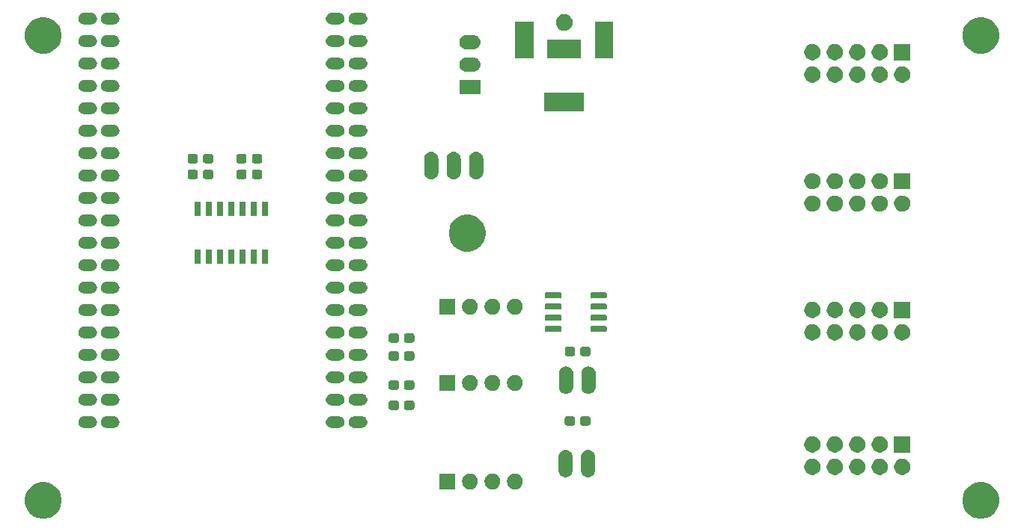
<source format=gbs>
G04 #@! TF.GenerationSoftware,KiCad,Pcbnew,(5.1.5)-3*
G04 #@! TF.CreationDate,2020-03-04T17:55:08-05:00*
G04 #@! TF.ProjectId,ufcs,75666373-2e6b-4696-9361-645f70636258,rev?*
G04 #@! TF.SameCoordinates,Original*
G04 #@! TF.FileFunction,Soldermask,Bot*
G04 #@! TF.FilePolarity,Negative*
%FSLAX46Y46*%
G04 Gerber Fmt 4.6, Leading zero omitted, Abs format (unit mm)*
G04 Created by KiCad (PCBNEW (5.1.5)-3) date 2020-03-04 17:55:08*
%MOMM*%
%LPD*%
G04 APERTURE LIST*
%ADD10C,0.100000*%
G04 APERTURE END LIST*
D10*
G36*
X196695295Y-140809509D02*
G01*
X196695298Y-140809510D01*
X196695297Y-140809510D01*
X197074197Y-140966455D01*
X197415198Y-141194305D01*
X197705195Y-141484302D01*
X197933045Y-141825303D01*
X198063063Y-142139195D01*
X198089991Y-142204205D01*
X198170000Y-142606439D01*
X198170000Y-143016561D01*
X198089991Y-143418795D01*
X198089990Y-143418797D01*
X197933045Y-143797697D01*
X197705195Y-144138698D01*
X197415198Y-144428695D01*
X197074197Y-144656545D01*
X196760305Y-144786563D01*
X196695295Y-144813491D01*
X196293061Y-144893500D01*
X195882939Y-144893500D01*
X195480705Y-144813491D01*
X195415695Y-144786563D01*
X195101803Y-144656545D01*
X194760802Y-144428695D01*
X194470805Y-144138698D01*
X194242955Y-143797697D01*
X194086010Y-143418797D01*
X194086009Y-143418795D01*
X194006000Y-143016561D01*
X194006000Y-142606439D01*
X194086009Y-142204205D01*
X194112937Y-142139195D01*
X194242955Y-141825303D01*
X194470805Y-141484302D01*
X194760802Y-141194305D01*
X195101803Y-140966455D01*
X195480703Y-140809510D01*
X195480702Y-140809510D01*
X195480705Y-140809509D01*
X195882939Y-140729500D01*
X196293061Y-140729500D01*
X196695295Y-140809509D01*
G37*
G36*
X90650295Y-140809509D02*
G01*
X90650298Y-140809510D01*
X90650297Y-140809510D01*
X91029197Y-140966455D01*
X91370198Y-141194305D01*
X91660195Y-141484302D01*
X91888045Y-141825303D01*
X92018063Y-142139195D01*
X92044991Y-142204205D01*
X92125000Y-142606439D01*
X92125000Y-143016561D01*
X92044991Y-143418795D01*
X92044990Y-143418797D01*
X91888045Y-143797697D01*
X91660195Y-144138698D01*
X91370198Y-144428695D01*
X91029197Y-144656545D01*
X90715305Y-144786563D01*
X90650295Y-144813491D01*
X90248061Y-144893500D01*
X89837939Y-144893500D01*
X89435705Y-144813491D01*
X89370695Y-144786563D01*
X89056803Y-144656545D01*
X88715802Y-144428695D01*
X88425805Y-144138698D01*
X88197955Y-143797697D01*
X88041010Y-143418797D01*
X88041009Y-143418795D01*
X87961000Y-143016561D01*
X87961000Y-142606439D01*
X88041009Y-142204205D01*
X88067937Y-142139195D01*
X88197955Y-141825303D01*
X88425805Y-141484302D01*
X88715802Y-141194305D01*
X89056803Y-140966455D01*
X89435703Y-140809510D01*
X89435702Y-140809510D01*
X89435705Y-140809509D01*
X89837939Y-140729500D01*
X90248061Y-140729500D01*
X90650295Y-140809509D01*
G37*
G36*
X138507561Y-139775557D02*
G01*
X138565520Y-139787086D01*
X138729310Y-139854930D01*
X138876717Y-139953424D01*
X139002076Y-140078783D01*
X139100570Y-140226190D01*
X139168414Y-140389980D01*
X139203000Y-140563858D01*
X139203000Y-140741142D01*
X139168414Y-140915020D01*
X139100570Y-141078810D01*
X139002076Y-141226217D01*
X138876717Y-141351576D01*
X138729310Y-141450070D01*
X138565520Y-141517914D01*
X138507561Y-141529443D01*
X138391644Y-141552500D01*
X138214356Y-141552500D01*
X138098439Y-141529443D01*
X138040480Y-141517914D01*
X137876690Y-141450070D01*
X137729283Y-141351576D01*
X137603924Y-141226217D01*
X137505430Y-141078810D01*
X137437586Y-140915020D01*
X137403000Y-140741142D01*
X137403000Y-140563858D01*
X137437586Y-140389980D01*
X137505430Y-140226190D01*
X137603924Y-140078783D01*
X137729283Y-139953424D01*
X137876690Y-139854930D01*
X138040480Y-139787086D01*
X138098439Y-139775557D01*
X138214356Y-139752500D01*
X138391644Y-139752500D01*
X138507561Y-139775557D01*
G37*
G36*
X141047561Y-139775557D02*
G01*
X141105520Y-139787086D01*
X141269310Y-139854930D01*
X141416717Y-139953424D01*
X141542076Y-140078783D01*
X141640570Y-140226190D01*
X141708414Y-140389980D01*
X141743000Y-140563858D01*
X141743000Y-140741142D01*
X141708414Y-140915020D01*
X141640570Y-141078810D01*
X141542076Y-141226217D01*
X141416717Y-141351576D01*
X141269310Y-141450070D01*
X141105520Y-141517914D01*
X141047561Y-141529443D01*
X140931644Y-141552500D01*
X140754356Y-141552500D01*
X140638439Y-141529443D01*
X140580480Y-141517914D01*
X140416690Y-141450070D01*
X140269283Y-141351576D01*
X140143924Y-141226217D01*
X140045430Y-141078810D01*
X139977586Y-140915020D01*
X139943000Y-140741142D01*
X139943000Y-140563858D01*
X139977586Y-140389980D01*
X140045430Y-140226190D01*
X140143924Y-140078783D01*
X140269283Y-139953424D01*
X140416690Y-139854930D01*
X140580480Y-139787086D01*
X140638439Y-139775557D01*
X140754356Y-139752500D01*
X140931644Y-139752500D01*
X141047561Y-139775557D01*
G37*
G36*
X143587561Y-139775557D02*
G01*
X143645520Y-139787086D01*
X143809310Y-139854930D01*
X143956717Y-139953424D01*
X144082076Y-140078783D01*
X144180570Y-140226190D01*
X144248414Y-140389980D01*
X144283000Y-140563858D01*
X144283000Y-140741142D01*
X144248414Y-140915020D01*
X144180570Y-141078810D01*
X144082076Y-141226217D01*
X143956717Y-141351576D01*
X143809310Y-141450070D01*
X143645520Y-141517914D01*
X143587561Y-141529443D01*
X143471644Y-141552500D01*
X143294356Y-141552500D01*
X143178439Y-141529443D01*
X143120480Y-141517914D01*
X142956690Y-141450070D01*
X142809283Y-141351576D01*
X142683924Y-141226217D01*
X142585430Y-141078810D01*
X142517586Y-140915020D01*
X142483000Y-140741142D01*
X142483000Y-140563858D01*
X142517586Y-140389980D01*
X142585430Y-140226190D01*
X142683924Y-140078783D01*
X142809283Y-139953424D01*
X142956690Y-139854930D01*
X143120480Y-139787086D01*
X143178439Y-139775557D01*
X143294356Y-139752500D01*
X143471644Y-139752500D01*
X143587561Y-139775557D01*
G37*
G36*
X136663000Y-141552500D02*
G01*
X134863000Y-141552500D01*
X134863000Y-139752500D01*
X136663000Y-139752500D01*
X136663000Y-141552500D01*
G37*
G36*
X149281207Y-137077148D02*
G01*
X149432950Y-137123178D01*
X149572797Y-137197928D01*
X149695375Y-137298525D01*
X149795972Y-137421102D01*
X149870722Y-137560949D01*
X149916752Y-137712692D01*
X149928400Y-137830954D01*
X149928400Y-139410046D01*
X149916752Y-139528308D01*
X149870722Y-139680051D01*
X149795972Y-139819898D01*
X149695375Y-139942475D01*
X149572798Y-140043072D01*
X149432951Y-140117822D01*
X149281208Y-140163852D01*
X149123400Y-140179395D01*
X148965593Y-140163852D01*
X148813850Y-140117822D01*
X148674003Y-140043072D01*
X148551426Y-139942475D01*
X148450829Y-139819898D01*
X148376079Y-139680051D01*
X148330049Y-139528308D01*
X148318401Y-139410046D01*
X148318400Y-137830955D01*
X148330048Y-137712693D01*
X148376078Y-137560950D01*
X148450828Y-137421103D01*
X148551425Y-137298525D01*
X148674002Y-137197928D01*
X148813849Y-137123178D01*
X148965592Y-137077148D01*
X149123400Y-137061605D01*
X149281207Y-137077148D01*
G37*
G36*
X151821207Y-137077148D02*
G01*
X151972950Y-137123178D01*
X152112797Y-137197928D01*
X152235375Y-137298525D01*
X152335972Y-137421102D01*
X152410722Y-137560949D01*
X152456752Y-137712692D01*
X152468400Y-137830954D01*
X152468400Y-139410046D01*
X152456752Y-139528308D01*
X152410722Y-139680051D01*
X152335972Y-139819898D01*
X152235375Y-139942475D01*
X152112798Y-140043072D01*
X151972951Y-140117822D01*
X151821208Y-140163852D01*
X151663400Y-140179395D01*
X151505593Y-140163852D01*
X151353850Y-140117822D01*
X151214003Y-140043072D01*
X151091426Y-139942475D01*
X150990829Y-139819898D01*
X150916079Y-139680051D01*
X150870049Y-139528308D01*
X150858401Y-139410046D01*
X150858400Y-137830955D01*
X150870048Y-137712693D01*
X150916078Y-137560950D01*
X150990828Y-137421103D01*
X151091425Y-137298525D01*
X151214002Y-137197928D01*
X151353849Y-137123178D01*
X151505592Y-137077148D01*
X151663400Y-137061605D01*
X151821207Y-137077148D01*
G37*
G36*
X177186817Y-138099603D02*
G01*
X177304487Y-138123009D01*
X177470752Y-138191878D01*
X177620386Y-138291860D01*
X177747640Y-138419114D01*
X177847622Y-138568748D01*
X177916491Y-138735013D01*
X177951600Y-138911518D01*
X177951600Y-139091482D01*
X177916491Y-139267987D01*
X177847622Y-139434252D01*
X177747640Y-139583886D01*
X177620386Y-139711140D01*
X177470752Y-139811122D01*
X177304487Y-139879991D01*
X177186817Y-139903397D01*
X177127983Y-139915100D01*
X176948017Y-139915100D01*
X176889183Y-139903397D01*
X176771513Y-139879991D01*
X176605248Y-139811122D01*
X176455614Y-139711140D01*
X176328360Y-139583886D01*
X176228378Y-139434252D01*
X176159509Y-139267987D01*
X176124400Y-139091482D01*
X176124400Y-138911518D01*
X176159509Y-138735013D01*
X176228378Y-138568748D01*
X176328360Y-138419114D01*
X176455614Y-138291860D01*
X176605248Y-138191878D01*
X176771513Y-138123009D01*
X176889183Y-138099603D01*
X176948017Y-138087900D01*
X177127983Y-138087900D01*
X177186817Y-138099603D01*
G37*
G36*
X179726817Y-138099603D02*
G01*
X179844487Y-138123009D01*
X180010752Y-138191878D01*
X180160386Y-138291860D01*
X180287640Y-138419114D01*
X180387622Y-138568748D01*
X180456491Y-138735013D01*
X180491600Y-138911518D01*
X180491600Y-139091482D01*
X180456491Y-139267987D01*
X180387622Y-139434252D01*
X180287640Y-139583886D01*
X180160386Y-139711140D01*
X180010752Y-139811122D01*
X179844487Y-139879991D01*
X179726817Y-139903397D01*
X179667983Y-139915100D01*
X179488017Y-139915100D01*
X179429183Y-139903397D01*
X179311513Y-139879991D01*
X179145248Y-139811122D01*
X178995614Y-139711140D01*
X178868360Y-139583886D01*
X178768378Y-139434252D01*
X178699509Y-139267987D01*
X178664400Y-139091482D01*
X178664400Y-138911518D01*
X178699509Y-138735013D01*
X178768378Y-138568748D01*
X178868360Y-138419114D01*
X178995614Y-138291860D01*
X179145248Y-138191878D01*
X179311513Y-138123009D01*
X179429183Y-138099603D01*
X179488017Y-138087900D01*
X179667983Y-138087900D01*
X179726817Y-138099603D01*
G37*
G36*
X184806817Y-138099603D02*
G01*
X184924487Y-138123009D01*
X185090752Y-138191878D01*
X185240386Y-138291860D01*
X185367640Y-138419114D01*
X185467622Y-138568748D01*
X185536491Y-138735013D01*
X185571600Y-138911518D01*
X185571600Y-139091482D01*
X185536491Y-139267987D01*
X185467622Y-139434252D01*
X185367640Y-139583886D01*
X185240386Y-139711140D01*
X185090752Y-139811122D01*
X184924487Y-139879991D01*
X184806817Y-139903397D01*
X184747983Y-139915100D01*
X184568017Y-139915100D01*
X184509183Y-139903397D01*
X184391513Y-139879991D01*
X184225248Y-139811122D01*
X184075614Y-139711140D01*
X183948360Y-139583886D01*
X183848378Y-139434252D01*
X183779509Y-139267987D01*
X183744400Y-139091482D01*
X183744400Y-138911518D01*
X183779509Y-138735013D01*
X183848378Y-138568748D01*
X183948360Y-138419114D01*
X184075614Y-138291860D01*
X184225248Y-138191878D01*
X184391513Y-138123009D01*
X184509183Y-138099603D01*
X184568017Y-138087900D01*
X184747983Y-138087900D01*
X184806817Y-138099603D01*
G37*
G36*
X182266817Y-138099603D02*
G01*
X182384487Y-138123009D01*
X182550752Y-138191878D01*
X182700386Y-138291860D01*
X182827640Y-138419114D01*
X182927622Y-138568748D01*
X182996491Y-138735013D01*
X183031600Y-138911518D01*
X183031600Y-139091482D01*
X182996491Y-139267987D01*
X182927622Y-139434252D01*
X182827640Y-139583886D01*
X182700386Y-139711140D01*
X182550752Y-139811122D01*
X182384487Y-139879991D01*
X182266817Y-139903397D01*
X182207983Y-139915100D01*
X182028017Y-139915100D01*
X181969183Y-139903397D01*
X181851513Y-139879991D01*
X181685248Y-139811122D01*
X181535614Y-139711140D01*
X181408360Y-139583886D01*
X181308378Y-139434252D01*
X181239509Y-139267987D01*
X181204400Y-139091482D01*
X181204400Y-138911518D01*
X181239509Y-138735013D01*
X181308378Y-138568748D01*
X181408360Y-138419114D01*
X181535614Y-138291860D01*
X181685248Y-138191878D01*
X181851513Y-138123009D01*
X181969183Y-138099603D01*
X182028017Y-138087900D01*
X182207983Y-138087900D01*
X182266817Y-138099603D01*
G37*
G36*
X187346817Y-138099603D02*
G01*
X187464487Y-138123009D01*
X187630752Y-138191878D01*
X187780386Y-138291860D01*
X187907640Y-138419114D01*
X188007622Y-138568748D01*
X188076491Y-138735013D01*
X188111600Y-138911518D01*
X188111600Y-139091482D01*
X188076491Y-139267987D01*
X188007622Y-139434252D01*
X187907640Y-139583886D01*
X187780386Y-139711140D01*
X187630752Y-139811122D01*
X187464487Y-139879991D01*
X187346817Y-139903397D01*
X187287983Y-139915100D01*
X187108017Y-139915100D01*
X187049183Y-139903397D01*
X186931513Y-139879991D01*
X186765248Y-139811122D01*
X186615614Y-139711140D01*
X186488360Y-139583886D01*
X186388378Y-139434252D01*
X186319509Y-139267987D01*
X186284400Y-139091482D01*
X186284400Y-138911518D01*
X186319509Y-138735013D01*
X186388378Y-138568748D01*
X186488360Y-138419114D01*
X186615614Y-138291860D01*
X186765248Y-138191878D01*
X186931513Y-138123009D01*
X187049183Y-138099603D01*
X187108017Y-138087900D01*
X187287983Y-138087900D01*
X187346817Y-138099603D01*
G37*
G36*
X184806817Y-135559603D02*
G01*
X184924487Y-135583009D01*
X185090752Y-135651878D01*
X185240386Y-135751860D01*
X185367640Y-135879114D01*
X185467622Y-136028748D01*
X185536491Y-136195013D01*
X185571600Y-136371518D01*
X185571600Y-136551482D01*
X185536491Y-136727987D01*
X185467622Y-136894252D01*
X185367640Y-137043886D01*
X185240386Y-137171140D01*
X185090752Y-137271122D01*
X184924487Y-137339991D01*
X184806817Y-137363397D01*
X184747983Y-137375100D01*
X184568017Y-137375100D01*
X184509183Y-137363397D01*
X184391513Y-137339991D01*
X184225248Y-137271122D01*
X184075614Y-137171140D01*
X183948360Y-137043886D01*
X183848378Y-136894252D01*
X183779509Y-136727987D01*
X183744400Y-136551482D01*
X183744400Y-136371518D01*
X183779509Y-136195013D01*
X183848378Y-136028748D01*
X183948360Y-135879114D01*
X184075614Y-135751860D01*
X184225248Y-135651878D01*
X184391513Y-135583009D01*
X184509183Y-135559603D01*
X184568017Y-135547900D01*
X184747983Y-135547900D01*
X184806817Y-135559603D01*
G37*
G36*
X188111600Y-137375100D02*
G01*
X186284400Y-137375100D01*
X186284400Y-135547900D01*
X188111600Y-135547900D01*
X188111600Y-137375100D01*
G37*
G36*
X177186817Y-135559603D02*
G01*
X177304487Y-135583009D01*
X177470752Y-135651878D01*
X177620386Y-135751860D01*
X177747640Y-135879114D01*
X177847622Y-136028748D01*
X177916491Y-136195013D01*
X177951600Y-136371518D01*
X177951600Y-136551482D01*
X177916491Y-136727987D01*
X177847622Y-136894252D01*
X177747640Y-137043886D01*
X177620386Y-137171140D01*
X177470752Y-137271122D01*
X177304487Y-137339991D01*
X177186817Y-137363397D01*
X177127983Y-137375100D01*
X176948017Y-137375100D01*
X176889183Y-137363397D01*
X176771513Y-137339991D01*
X176605248Y-137271122D01*
X176455614Y-137171140D01*
X176328360Y-137043886D01*
X176228378Y-136894252D01*
X176159509Y-136727987D01*
X176124400Y-136551482D01*
X176124400Y-136371518D01*
X176159509Y-136195013D01*
X176228378Y-136028748D01*
X176328360Y-135879114D01*
X176455614Y-135751860D01*
X176605248Y-135651878D01*
X176771513Y-135583009D01*
X176889183Y-135559603D01*
X176948017Y-135547900D01*
X177127983Y-135547900D01*
X177186817Y-135559603D01*
G37*
G36*
X179726817Y-135559603D02*
G01*
X179844487Y-135583009D01*
X180010752Y-135651878D01*
X180160386Y-135751860D01*
X180287640Y-135879114D01*
X180387622Y-136028748D01*
X180456491Y-136195013D01*
X180491600Y-136371518D01*
X180491600Y-136551482D01*
X180456491Y-136727987D01*
X180387622Y-136894252D01*
X180287640Y-137043886D01*
X180160386Y-137171140D01*
X180010752Y-137271122D01*
X179844487Y-137339991D01*
X179726817Y-137363397D01*
X179667983Y-137375100D01*
X179488017Y-137375100D01*
X179429183Y-137363397D01*
X179311513Y-137339991D01*
X179145248Y-137271122D01*
X178995614Y-137171140D01*
X178868360Y-137043886D01*
X178768378Y-136894252D01*
X178699509Y-136727987D01*
X178664400Y-136551482D01*
X178664400Y-136371518D01*
X178699509Y-136195013D01*
X178768378Y-136028748D01*
X178868360Y-135879114D01*
X178995614Y-135751860D01*
X179145248Y-135651878D01*
X179311513Y-135583009D01*
X179429183Y-135559603D01*
X179488017Y-135547900D01*
X179667983Y-135547900D01*
X179726817Y-135559603D01*
G37*
G36*
X182266817Y-135559603D02*
G01*
X182384487Y-135583009D01*
X182550752Y-135651878D01*
X182700386Y-135751860D01*
X182827640Y-135879114D01*
X182927622Y-136028748D01*
X182996491Y-136195013D01*
X183031600Y-136371518D01*
X183031600Y-136551482D01*
X182996491Y-136727987D01*
X182927622Y-136894252D01*
X182827640Y-137043886D01*
X182700386Y-137171140D01*
X182550752Y-137271122D01*
X182384487Y-137339991D01*
X182266817Y-137363397D01*
X182207983Y-137375100D01*
X182028017Y-137375100D01*
X181969183Y-137363397D01*
X181851513Y-137339991D01*
X181685248Y-137271122D01*
X181535614Y-137171140D01*
X181408360Y-137043886D01*
X181308378Y-136894252D01*
X181239509Y-136727987D01*
X181204400Y-136551482D01*
X181204400Y-136371518D01*
X181239509Y-136195013D01*
X181308378Y-136028748D01*
X181408360Y-135879114D01*
X181535614Y-135751860D01*
X181685248Y-135651878D01*
X181851513Y-135583009D01*
X181969183Y-135559603D01*
X182028017Y-135547900D01*
X182207983Y-135547900D01*
X182266817Y-135559603D01*
G37*
G36*
X95600422Y-133280905D02*
G01*
X95722948Y-133318073D01*
X95835868Y-133378430D01*
X95934843Y-133459657D01*
X96016070Y-133558632D01*
X96076427Y-133671552D01*
X96113595Y-133794078D01*
X96126145Y-133921500D01*
X96113595Y-134048922D01*
X96076427Y-134171448D01*
X96016070Y-134284368D01*
X95934843Y-134383343D01*
X95835868Y-134464570D01*
X95722948Y-134524927D01*
X95600422Y-134562095D01*
X95504932Y-134571500D01*
X94641068Y-134571500D01*
X94545578Y-134562095D01*
X94423052Y-134524927D01*
X94310132Y-134464570D01*
X94211157Y-134383343D01*
X94129930Y-134284368D01*
X94069573Y-134171448D01*
X94032405Y-134048922D01*
X94019855Y-133921500D01*
X94032405Y-133794078D01*
X94069573Y-133671552D01*
X94129930Y-133558632D01*
X94211157Y-133459657D01*
X94310132Y-133378430D01*
X94423052Y-133318073D01*
X94545578Y-133280905D01*
X94641068Y-133271500D01*
X95504932Y-133271500D01*
X95600422Y-133280905D01*
G37*
G36*
X123590422Y-133280905D02*
G01*
X123712948Y-133318073D01*
X123825868Y-133378430D01*
X123924843Y-133459657D01*
X124006070Y-133558632D01*
X124066427Y-133671552D01*
X124103595Y-133794078D01*
X124116145Y-133921500D01*
X124103595Y-134048922D01*
X124066427Y-134171448D01*
X124006070Y-134284368D01*
X123924843Y-134383343D01*
X123825868Y-134464570D01*
X123712948Y-134524927D01*
X123590422Y-134562095D01*
X123494932Y-134571500D01*
X122631068Y-134571500D01*
X122535578Y-134562095D01*
X122413052Y-134524927D01*
X122300132Y-134464570D01*
X122201157Y-134383343D01*
X122119930Y-134284368D01*
X122059573Y-134171448D01*
X122022405Y-134048922D01*
X122009855Y-133921500D01*
X122022405Y-133794078D01*
X122059573Y-133671552D01*
X122119930Y-133558632D01*
X122201157Y-133459657D01*
X122300132Y-133378430D01*
X122413052Y-133318073D01*
X122535578Y-133280905D01*
X122631068Y-133271500D01*
X123494932Y-133271500D01*
X123590422Y-133280905D01*
G37*
G36*
X98140422Y-133280905D02*
G01*
X98262948Y-133318073D01*
X98375868Y-133378430D01*
X98474843Y-133459657D01*
X98556070Y-133558632D01*
X98616427Y-133671552D01*
X98653595Y-133794078D01*
X98666145Y-133921500D01*
X98653595Y-134048922D01*
X98616427Y-134171448D01*
X98556070Y-134284368D01*
X98474843Y-134383343D01*
X98375868Y-134464570D01*
X98262948Y-134524927D01*
X98140422Y-134562095D01*
X98044932Y-134571500D01*
X97181068Y-134571500D01*
X97085578Y-134562095D01*
X96963052Y-134524927D01*
X96850132Y-134464570D01*
X96751157Y-134383343D01*
X96669930Y-134284368D01*
X96609573Y-134171448D01*
X96572405Y-134048922D01*
X96559855Y-133921500D01*
X96572405Y-133794078D01*
X96609573Y-133671552D01*
X96669930Y-133558632D01*
X96751157Y-133459657D01*
X96850132Y-133378430D01*
X96963052Y-133318073D01*
X97085578Y-133280905D01*
X97181068Y-133271500D01*
X98044932Y-133271500D01*
X98140422Y-133280905D01*
G37*
G36*
X126180422Y-133280905D02*
G01*
X126302948Y-133318073D01*
X126415868Y-133378430D01*
X126514843Y-133459657D01*
X126596070Y-133558632D01*
X126656427Y-133671552D01*
X126693595Y-133794078D01*
X126706145Y-133921500D01*
X126693595Y-134048922D01*
X126656427Y-134171448D01*
X126596070Y-134284368D01*
X126514843Y-134383343D01*
X126415868Y-134464570D01*
X126302948Y-134524927D01*
X126180422Y-134562095D01*
X126084932Y-134571500D01*
X125221068Y-134571500D01*
X125125578Y-134562095D01*
X125003052Y-134524927D01*
X124890132Y-134464570D01*
X124791157Y-134383343D01*
X124709930Y-134284368D01*
X124649573Y-134171448D01*
X124612405Y-134048922D01*
X124599855Y-133921500D01*
X124612405Y-133794078D01*
X124649573Y-133671552D01*
X124709930Y-133558632D01*
X124791157Y-133459657D01*
X124890132Y-133378430D01*
X125003052Y-133318073D01*
X125125578Y-133280905D01*
X125221068Y-133271500D01*
X126084932Y-133271500D01*
X126180422Y-133280905D01*
G37*
G36*
X151739785Y-133274300D02*
G01*
X151784292Y-133287802D01*
X151825316Y-133309729D01*
X151861266Y-133339234D01*
X151890771Y-133375184D01*
X151912698Y-133416208D01*
X151926200Y-133460715D01*
X151931000Y-133509454D01*
X151931000Y-134079546D01*
X151926200Y-134128285D01*
X151912698Y-134172792D01*
X151890771Y-134213816D01*
X151861266Y-134249766D01*
X151825316Y-134279271D01*
X151784292Y-134301198D01*
X151739785Y-134314700D01*
X151691046Y-134319500D01*
X151020954Y-134319500D01*
X150972215Y-134314700D01*
X150927708Y-134301198D01*
X150886684Y-134279271D01*
X150850734Y-134249766D01*
X150821229Y-134213816D01*
X150799302Y-134172792D01*
X150785800Y-134128285D01*
X150781000Y-134079546D01*
X150781000Y-133509454D01*
X150785800Y-133460715D01*
X150799302Y-133416208D01*
X150821229Y-133375184D01*
X150850734Y-133339234D01*
X150886684Y-133309729D01*
X150927708Y-133287802D01*
X150972215Y-133274300D01*
X151020954Y-133269500D01*
X151691046Y-133269500D01*
X151739785Y-133274300D01*
G37*
G36*
X149989785Y-133274300D02*
G01*
X150034292Y-133287802D01*
X150075316Y-133309729D01*
X150111266Y-133339234D01*
X150140771Y-133375184D01*
X150162698Y-133416208D01*
X150176200Y-133460715D01*
X150181000Y-133509454D01*
X150181000Y-134079546D01*
X150176200Y-134128285D01*
X150162698Y-134172792D01*
X150140771Y-134213816D01*
X150111266Y-134249766D01*
X150075316Y-134279271D01*
X150034292Y-134301198D01*
X149989785Y-134314700D01*
X149941046Y-134319500D01*
X149270954Y-134319500D01*
X149222215Y-134314700D01*
X149177708Y-134301198D01*
X149136684Y-134279271D01*
X149100734Y-134249766D01*
X149071229Y-134213816D01*
X149049302Y-134172792D01*
X149035800Y-134128285D01*
X149031000Y-134079546D01*
X149031000Y-133509454D01*
X149035800Y-133460715D01*
X149049302Y-133416208D01*
X149071229Y-133375184D01*
X149100734Y-133339234D01*
X149136684Y-133309729D01*
X149177708Y-133287802D01*
X149222215Y-133274300D01*
X149270954Y-133269500D01*
X149941046Y-133269500D01*
X149989785Y-133274300D01*
G37*
G36*
X131828785Y-131496300D02*
G01*
X131873292Y-131509802D01*
X131914316Y-131531729D01*
X131950266Y-131561234D01*
X131979771Y-131597184D01*
X132001698Y-131638208D01*
X132015200Y-131682715D01*
X132020000Y-131731454D01*
X132020000Y-132301546D01*
X132015200Y-132350285D01*
X132001698Y-132394792D01*
X131979771Y-132435816D01*
X131950266Y-132471766D01*
X131914316Y-132501271D01*
X131873292Y-132523198D01*
X131828785Y-132536700D01*
X131780046Y-132541500D01*
X131109954Y-132541500D01*
X131061215Y-132536700D01*
X131016708Y-132523198D01*
X130975684Y-132501271D01*
X130939734Y-132471766D01*
X130910229Y-132435816D01*
X130888302Y-132394792D01*
X130874800Y-132350285D01*
X130870000Y-132301546D01*
X130870000Y-131731454D01*
X130874800Y-131682715D01*
X130888302Y-131638208D01*
X130910229Y-131597184D01*
X130939734Y-131561234D01*
X130975684Y-131531729D01*
X131016708Y-131509802D01*
X131061215Y-131496300D01*
X131109954Y-131491500D01*
X131780046Y-131491500D01*
X131828785Y-131496300D01*
G37*
G36*
X130078785Y-131496300D02*
G01*
X130123292Y-131509802D01*
X130164316Y-131531729D01*
X130200266Y-131561234D01*
X130229771Y-131597184D01*
X130251698Y-131638208D01*
X130265200Y-131682715D01*
X130270000Y-131731454D01*
X130270000Y-132301546D01*
X130265200Y-132350285D01*
X130251698Y-132394792D01*
X130229771Y-132435816D01*
X130200266Y-132471766D01*
X130164316Y-132501271D01*
X130123292Y-132523198D01*
X130078785Y-132536700D01*
X130030046Y-132541500D01*
X129359954Y-132541500D01*
X129311215Y-132536700D01*
X129266708Y-132523198D01*
X129225684Y-132501271D01*
X129189734Y-132471766D01*
X129160229Y-132435816D01*
X129138302Y-132394792D01*
X129124800Y-132350285D01*
X129120000Y-132301546D01*
X129120000Y-131731454D01*
X129124800Y-131682715D01*
X129138302Y-131638208D01*
X129160229Y-131597184D01*
X129189734Y-131561234D01*
X129225684Y-131531729D01*
X129266708Y-131509802D01*
X129311215Y-131496300D01*
X129359954Y-131491500D01*
X130030046Y-131491500D01*
X130078785Y-131496300D01*
G37*
G36*
X123590422Y-130740905D02*
G01*
X123712948Y-130778073D01*
X123825868Y-130838430D01*
X123924843Y-130919657D01*
X124006070Y-131018632D01*
X124066427Y-131131552D01*
X124103595Y-131254078D01*
X124116145Y-131381500D01*
X124103595Y-131508922D01*
X124066427Y-131631448D01*
X124006070Y-131744368D01*
X123924843Y-131843343D01*
X123825868Y-131924570D01*
X123712948Y-131984927D01*
X123590422Y-132022095D01*
X123494932Y-132031500D01*
X122631068Y-132031500D01*
X122535578Y-132022095D01*
X122413052Y-131984927D01*
X122300132Y-131924570D01*
X122201157Y-131843343D01*
X122119930Y-131744368D01*
X122059573Y-131631448D01*
X122022405Y-131508922D01*
X122009855Y-131381500D01*
X122022405Y-131254078D01*
X122059573Y-131131552D01*
X122119930Y-131018632D01*
X122201157Y-130919657D01*
X122300132Y-130838430D01*
X122413052Y-130778073D01*
X122535578Y-130740905D01*
X122631068Y-130731500D01*
X123494932Y-130731500D01*
X123590422Y-130740905D01*
G37*
G36*
X126180422Y-130740905D02*
G01*
X126302948Y-130778073D01*
X126415868Y-130838430D01*
X126514843Y-130919657D01*
X126596070Y-131018632D01*
X126656427Y-131131552D01*
X126693595Y-131254078D01*
X126706145Y-131381500D01*
X126693595Y-131508922D01*
X126656427Y-131631448D01*
X126596070Y-131744368D01*
X126514843Y-131843343D01*
X126415868Y-131924570D01*
X126302948Y-131984927D01*
X126180422Y-132022095D01*
X126084932Y-132031500D01*
X125221068Y-132031500D01*
X125125578Y-132022095D01*
X125003052Y-131984927D01*
X124890132Y-131924570D01*
X124791157Y-131843343D01*
X124709930Y-131744368D01*
X124649573Y-131631448D01*
X124612405Y-131508922D01*
X124599855Y-131381500D01*
X124612405Y-131254078D01*
X124649573Y-131131552D01*
X124709930Y-131018632D01*
X124791157Y-130919657D01*
X124890132Y-130838430D01*
X125003052Y-130778073D01*
X125125578Y-130740905D01*
X125221068Y-130731500D01*
X126084932Y-130731500D01*
X126180422Y-130740905D01*
G37*
G36*
X95600422Y-130740905D02*
G01*
X95722948Y-130778073D01*
X95835868Y-130838430D01*
X95934843Y-130919657D01*
X96016070Y-131018632D01*
X96076427Y-131131552D01*
X96113595Y-131254078D01*
X96126145Y-131381500D01*
X96113595Y-131508922D01*
X96076427Y-131631448D01*
X96016070Y-131744368D01*
X95934843Y-131843343D01*
X95835868Y-131924570D01*
X95722948Y-131984927D01*
X95600422Y-132022095D01*
X95504932Y-132031500D01*
X94641068Y-132031500D01*
X94545578Y-132022095D01*
X94423052Y-131984927D01*
X94310132Y-131924570D01*
X94211157Y-131843343D01*
X94129930Y-131744368D01*
X94069573Y-131631448D01*
X94032405Y-131508922D01*
X94019855Y-131381500D01*
X94032405Y-131254078D01*
X94069573Y-131131552D01*
X94129930Y-131018632D01*
X94211157Y-130919657D01*
X94310132Y-130838430D01*
X94423052Y-130778073D01*
X94545578Y-130740905D01*
X94641068Y-130731500D01*
X95504932Y-130731500D01*
X95600422Y-130740905D01*
G37*
G36*
X98140422Y-130740905D02*
G01*
X98262948Y-130778073D01*
X98375868Y-130838430D01*
X98474843Y-130919657D01*
X98556070Y-131018632D01*
X98616427Y-131131552D01*
X98653595Y-131254078D01*
X98666145Y-131381500D01*
X98653595Y-131508922D01*
X98616427Y-131631448D01*
X98556070Y-131744368D01*
X98474843Y-131843343D01*
X98375868Y-131924570D01*
X98262948Y-131984927D01*
X98140422Y-132022095D01*
X98044932Y-132031500D01*
X97181068Y-132031500D01*
X97085578Y-132022095D01*
X96963052Y-131984927D01*
X96850132Y-131924570D01*
X96751157Y-131843343D01*
X96669930Y-131744368D01*
X96609573Y-131631448D01*
X96572405Y-131508922D01*
X96559855Y-131381500D01*
X96572405Y-131254078D01*
X96609573Y-131131552D01*
X96669930Y-131018632D01*
X96751157Y-130919657D01*
X96850132Y-130838430D01*
X96963052Y-130778073D01*
X97085578Y-130740905D01*
X97181068Y-130731500D01*
X98044932Y-130731500D01*
X98140422Y-130740905D01*
G37*
G36*
X151872007Y-127628348D02*
G01*
X152023750Y-127674378D01*
X152163597Y-127749128D01*
X152286175Y-127849725D01*
X152386772Y-127972302D01*
X152461522Y-128112149D01*
X152507552Y-128263892D01*
X152519200Y-128382154D01*
X152519200Y-129961246D01*
X152507552Y-130079508D01*
X152461522Y-130231251D01*
X152386772Y-130371098D01*
X152286175Y-130493675D01*
X152163598Y-130594272D01*
X152023751Y-130669022D01*
X151872008Y-130715052D01*
X151714200Y-130730595D01*
X151556393Y-130715052D01*
X151404650Y-130669022D01*
X151264803Y-130594272D01*
X151142226Y-130493675D01*
X151041629Y-130371098D01*
X150966879Y-130231251D01*
X150920849Y-130079508D01*
X150909201Y-129961246D01*
X150909200Y-128382155D01*
X150920848Y-128263893D01*
X150966878Y-128112150D01*
X151041628Y-127972303D01*
X151142225Y-127849725D01*
X151264802Y-127749128D01*
X151404649Y-127674378D01*
X151556392Y-127628348D01*
X151714200Y-127612805D01*
X151872007Y-127628348D01*
G37*
G36*
X149332007Y-127628348D02*
G01*
X149483750Y-127674378D01*
X149623597Y-127749128D01*
X149746175Y-127849725D01*
X149846772Y-127972302D01*
X149921522Y-128112149D01*
X149967552Y-128263892D01*
X149979200Y-128382154D01*
X149979200Y-129961246D01*
X149967552Y-130079508D01*
X149921522Y-130231251D01*
X149846772Y-130371098D01*
X149746175Y-130493675D01*
X149623598Y-130594272D01*
X149483751Y-130669022D01*
X149332008Y-130715052D01*
X149174200Y-130730595D01*
X149016393Y-130715052D01*
X148864650Y-130669022D01*
X148724803Y-130594272D01*
X148602226Y-130493675D01*
X148501629Y-130371098D01*
X148426879Y-130231251D01*
X148380849Y-130079508D01*
X148369201Y-129961246D01*
X148369200Y-128382155D01*
X148380848Y-128263893D01*
X148426878Y-128112150D01*
X148501628Y-127972303D01*
X148602225Y-127849725D01*
X148724802Y-127749128D01*
X148864649Y-127674378D01*
X149016392Y-127628348D01*
X149174200Y-127612805D01*
X149332007Y-127628348D01*
G37*
G36*
X141007310Y-128591551D02*
G01*
X141105520Y-128611086D01*
X141269310Y-128678930D01*
X141416717Y-128777424D01*
X141542076Y-128902783D01*
X141640570Y-129050190D01*
X141706991Y-129210544D01*
X141708414Y-129213981D01*
X141742347Y-129384571D01*
X141743000Y-129387858D01*
X141743000Y-129565142D01*
X141708414Y-129739020D01*
X141640570Y-129902810D01*
X141542076Y-130050217D01*
X141416717Y-130175576D01*
X141269310Y-130274070D01*
X141105520Y-130341914D01*
X141047561Y-130353443D01*
X140931644Y-130376500D01*
X140754356Y-130376500D01*
X140638439Y-130353443D01*
X140580480Y-130341914D01*
X140416690Y-130274070D01*
X140269283Y-130175576D01*
X140143924Y-130050217D01*
X140045430Y-129902810D01*
X139977586Y-129739020D01*
X139943000Y-129565142D01*
X139943000Y-129387858D01*
X139943654Y-129384571D01*
X139977586Y-129213981D01*
X139979010Y-129210544D01*
X140045430Y-129050190D01*
X140143924Y-128902783D01*
X140269283Y-128777424D01*
X140416690Y-128678930D01*
X140580480Y-128611086D01*
X140678690Y-128591551D01*
X140754356Y-128576500D01*
X140931644Y-128576500D01*
X141007310Y-128591551D01*
G37*
G36*
X143547310Y-128591551D02*
G01*
X143645520Y-128611086D01*
X143809310Y-128678930D01*
X143956717Y-128777424D01*
X144082076Y-128902783D01*
X144180570Y-129050190D01*
X144246991Y-129210544D01*
X144248414Y-129213981D01*
X144282347Y-129384571D01*
X144283000Y-129387858D01*
X144283000Y-129565142D01*
X144248414Y-129739020D01*
X144180570Y-129902810D01*
X144082076Y-130050217D01*
X143956717Y-130175576D01*
X143809310Y-130274070D01*
X143645520Y-130341914D01*
X143587561Y-130353443D01*
X143471644Y-130376500D01*
X143294356Y-130376500D01*
X143178439Y-130353443D01*
X143120480Y-130341914D01*
X142956690Y-130274070D01*
X142809283Y-130175576D01*
X142683924Y-130050217D01*
X142585430Y-129902810D01*
X142517586Y-129739020D01*
X142483000Y-129565142D01*
X142483000Y-129387858D01*
X142483654Y-129384571D01*
X142517586Y-129213981D01*
X142519010Y-129210544D01*
X142585430Y-129050190D01*
X142683924Y-128902783D01*
X142809283Y-128777424D01*
X142956690Y-128678930D01*
X143120480Y-128611086D01*
X143218690Y-128591551D01*
X143294356Y-128576500D01*
X143471644Y-128576500D01*
X143547310Y-128591551D01*
G37*
G36*
X138467310Y-128591551D02*
G01*
X138565520Y-128611086D01*
X138729310Y-128678930D01*
X138876717Y-128777424D01*
X139002076Y-128902783D01*
X139100570Y-129050190D01*
X139166991Y-129210544D01*
X139168414Y-129213981D01*
X139202347Y-129384571D01*
X139203000Y-129387858D01*
X139203000Y-129565142D01*
X139168414Y-129739020D01*
X139100570Y-129902810D01*
X139002076Y-130050217D01*
X138876717Y-130175576D01*
X138729310Y-130274070D01*
X138565520Y-130341914D01*
X138507561Y-130353443D01*
X138391644Y-130376500D01*
X138214356Y-130376500D01*
X138098439Y-130353443D01*
X138040480Y-130341914D01*
X137876690Y-130274070D01*
X137729283Y-130175576D01*
X137603924Y-130050217D01*
X137505430Y-129902810D01*
X137437586Y-129739020D01*
X137403000Y-129565142D01*
X137403000Y-129387858D01*
X137403654Y-129384571D01*
X137437586Y-129213981D01*
X137439010Y-129210544D01*
X137505430Y-129050190D01*
X137603924Y-128902783D01*
X137729283Y-128777424D01*
X137876690Y-128678930D01*
X138040480Y-128611086D01*
X138138690Y-128591551D01*
X138214356Y-128576500D01*
X138391644Y-128576500D01*
X138467310Y-128591551D01*
G37*
G36*
X136663000Y-130376500D02*
G01*
X134863000Y-130376500D01*
X134863000Y-128576500D01*
X136663000Y-128576500D01*
X136663000Y-130376500D01*
G37*
G36*
X131828785Y-129210300D02*
G01*
X131873292Y-129223802D01*
X131914316Y-129245729D01*
X131950266Y-129275234D01*
X131979771Y-129311184D01*
X132001698Y-129352208D01*
X132015200Y-129396715D01*
X132020000Y-129445454D01*
X132020000Y-130015546D01*
X132015200Y-130064285D01*
X132001698Y-130108792D01*
X131979771Y-130149816D01*
X131950266Y-130185766D01*
X131914316Y-130215271D01*
X131873292Y-130237198D01*
X131828785Y-130250700D01*
X131780046Y-130255500D01*
X131109954Y-130255500D01*
X131061215Y-130250700D01*
X131016708Y-130237198D01*
X130975684Y-130215271D01*
X130939734Y-130185766D01*
X130910229Y-130149816D01*
X130888302Y-130108792D01*
X130874800Y-130064285D01*
X130870000Y-130015546D01*
X130870000Y-129445454D01*
X130874800Y-129396715D01*
X130888302Y-129352208D01*
X130910229Y-129311184D01*
X130939734Y-129275234D01*
X130975684Y-129245729D01*
X131016708Y-129223802D01*
X131061215Y-129210300D01*
X131109954Y-129205500D01*
X131780046Y-129205500D01*
X131828785Y-129210300D01*
G37*
G36*
X130078785Y-129210300D02*
G01*
X130123292Y-129223802D01*
X130164316Y-129245729D01*
X130200266Y-129275234D01*
X130229771Y-129311184D01*
X130251698Y-129352208D01*
X130265200Y-129396715D01*
X130270000Y-129445454D01*
X130270000Y-130015546D01*
X130265200Y-130064285D01*
X130251698Y-130108792D01*
X130229771Y-130149816D01*
X130200266Y-130185766D01*
X130164316Y-130215271D01*
X130123292Y-130237198D01*
X130078785Y-130250700D01*
X130030046Y-130255500D01*
X129359954Y-130255500D01*
X129311215Y-130250700D01*
X129266708Y-130237198D01*
X129225684Y-130215271D01*
X129189734Y-130185766D01*
X129160229Y-130149816D01*
X129138302Y-130108792D01*
X129124800Y-130064285D01*
X129120000Y-130015546D01*
X129120000Y-129445454D01*
X129124800Y-129396715D01*
X129138302Y-129352208D01*
X129160229Y-129311184D01*
X129189734Y-129275234D01*
X129225684Y-129245729D01*
X129266708Y-129223802D01*
X129311215Y-129210300D01*
X129359954Y-129205500D01*
X130030046Y-129205500D01*
X130078785Y-129210300D01*
G37*
G36*
X126180422Y-128200905D02*
G01*
X126302948Y-128238073D01*
X126415868Y-128298430D01*
X126514843Y-128379657D01*
X126596070Y-128478632D01*
X126656427Y-128591552D01*
X126693595Y-128714078D01*
X126706145Y-128841500D01*
X126693595Y-128968922D01*
X126656427Y-129091448D01*
X126596070Y-129204368D01*
X126514843Y-129303343D01*
X126415868Y-129384570D01*
X126302948Y-129444927D01*
X126180422Y-129482095D01*
X126084932Y-129491500D01*
X125221068Y-129491500D01*
X125125578Y-129482095D01*
X125003052Y-129444927D01*
X124890132Y-129384570D01*
X124791157Y-129303343D01*
X124709930Y-129204368D01*
X124649573Y-129091448D01*
X124612405Y-128968922D01*
X124599855Y-128841500D01*
X124612405Y-128714078D01*
X124649573Y-128591552D01*
X124709930Y-128478632D01*
X124791157Y-128379657D01*
X124890132Y-128298430D01*
X125003052Y-128238073D01*
X125125578Y-128200905D01*
X125221068Y-128191500D01*
X126084932Y-128191500D01*
X126180422Y-128200905D01*
G37*
G36*
X95600422Y-128200905D02*
G01*
X95722948Y-128238073D01*
X95835868Y-128298430D01*
X95934843Y-128379657D01*
X96016070Y-128478632D01*
X96076427Y-128591552D01*
X96113595Y-128714078D01*
X96126145Y-128841500D01*
X96113595Y-128968922D01*
X96076427Y-129091448D01*
X96016070Y-129204368D01*
X95934843Y-129303343D01*
X95835868Y-129384570D01*
X95722948Y-129444927D01*
X95600422Y-129482095D01*
X95504932Y-129491500D01*
X94641068Y-129491500D01*
X94545578Y-129482095D01*
X94423052Y-129444927D01*
X94310132Y-129384570D01*
X94211157Y-129303343D01*
X94129930Y-129204368D01*
X94069573Y-129091448D01*
X94032405Y-128968922D01*
X94019855Y-128841500D01*
X94032405Y-128714078D01*
X94069573Y-128591552D01*
X94129930Y-128478632D01*
X94211157Y-128379657D01*
X94310132Y-128298430D01*
X94423052Y-128238073D01*
X94545578Y-128200905D01*
X94641068Y-128191500D01*
X95504932Y-128191500D01*
X95600422Y-128200905D01*
G37*
G36*
X98140422Y-128200905D02*
G01*
X98262948Y-128238073D01*
X98375868Y-128298430D01*
X98474843Y-128379657D01*
X98556070Y-128478632D01*
X98616427Y-128591552D01*
X98653595Y-128714078D01*
X98666145Y-128841500D01*
X98653595Y-128968922D01*
X98616427Y-129091448D01*
X98556070Y-129204368D01*
X98474843Y-129303343D01*
X98375868Y-129384570D01*
X98262948Y-129444927D01*
X98140422Y-129482095D01*
X98044932Y-129491500D01*
X97181068Y-129491500D01*
X97085578Y-129482095D01*
X96963052Y-129444927D01*
X96850132Y-129384570D01*
X96751157Y-129303343D01*
X96669930Y-129204368D01*
X96609573Y-129091448D01*
X96572405Y-128968922D01*
X96559855Y-128841500D01*
X96572405Y-128714078D01*
X96609573Y-128591552D01*
X96669930Y-128478632D01*
X96751157Y-128379657D01*
X96850132Y-128298430D01*
X96963052Y-128238073D01*
X97085578Y-128200905D01*
X97181068Y-128191500D01*
X98044932Y-128191500D01*
X98140422Y-128200905D01*
G37*
G36*
X123590422Y-128200905D02*
G01*
X123712948Y-128238073D01*
X123825868Y-128298430D01*
X123924843Y-128379657D01*
X124006070Y-128478632D01*
X124066427Y-128591552D01*
X124103595Y-128714078D01*
X124116145Y-128841500D01*
X124103595Y-128968922D01*
X124066427Y-129091448D01*
X124006070Y-129204368D01*
X123924843Y-129303343D01*
X123825868Y-129384570D01*
X123712948Y-129444927D01*
X123590422Y-129482095D01*
X123494932Y-129491500D01*
X122631068Y-129491500D01*
X122535578Y-129482095D01*
X122413052Y-129444927D01*
X122300132Y-129384570D01*
X122201157Y-129303343D01*
X122119930Y-129204368D01*
X122059573Y-129091448D01*
X122022405Y-128968922D01*
X122009855Y-128841500D01*
X122022405Y-128714078D01*
X122059573Y-128591552D01*
X122119930Y-128478632D01*
X122201157Y-128379657D01*
X122300132Y-128298430D01*
X122413052Y-128238073D01*
X122535578Y-128200905D01*
X122631068Y-128191500D01*
X123494932Y-128191500D01*
X123590422Y-128200905D01*
G37*
G36*
X131828785Y-125908300D02*
G01*
X131873292Y-125921802D01*
X131914316Y-125943729D01*
X131950266Y-125973234D01*
X131979771Y-126009184D01*
X132001698Y-126050208D01*
X132015200Y-126094715D01*
X132020000Y-126143454D01*
X132020000Y-126713546D01*
X132015200Y-126762285D01*
X132001698Y-126806792D01*
X131979771Y-126847816D01*
X131950266Y-126883766D01*
X131914316Y-126913271D01*
X131873292Y-126935198D01*
X131828785Y-126948700D01*
X131780046Y-126953500D01*
X131109954Y-126953500D01*
X131061215Y-126948700D01*
X131016708Y-126935198D01*
X130975684Y-126913271D01*
X130939734Y-126883766D01*
X130910229Y-126847816D01*
X130888302Y-126806792D01*
X130874800Y-126762285D01*
X130870000Y-126713546D01*
X130870000Y-126143454D01*
X130874800Y-126094715D01*
X130888302Y-126050208D01*
X130910229Y-126009184D01*
X130939734Y-125973234D01*
X130975684Y-125943729D01*
X131016708Y-125921802D01*
X131061215Y-125908300D01*
X131109954Y-125903500D01*
X131780046Y-125903500D01*
X131828785Y-125908300D01*
G37*
G36*
X130078785Y-125908300D02*
G01*
X130123292Y-125921802D01*
X130164316Y-125943729D01*
X130200266Y-125973234D01*
X130229771Y-126009184D01*
X130251698Y-126050208D01*
X130265200Y-126094715D01*
X130270000Y-126143454D01*
X130270000Y-126713546D01*
X130265200Y-126762285D01*
X130251698Y-126806792D01*
X130229771Y-126847816D01*
X130200266Y-126883766D01*
X130164316Y-126913271D01*
X130123292Y-126935198D01*
X130078785Y-126948700D01*
X130030046Y-126953500D01*
X129359954Y-126953500D01*
X129311215Y-126948700D01*
X129266708Y-126935198D01*
X129225684Y-126913271D01*
X129189734Y-126883766D01*
X129160229Y-126847816D01*
X129138302Y-126806792D01*
X129124800Y-126762285D01*
X129120000Y-126713546D01*
X129120000Y-126143454D01*
X129124800Y-126094715D01*
X129138302Y-126050208D01*
X129160229Y-126009184D01*
X129189734Y-125973234D01*
X129225684Y-125943729D01*
X129266708Y-125921802D01*
X129311215Y-125908300D01*
X129359954Y-125903500D01*
X130030046Y-125903500D01*
X130078785Y-125908300D01*
G37*
G36*
X123590422Y-125660905D02*
G01*
X123712948Y-125698073D01*
X123825868Y-125758430D01*
X123924843Y-125839657D01*
X124006070Y-125938632D01*
X124066427Y-126051552D01*
X124103595Y-126174078D01*
X124116145Y-126301500D01*
X124103595Y-126428922D01*
X124066427Y-126551448D01*
X124006070Y-126664368D01*
X123924843Y-126763343D01*
X123825868Y-126844570D01*
X123712948Y-126904927D01*
X123590422Y-126942095D01*
X123494932Y-126951500D01*
X122631068Y-126951500D01*
X122535578Y-126942095D01*
X122413052Y-126904927D01*
X122300132Y-126844570D01*
X122201157Y-126763343D01*
X122119930Y-126664368D01*
X122059573Y-126551448D01*
X122022405Y-126428922D01*
X122009855Y-126301500D01*
X122022405Y-126174078D01*
X122059573Y-126051552D01*
X122119930Y-125938632D01*
X122201157Y-125839657D01*
X122300132Y-125758430D01*
X122413052Y-125698073D01*
X122535578Y-125660905D01*
X122631068Y-125651500D01*
X123494932Y-125651500D01*
X123590422Y-125660905D01*
G37*
G36*
X126180422Y-125660905D02*
G01*
X126302948Y-125698073D01*
X126415868Y-125758430D01*
X126514843Y-125839657D01*
X126596070Y-125938632D01*
X126656427Y-126051552D01*
X126693595Y-126174078D01*
X126706145Y-126301500D01*
X126693595Y-126428922D01*
X126656427Y-126551448D01*
X126596070Y-126664368D01*
X126514843Y-126763343D01*
X126415868Y-126844570D01*
X126302948Y-126904927D01*
X126180422Y-126942095D01*
X126084932Y-126951500D01*
X125221068Y-126951500D01*
X125125578Y-126942095D01*
X125003052Y-126904927D01*
X124890132Y-126844570D01*
X124791157Y-126763343D01*
X124709930Y-126664368D01*
X124649573Y-126551448D01*
X124612405Y-126428922D01*
X124599855Y-126301500D01*
X124612405Y-126174078D01*
X124649573Y-126051552D01*
X124709930Y-125938632D01*
X124791157Y-125839657D01*
X124890132Y-125758430D01*
X125003052Y-125698073D01*
X125125578Y-125660905D01*
X125221068Y-125651500D01*
X126084932Y-125651500D01*
X126180422Y-125660905D01*
G37*
G36*
X98140422Y-125660905D02*
G01*
X98262948Y-125698073D01*
X98375868Y-125758430D01*
X98474843Y-125839657D01*
X98556070Y-125938632D01*
X98616427Y-126051552D01*
X98653595Y-126174078D01*
X98666145Y-126301500D01*
X98653595Y-126428922D01*
X98616427Y-126551448D01*
X98556070Y-126664368D01*
X98474843Y-126763343D01*
X98375868Y-126844570D01*
X98262948Y-126904927D01*
X98140422Y-126942095D01*
X98044932Y-126951500D01*
X97181068Y-126951500D01*
X97085578Y-126942095D01*
X96963052Y-126904927D01*
X96850132Y-126844570D01*
X96751157Y-126763343D01*
X96669930Y-126664368D01*
X96609573Y-126551448D01*
X96572405Y-126428922D01*
X96559855Y-126301500D01*
X96572405Y-126174078D01*
X96609573Y-126051552D01*
X96669930Y-125938632D01*
X96751157Y-125839657D01*
X96850132Y-125758430D01*
X96963052Y-125698073D01*
X97085578Y-125660905D01*
X97181068Y-125651500D01*
X98044932Y-125651500D01*
X98140422Y-125660905D01*
G37*
G36*
X95600422Y-125660905D02*
G01*
X95722948Y-125698073D01*
X95835868Y-125758430D01*
X95934843Y-125839657D01*
X96016070Y-125938632D01*
X96076427Y-126051552D01*
X96113595Y-126174078D01*
X96126145Y-126301500D01*
X96113595Y-126428922D01*
X96076427Y-126551448D01*
X96016070Y-126664368D01*
X95934843Y-126763343D01*
X95835868Y-126844570D01*
X95722948Y-126904927D01*
X95600422Y-126942095D01*
X95504932Y-126951500D01*
X94641068Y-126951500D01*
X94545578Y-126942095D01*
X94423052Y-126904927D01*
X94310132Y-126844570D01*
X94211157Y-126763343D01*
X94129930Y-126664368D01*
X94069573Y-126551448D01*
X94032405Y-126428922D01*
X94019855Y-126301500D01*
X94032405Y-126174078D01*
X94069573Y-126051552D01*
X94129930Y-125938632D01*
X94211157Y-125839657D01*
X94310132Y-125758430D01*
X94423052Y-125698073D01*
X94545578Y-125660905D01*
X94641068Y-125651500D01*
X95504932Y-125651500D01*
X95600422Y-125660905D01*
G37*
G36*
X151753785Y-125400300D02*
G01*
X151798292Y-125413802D01*
X151839316Y-125435729D01*
X151875266Y-125465234D01*
X151904771Y-125501184D01*
X151926698Y-125542208D01*
X151940200Y-125586715D01*
X151945000Y-125635454D01*
X151945000Y-126205546D01*
X151940200Y-126254285D01*
X151926698Y-126298792D01*
X151904771Y-126339816D01*
X151875266Y-126375766D01*
X151839316Y-126405271D01*
X151798292Y-126427198D01*
X151753785Y-126440700D01*
X151705046Y-126445500D01*
X151034954Y-126445500D01*
X150986215Y-126440700D01*
X150941708Y-126427198D01*
X150900684Y-126405271D01*
X150864734Y-126375766D01*
X150835229Y-126339816D01*
X150813302Y-126298792D01*
X150799800Y-126254285D01*
X150795000Y-126205546D01*
X150795000Y-125635454D01*
X150799800Y-125586715D01*
X150813302Y-125542208D01*
X150835229Y-125501184D01*
X150864734Y-125465234D01*
X150900684Y-125435729D01*
X150941708Y-125413802D01*
X150986215Y-125400300D01*
X151034954Y-125395500D01*
X151705046Y-125395500D01*
X151753785Y-125400300D01*
G37*
G36*
X150003785Y-125400300D02*
G01*
X150048292Y-125413802D01*
X150089316Y-125435729D01*
X150125266Y-125465234D01*
X150154771Y-125501184D01*
X150176698Y-125542208D01*
X150190200Y-125586715D01*
X150195000Y-125635454D01*
X150195000Y-126205546D01*
X150190200Y-126254285D01*
X150176698Y-126298792D01*
X150154771Y-126339816D01*
X150125266Y-126375766D01*
X150089316Y-126405271D01*
X150048292Y-126427198D01*
X150003785Y-126440700D01*
X149955046Y-126445500D01*
X149284954Y-126445500D01*
X149236215Y-126440700D01*
X149191708Y-126427198D01*
X149150684Y-126405271D01*
X149114734Y-126375766D01*
X149085229Y-126339816D01*
X149063302Y-126298792D01*
X149049800Y-126254285D01*
X149045000Y-126205546D01*
X149045000Y-125635454D01*
X149049800Y-125586715D01*
X149063302Y-125542208D01*
X149085229Y-125501184D01*
X149114734Y-125465234D01*
X149150684Y-125435729D01*
X149191708Y-125413802D01*
X149236215Y-125400300D01*
X149284954Y-125395500D01*
X149955046Y-125395500D01*
X150003785Y-125400300D01*
G37*
G36*
X130078785Y-123876300D02*
G01*
X130123292Y-123889802D01*
X130164316Y-123911729D01*
X130200266Y-123941234D01*
X130229771Y-123977184D01*
X130251698Y-124018208D01*
X130265200Y-124062715D01*
X130270000Y-124111454D01*
X130270000Y-124681546D01*
X130265200Y-124730285D01*
X130251698Y-124774792D01*
X130229771Y-124815816D01*
X130200266Y-124851766D01*
X130164316Y-124881271D01*
X130123292Y-124903198D01*
X130078785Y-124916700D01*
X130030046Y-124921500D01*
X129359954Y-124921500D01*
X129311215Y-124916700D01*
X129266708Y-124903198D01*
X129225684Y-124881271D01*
X129189734Y-124851766D01*
X129160229Y-124815816D01*
X129138302Y-124774792D01*
X129124800Y-124730285D01*
X129120000Y-124681546D01*
X129120000Y-124111454D01*
X129124800Y-124062715D01*
X129138302Y-124018208D01*
X129160229Y-123977184D01*
X129189734Y-123941234D01*
X129225684Y-123911729D01*
X129266708Y-123889802D01*
X129311215Y-123876300D01*
X129359954Y-123871500D01*
X130030046Y-123871500D01*
X130078785Y-123876300D01*
G37*
G36*
X131828785Y-123876300D02*
G01*
X131873292Y-123889802D01*
X131914316Y-123911729D01*
X131950266Y-123941234D01*
X131979771Y-123977184D01*
X132001698Y-124018208D01*
X132015200Y-124062715D01*
X132020000Y-124111454D01*
X132020000Y-124681546D01*
X132015200Y-124730285D01*
X132001698Y-124774792D01*
X131979771Y-124815816D01*
X131950266Y-124851766D01*
X131914316Y-124881271D01*
X131873292Y-124903198D01*
X131828785Y-124916700D01*
X131780046Y-124921500D01*
X131109954Y-124921500D01*
X131061215Y-124916700D01*
X131016708Y-124903198D01*
X130975684Y-124881271D01*
X130939734Y-124851766D01*
X130910229Y-124815816D01*
X130888302Y-124774792D01*
X130874800Y-124730285D01*
X130870000Y-124681546D01*
X130870000Y-124111454D01*
X130874800Y-124062715D01*
X130888302Y-124018208D01*
X130910229Y-123977184D01*
X130939734Y-123941234D01*
X130975684Y-123911729D01*
X131016708Y-123889802D01*
X131061215Y-123876300D01*
X131109954Y-123871500D01*
X131780046Y-123871500D01*
X131828785Y-123876300D01*
G37*
G36*
X187346817Y-122859603D02*
G01*
X187464487Y-122883009D01*
X187630752Y-122951878D01*
X187780386Y-123051860D01*
X187907640Y-123179114D01*
X188007622Y-123328748D01*
X188076491Y-123495013D01*
X188093007Y-123578046D01*
X188111600Y-123671517D01*
X188111600Y-123851483D01*
X188106615Y-123876544D01*
X188076491Y-124027987D01*
X188007622Y-124194252D01*
X187907640Y-124343886D01*
X187780386Y-124471140D01*
X187630752Y-124571122D01*
X187464487Y-124639991D01*
X187368922Y-124659000D01*
X187287983Y-124675100D01*
X187108017Y-124675100D01*
X187027078Y-124659000D01*
X186931513Y-124639991D01*
X186765248Y-124571122D01*
X186615614Y-124471140D01*
X186488360Y-124343886D01*
X186388378Y-124194252D01*
X186319509Y-124027987D01*
X186289385Y-123876544D01*
X186284400Y-123851483D01*
X186284400Y-123671517D01*
X186302993Y-123578046D01*
X186319509Y-123495013D01*
X186388378Y-123328748D01*
X186488360Y-123179114D01*
X186615614Y-123051860D01*
X186765248Y-122951878D01*
X186931513Y-122883009D01*
X187049183Y-122859603D01*
X187108017Y-122847900D01*
X187287983Y-122847900D01*
X187346817Y-122859603D01*
G37*
G36*
X182266817Y-122859603D02*
G01*
X182384487Y-122883009D01*
X182550752Y-122951878D01*
X182700386Y-123051860D01*
X182827640Y-123179114D01*
X182927622Y-123328748D01*
X182996491Y-123495013D01*
X183013007Y-123578046D01*
X183031600Y-123671517D01*
X183031600Y-123851483D01*
X183026615Y-123876544D01*
X182996491Y-124027987D01*
X182927622Y-124194252D01*
X182827640Y-124343886D01*
X182700386Y-124471140D01*
X182550752Y-124571122D01*
X182384487Y-124639991D01*
X182288922Y-124659000D01*
X182207983Y-124675100D01*
X182028017Y-124675100D01*
X181947078Y-124659000D01*
X181851513Y-124639991D01*
X181685248Y-124571122D01*
X181535614Y-124471140D01*
X181408360Y-124343886D01*
X181308378Y-124194252D01*
X181239509Y-124027987D01*
X181209385Y-123876544D01*
X181204400Y-123851483D01*
X181204400Y-123671517D01*
X181222993Y-123578046D01*
X181239509Y-123495013D01*
X181308378Y-123328748D01*
X181408360Y-123179114D01*
X181535614Y-123051860D01*
X181685248Y-122951878D01*
X181851513Y-122883009D01*
X181969183Y-122859603D01*
X182028017Y-122847900D01*
X182207983Y-122847900D01*
X182266817Y-122859603D01*
G37*
G36*
X177186817Y-122859603D02*
G01*
X177304487Y-122883009D01*
X177470752Y-122951878D01*
X177620386Y-123051860D01*
X177747640Y-123179114D01*
X177847622Y-123328748D01*
X177916491Y-123495013D01*
X177933007Y-123578046D01*
X177951600Y-123671517D01*
X177951600Y-123851483D01*
X177946615Y-123876544D01*
X177916491Y-124027987D01*
X177847622Y-124194252D01*
X177747640Y-124343886D01*
X177620386Y-124471140D01*
X177470752Y-124571122D01*
X177304487Y-124639991D01*
X177208922Y-124659000D01*
X177127983Y-124675100D01*
X176948017Y-124675100D01*
X176867078Y-124659000D01*
X176771513Y-124639991D01*
X176605248Y-124571122D01*
X176455614Y-124471140D01*
X176328360Y-124343886D01*
X176228378Y-124194252D01*
X176159509Y-124027987D01*
X176129385Y-123876544D01*
X176124400Y-123851483D01*
X176124400Y-123671517D01*
X176142993Y-123578046D01*
X176159509Y-123495013D01*
X176228378Y-123328748D01*
X176328360Y-123179114D01*
X176455614Y-123051860D01*
X176605248Y-122951878D01*
X176771513Y-122883009D01*
X176889183Y-122859603D01*
X176948017Y-122847900D01*
X177127983Y-122847900D01*
X177186817Y-122859603D01*
G37*
G36*
X179726817Y-122859603D02*
G01*
X179844487Y-122883009D01*
X180010752Y-122951878D01*
X180160386Y-123051860D01*
X180287640Y-123179114D01*
X180387622Y-123328748D01*
X180456491Y-123495013D01*
X180473007Y-123578046D01*
X180491600Y-123671517D01*
X180491600Y-123851483D01*
X180486615Y-123876544D01*
X180456491Y-124027987D01*
X180387622Y-124194252D01*
X180287640Y-124343886D01*
X180160386Y-124471140D01*
X180010752Y-124571122D01*
X179844487Y-124639991D01*
X179748922Y-124659000D01*
X179667983Y-124675100D01*
X179488017Y-124675100D01*
X179407078Y-124659000D01*
X179311513Y-124639991D01*
X179145248Y-124571122D01*
X178995614Y-124471140D01*
X178868360Y-124343886D01*
X178768378Y-124194252D01*
X178699509Y-124027987D01*
X178669385Y-123876544D01*
X178664400Y-123851483D01*
X178664400Y-123671517D01*
X178682993Y-123578046D01*
X178699509Y-123495013D01*
X178768378Y-123328748D01*
X178868360Y-123179114D01*
X178995614Y-123051860D01*
X179145248Y-122951878D01*
X179311513Y-122883009D01*
X179429183Y-122859603D01*
X179488017Y-122847900D01*
X179667983Y-122847900D01*
X179726817Y-122859603D01*
G37*
G36*
X184806817Y-122859603D02*
G01*
X184924487Y-122883009D01*
X185090752Y-122951878D01*
X185240386Y-123051860D01*
X185367640Y-123179114D01*
X185467622Y-123328748D01*
X185536491Y-123495013D01*
X185553007Y-123578046D01*
X185571600Y-123671517D01*
X185571600Y-123851483D01*
X185566615Y-123876544D01*
X185536491Y-124027987D01*
X185467622Y-124194252D01*
X185367640Y-124343886D01*
X185240386Y-124471140D01*
X185090752Y-124571122D01*
X184924487Y-124639991D01*
X184828922Y-124659000D01*
X184747983Y-124675100D01*
X184568017Y-124675100D01*
X184487078Y-124659000D01*
X184391513Y-124639991D01*
X184225248Y-124571122D01*
X184075614Y-124471140D01*
X183948360Y-124343886D01*
X183848378Y-124194252D01*
X183779509Y-124027987D01*
X183749385Y-123876544D01*
X183744400Y-123851483D01*
X183744400Y-123671517D01*
X183762993Y-123578046D01*
X183779509Y-123495013D01*
X183848378Y-123328748D01*
X183948360Y-123179114D01*
X184075614Y-123051860D01*
X184225248Y-122951878D01*
X184391513Y-122883009D01*
X184509183Y-122859603D01*
X184568017Y-122847900D01*
X184747983Y-122847900D01*
X184806817Y-122859603D01*
G37*
G36*
X126180422Y-123120905D02*
G01*
X126302948Y-123158073D01*
X126415868Y-123218430D01*
X126514843Y-123299657D01*
X126596070Y-123398632D01*
X126656427Y-123511552D01*
X126693595Y-123634078D01*
X126706145Y-123761500D01*
X126693595Y-123888922D01*
X126656427Y-124011448D01*
X126596070Y-124124368D01*
X126514843Y-124223343D01*
X126415868Y-124304570D01*
X126302948Y-124364927D01*
X126180422Y-124402095D01*
X126084932Y-124411500D01*
X125221068Y-124411500D01*
X125125578Y-124402095D01*
X125003052Y-124364927D01*
X124890132Y-124304570D01*
X124791157Y-124223343D01*
X124709930Y-124124368D01*
X124649573Y-124011448D01*
X124612405Y-123888922D01*
X124599855Y-123761500D01*
X124612405Y-123634078D01*
X124649573Y-123511552D01*
X124709930Y-123398632D01*
X124791157Y-123299657D01*
X124890132Y-123218430D01*
X125003052Y-123158073D01*
X125125578Y-123120905D01*
X125221068Y-123111500D01*
X126084932Y-123111500D01*
X126180422Y-123120905D01*
G37*
G36*
X123590422Y-123120905D02*
G01*
X123712948Y-123158073D01*
X123825868Y-123218430D01*
X123924843Y-123299657D01*
X124006070Y-123398632D01*
X124066427Y-123511552D01*
X124103595Y-123634078D01*
X124116145Y-123761500D01*
X124103595Y-123888922D01*
X124066427Y-124011448D01*
X124006070Y-124124368D01*
X123924843Y-124223343D01*
X123825868Y-124304570D01*
X123712948Y-124364927D01*
X123590422Y-124402095D01*
X123494932Y-124411500D01*
X122631068Y-124411500D01*
X122535578Y-124402095D01*
X122413052Y-124364927D01*
X122300132Y-124304570D01*
X122201157Y-124223343D01*
X122119930Y-124124368D01*
X122059573Y-124011448D01*
X122022405Y-123888922D01*
X122009855Y-123761500D01*
X122022405Y-123634078D01*
X122059573Y-123511552D01*
X122119930Y-123398632D01*
X122201157Y-123299657D01*
X122300132Y-123218430D01*
X122413052Y-123158073D01*
X122535578Y-123120905D01*
X122631068Y-123111500D01*
X123494932Y-123111500D01*
X123590422Y-123120905D01*
G37*
G36*
X98140422Y-123120905D02*
G01*
X98262948Y-123158073D01*
X98375868Y-123218430D01*
X98474843Y-123299657D01*
X98556070Y-123398632D01*
X98616427Y-123511552D01*
X98653595Y-123634078D01*
X98666145Y-123761500D01*
X98653595Y-123888922D01*
X98616427Y-124011448D01*
X98556070Y-124124368D01*
X98474843Y-124223343D01*
X98375868Y-124304570D01*
X98262948Y-124364927D01*
X98140422Y-124402095D01*
X98044932Y-124411500D01*
X97181068Y-124411500D01*
X97085578Y-124402095D01*
X96963052Y-124364927D01*
X96850132Y-124304570D01*
X96751157Y-124223343D01*
X96669930Y-124124368D01*
X96609573Y-124011448D01*
X96572405Y-123888922D01*
X96559855Y-123761500D01*
X96572405Y-123634078D01*
X96609573Y-123511552D01*
X96669930Y-123398632D01*
X96751157Y-123299657D01*
X96850132Y-123218430D01*
X96963052Y-123158073D01*
X97085578Y-123120905D01*
X97181068Y-123111500D01*
X98044932Y-123111500D01*
X98140422Y-123120905D01*
G37*
G36*
X95600422Y-123120905D02*
G01*
X95722948Y-123158073D01*
X95835868Y-123218430D01*
X95934843Y-123299657D01*
X96016070Y-123398632D01*
X96076427Y-123511552D01*
X96113595Y-123634078D01*
X96126145Y-123761500D01*
X96113595Y-123888922D01*
X96076427Y-124011448D01*
X96016070Y-124124368D01*
X95934843Y-124223343D01*
X95835868Y-124304570D01*
X95722948Y-124364927D01*
X95600422Y-124402095D01*
X95504932Y-124411500D01*
X94641068Y-124411500D01*
X94545578Y-124402095D01*
X94423052Y-124364927D01*
X94310132Y-124304570D01*
X94211157Y-124223343D01*
X94129930Y-124124368D01*
X94069573Y-124011448D01*
X94032405Y-123888922D01*
X94019855Y-123761500D01*
X94032405Y-123634078D01*
X94069573Y-123511552D01*
X94129930Y-123398632D01*
X94211157Y-123299657D01*
X94310132Y-123218430D01*
X94423052Y-123158073D01*
X94545578Y-123120905D01*
X94641068Y-123111500D01*
X95504932Y-123111500D01*
X95600422Y-123120905D01*
G37*
G36*
X153655216Y-123033619D02*
G01*
X153683309Y-123042141D01*
X153709204Y-123055983D01*
X153731896Y-123074604D01*
X153750517Y-123097296D01*
X153764359Y-123123191D01*
X153772881Y-123151284D01*
X153776000Y-123182954D01*
X153776000Y-123578046D01*
X153772881Y-123609716D01*
X153764359Y-123637809D01*
X153750517Y-123663704D01*
X153731896Y-123686396D01*
X153709204Y-123705017D01*
X153683309Y-123718859D01*
X153655216Y-123727381D01*
X153623546Y-123730500D01*
X152078454Y-123730500D01*
X152046784Y-123727381D01*
X152018691Y-123718859D01*
X151992796Y-123705017D01*
X151970104Y-123686396D01*
X151951483Y-123663704D01*
X151937641Y-123637809D01*
X151929119Y-123609716D01*
X151926000Y-123578046D01*
X151926000Y-123182954D01*
X151929119Y-123151284D01*
X151937641Y-123123191D01*
X151951483Y-123097296D01*
X151970104Y-123074604D01*
X151992796Y-123055983D01*
X152018691Y-123042141D01*
X152046784Y-123033619D01*
X152078454Y-123030500D01*
X153623546Y-123030500D01*
X153655216Y-123033619D01*
G37*
G36*
X148505216Y-123033619D02*
G01*
X148533309Y-123042141D01*
X148559204Y-123055983D01*
X148581896Y-123074604D01*
X148600517Y-123097296D01*
X148614359Y-123123191D01*
X148622881Y-123151284D01*
X148626000Y-123182954D01*
X148626000Y-123578046D01*
X148622881Y-123609716D01*
X148614359Y-123637809D01*
X148600517Y-123663704D01*
X148581896Y-123686396D01*
X148559204Y-123705017D01*
X148533309Y-123718859D01*
X148505216Y-123727381D01*
X148473546Y-123730500D01*
X146928454Y-123730500D01*
X146896784Y-123727381D01*
X146868691Y-123718859D01*
X146842796Y-123705017D01*
X146820104Y-123686396D01*
X146801483Y-123663704D01*
X146787641Y-123637809D01*
X146779119Y-123609716D01*
X146776000Y-123578046D01*
X146776000Y-123182954D01*
X146779119Y-123151284D01*
X146787641Y-123123191D01*
X146801483Y-123097296D01*
X146820104Y-123074604D01*
X146842796Y-123055983D01*
X146868691Y-123042141D01*
X146896784Y-123033619D01*
X146928454Y-123030500D01*
X148473546Y-123030500D01*
X148505216Y-123033619D01*
G37*
G36*
X153655216Y-121763619D02*
G01*
X153683309Y-121772141D01*
X153709204Y-121785983D01*
X153731896Y-121804604D01*
X153750517Y-121827296D01*
X153764359Y-121853191D01*
X153772881Y-121881284D01*
X153776000Y-121912954D01*
X153776000Y-122308046D01*
X153772881Y-122339716D01*
X153764359Y-122367809D01*
X153750517Y-122393704D01*
X153731896Y-122416396D01*
X153709204Y-122435017D01*
X153683309Y-122448859D01*
X153655216Y-122457381D01*
X153623546Y-122460500D01*
X152078454Y-122460500D01*
X152046784Y-122457381D01*
X152018691Y-122448859D01*
X151992796Y-122435017D01*
X151970104Y-122416396D01*
X151951483Y-122393704D01*
X151937641Y-122367809D01*
X151929119Y-122339716D01*
X151926000Y-122308046D01*
X151926000Y-121912954D01*
X151929119Y-121881284D01*
X151937641Y-121853191D01*
X151951483Y-121827296D01*
X151970104Y-121804604D01*
X151992796Y-121785983D01*
X152018691Y-121772141D01*
X152046784Y-121763619D01*
X152078454Y-121760500D01*
X153623546Y-121760500D01*
X153655216Y-121763619D01*
G37*
G36*
X148505216Y-121763619D02*
G01*
X148533309Y-121772141D01*
X148559204Y-121785983D01*
X148581896Y-121804604D01*
X148600517Y-121827296D01*
X148614359Y-121853191D01*
X148622881Y-121881284D01*
X148626000Y-121912954D01*
X148626000Y-122308046D01*
X148622881Y-122339716D01*
X148614359Y-122367809D01*
X148600517Y-122393704D01*
X148581896Y-122416396D01*
X148559204Y-122435017D01*
X148533309Y-122448859D01*
X148505216Y-122457381D01*
X148473546Y-122460500D01*
X146928454Y-122460500D01*
X146896784Y-122457381D01*
X146868691Y-122448859D01*
X146842796Y-122435017D01*
X146820104Y-122416396D01*
X146801483Y-122393704D01*
X146787641Y-122367809D01*
X146779119Y-122339716D01*
X146776000Y-122308046D01*
X146776000Y-121912954D01*
X146779119Y-121881284D01*
X146787641Y-121853191D01*
X146801483Y-121827296D01*
X146820104Y-121804604D01*
X146842796Y-121785983D01*
X146868691Y-121772141D01*
X146896784Y-121763619D01*
X146928454Y-121760500D01*
X148473546Y-121760500D01*
X148505216Y-121763619D01*
G37*
G36*
X177186817Y-120319603D02*
G01*
X177304487Y-120343009D01*
X177470752Y-120411878D01*
X177620386Y-120511860D01*
X177747640Y-120639114D01*
X177847622Y-120788748D01*
X177916491Y-120955013D01*
X177933007Y-121038046D01*
X177945932Y-121103020D01*
X177951600Y-121131518D01*
X177951600Y-121311482D01*
X177916491Y-121487987D01*
X177847622Y-121654252D01*
X177747640Y-121803886D01*
X177620386Y-121931140D01*
X177470752Y-122031122D01*
X177304487Y-122099991D01*
X177186817Y-122123397D01*
X177127983Y-122135100D01*
X176948017Y-122135100D01*
X176889183Y-122123397D01*
X176771513Y-122099991D01*
X176605248Y-122031122D01*
X176455614Y-121931140D01*
X176328360Y-121803886D01*
X176228378Y-121654252D01*
X176159509Y-121487987D01*
X176124400Y-121311482D01*
X176124400Y-121131518D01*
X176130069Y-121103020D01*
X176142993Y-121038046D01*
X176159509Y-120955013D01*
X176228378Y-120788748D01*
X176328360Y-120639114D01*
X176455614Y-120511860D01*
X176605248Y-120411878D01*
X176771513Y-120343009D01*
X176889183Y-120319603D01*
X176948017Y-120307900D01*
X177127983Y-120307900D01*
X177186817Y-120319603D01*
G37*
G36*
X179726817Y-120319603D02*
G01*
X179844487Y-120343009D01*
X180010752Y-120411878D01*
X180160386Y-120511860D01*
X180287640Y-120639114D01*
X180387622Y-120788748D01*
X180456491Y-120955013D01*
X180473007Y-121038046D01*
X180485932Y-121103020D01*
X180491600Y-121131518D01*
X180491600Y-121311482D01*
X180456491Y-121487987D01*
X180387622Y-121654252D01*
X180287640Y-121803886D01*
X180160386Y-121931140D01*
X180010752Y-122031122D01*
X179844487Y-122099991D01*
X179726817Y-122123397D01*
X179667983Y-122135100D01*
X179488017Y-122135100D01*
X179429183Y-122123397D01*
X179311513Y-122099991D01*
X179145248Y-122031122D01*
X178995614Y-121931140D01*
X178868360Y-121803886D01*
X178768378Y-121654252D01*
X178699509Y-121487987D01*
X178664400Y-121311482D01*
X178664400Y-121131518D01*
X178670069Y-121103020D01*
X178682993Y-121038046D01*
X178699509Y-120955013D01*
X178768378Y-120788748D01*
X178868360Y-120639114D01*
X178995614Y-120511860D01*
X179145248Y-120411878D01*
X179311513Y-120343009D01*
X179429183Y-120319603D01*
X179488017Y-120307900D01*
X179667983Y-120307900D01*
X179726817Y-120319603D01*
G37*
G36*
X188111600Y-122135100D02*
G01*
X186284400Y-122135100D01*
X186284400Y-120307900D01*
X188111600Y-120307900D01*
X188111600Y-122135100D01*
G37*
G36*
X184806817Y-120319603D02*
G01*
X184924487Y-120343009D01*
X185090752Y-120411878D01*
X185240386Y-120511860D01*
X185367640Y-120639114D01*
X185467622Y-120788748D01*
X185536491Y-120955013D01*
X185553007Y-121038046D01*
X185565932Y-121103020D01*
X185571600Y-121131518D01*
X185571600Y-121311482D01*
X185536491Y-121487987D01*
X185467622Y-121654252D01*
X185367640Y-121803886D01*
X185240386Y-121931140D01*
X185090752Y-122031122D01*
X184924487Y-122099991D01*
X184806817Y-122123397D01*
X184747983Y-122135100D01*
X184568017Y-122135100D01*
X184509183Y-122123397D01*
X184391513Y-122099991D01*
X184225248Y-122031122D01*
X184075614Y-121931140D01*
X183948360Y-121803886D01*
X183848378Y-121654252D01*
X183779509Y-121487987D01*
X183744400Y-121311482D01*
X183744400Y-121131518D01*
X183750069Y-121103020D01*
X183762993Y-121038046D01*
X183779509Y-120955013D01*
X183848378Y-120788748D01*
X183948360Y-120639114D01*
X184075614Y-120511860D01*
X184225248Y-120411878D01*
X184391513Y-120343009D01*
X184509183Y-120319603D01*
X184568017Y-120307900D01*
X184747983Y-120307900D01*
X184806817Y-120319603D01*
G37*
G36*
X182266817Y-120319603D02*
G01*
X182384487Y-120343009D01*
X182550752Y-120411878D01*
X182700386Y-120511860D01*
X182827640Y-120639114D01*
X182927622Y-120788748D01*
X182996491Y-120955013D01*
X183013007Y-121038046D01*
X183025932Y-121103020D01*
X183031600Y-121131518D01*
X183031600Y-121311482D01*
X182996491Y-121487987D01*
X182927622Y-121654252D01*
X182827640Y-121803886D01*
X182700386Y-121931140D01*
X182550752Y-122031122D01*
X182384487Y-122099991D01*
X182266817Y-122123397D01*
X182207983Y-122135100D01*
X182028017Y-122135100D01*
X181969183Y-122123397D01*
X181851513Y-122099991D01*
X181685248Y-122031122D01*
X181535614Y-121931140D01*
X181408360Y-121803886D01*
X181308378Y-121654252D01*
X181239509Y-121487987D01*
X181204400Y-121311482D01*
X181204400Y-121131518D01*
X181210069Y-121103020D01*
X181222993Y-121038046D01*
X181239509Y-120955013D01*
X181308378Y-120788748D01*
X181408360Y-120639114D01*
X181535614Y-120511860D01*
X181685248Y-120411878D01*
X181851513Y-120343009D01*
X181969183Y-120319603D01*
X182028017Y-120307900D01*
X182207983Y-120307900D01*
X182266817Y-120319603D01*
G37*
G36*
X95600422Y-120580905D02*
G01*
X95722948Y-120618073D01*
X95835868Y-120678430D01*
X95934843Y-120759657D01*
X96016070Y-120858632D01*
X96076427Y-120971552D01*
X96113595Y-121094078D01*
X96126145Y-121221500D01*
X96113595Y-121348922D01*
X96076427Y-121471448D01*
X96016070Y-121584368D01*
X95934843Y-121683343D01*
X95835868Y-121764570D01*
X95722948Y-121824927D01*
X95600422Y-121862095D01*
X95504932Y-121871500D01*
X94641068Y-121871500D01*
X94545578Y-121862095D01*
X94423052Y-121824927D01*
X94310132Y-121764570D01*
X94211157Y-121683343D01*
X94129930Y-121584368D01*
X94069573Y-121471448D01*
X94032405Y-121348922D01*
X94019855Y-121221500D01*
X94032405Y-121094078D01*
X94069573Y-120971552D01*
X94129930Y-120858632D01*
X94211157Y-120759657D01*
X94310132Y-120678430D01*
X94423052Y-120618073D01*
X94545578Y-120580905D01*
X94641068Y-120571500D01*
X95504932Y-120571500D01*
X95600422Y-120580905D01*
G37*
G36*
X98140422Y-120580905D02*
G01*
X98262948Y-120618073D01*
X98375868Y-120678430D01*
X98474843Y-120759657D01*
X98556070Y-120858632D01*
X98616427Y-120971552D01*
X98653595Y-121094078D01*
X98666145Y-121221500D01*
X98653595Y-121348922D01*
X98616427Y-121471448D01*
X98556070Y-121584368D01*
X98474843Y-121683343D01*
X98375868Y-121764570D01*
X98262948Y-121824927D01*
X98140422Y-121862095D01*
X98044932Y-121871500D01*
X97181068Y-121871500D01*
X97085578Y-121862095D01*
X96963052Y-121824927D01*
X96850132Y-121764570D01*
X96751157Y-121683343D01*
X96669930Y-121584368D01*
X96609573Y-121471448D01*
X96572405Y-121348922D01*
X96559855Y-121221500D01*
X96572405Y-121094078D01*
X96609573Y-120971552D01*
X96669930Y-120858632D01*
X96751157Y-120759657D01*
X96850132Y-120678430D01*
X96963052Y-120618073D01*
X97085578Y-120580905D01*
X97181068Y-120571500D01*
X98044932Y-120571500D01*
X98140422Y-120580905D01*
G37*
G36*
X123590422Y-120580905D02*
G01*
X123712948Y-120618073D01*
X123825868Y-120678430D01*
X123924843Y-120759657D01*
X124006070Y-120858632D01*
X124066427Y-120971552D01*
X124103595Y-121094078D01*
X124116145Y-121221500D01*
X124103595Y-121348922D01*
X124066427Y-121471448D01*
X124006070Y-121584368D01*
X123924843Y-121683343D01*
X123825868Y-121764570D01*
X123712948Y-121824927D01*
X123590422Y-121862095D01*
X123494932Y-121871500D01*
X122631068Y-121871500D01*
X122535578Y-121862095D01*
X122413052Y-121824927D01*
X122300132Y-121764570D01*
X122201157Y-121683343D01*
X122119930Y-121584368D01*
X122059573Y-121471448D01*
X122022405Y-121348922D01*
X122009855Y-121221500D01*
X122022405Y-121094078D01*
X122059573Y-120971552D01*
X122119930Y-120858632D01*
X122201157Y-120759657D01*
X122300132Y-120678430D01*
X122413052Y-120618073D01*
X122535578Y-120580905D01*
X122631068Y-120571500D01*
X123494932Y-120571500D01*
X123590422Y-120580905D01*
G37*
G36*
X126180422Y-120580905D02*
G01*
X126302948Y-120618073D01*
X126415868Y-120678430D01*
X126514843Y-120759657D01*
X126596070Y-120858632D01*
X126656427Y-120971552D01*
X126693595Y-121094078D01*
X126706145Y-121221500D01*
X126693595Y-121348922D01*
X126656427Y-121471448D01*
X126596070Y-121584368D01*
X126514843Y-121683343D01*
X126415868Y-121764570D01*
X126302948Y-121824927D01*
X126180422Y-121862095D01*
X126084932Y-121871500D01*
X125221068Y-121871500D01*
X125125578Y-121862095D01*
X125003052Y-121824927D01*
X124890132Y-121764570D01*
X124791157Y-121683343D01*
X124709930Y-121584368D01*
X124649573Y-121471448D01*
X124612405Y-121348922D01*
X124599855Y-121221500D01*
X124612405Y-121094078D01*
X124649573Y-120971552D01*
X124709930Y-120858632D01*
X124791157Y-120759657D01*
X124890132Y-120678430D01*
X125003052Y-120618073D01*
X125125578Y-120580905D01*
X125221068Y-120571500D01*
X126084932Y-120571500D01*
X126180422Y-120580905D01*
G37*
G36*
X143587561Y-119963557D02*
G01*
X143645520Y-119975086D01*
X143809310Y-120042930D01*
X143956717Y-120141424D01*
X144082076Y-120266783D01*
X144180570Y-120414190D01*
X144248414Y-120577980D01*
X144255038Y-120611284D01*
X144283000Y-120751856D01*
X144283000Y-120929144D01*
X144274564Y-120971552D01*
X144248414Y-121103020D01*
X144180570Y-121266810D01*
X144082076Y-121414217D01*
X143956717Y-121539576D01*
X143809310Y-121638070D01*
X143645520Y-121705914D01*
X143587561Y-121717443D01*
X143471644Y-121740500D01*
X143294356Y-121740500D01*
X143178439Y-121717443D01*
X143120480Y-121705914D01*
X142956690Y-121638070D01*
X142809283Y-121539576D01*
X142683924Y-121414217D01*
X142585430Y-121266810D01*
X142517586Y-121103020D01*
X142491436Y-120971552D01*
X142483000Y-120929144D01*
X142483000Y-120751856D01*
X142510962Y-120611284D01*
X142517586Y-120577980D01*
X142585430Y-120414190D01*
X142683924Y-120266783D01*
X142809283Y-120141424D01*
X142956690Y-120042930D01*
X143120480Y-119975086D01*
X143178439Y-119963557D01*
X143294356Y-119940500D01*
X143471644Y-119940500D01*
X143587561Y-119963557D01*
G37*
G36*
X141047561Y-119963557D02*
G01*
X141105520Y-119975086D01*
X141269310Y-120042930D01*
X141416717Y-120141424D01*
X141542076Y-120266783D01*
X141640570Y-120414190D01*
X141708414Y-120577980D01*
X141715038Y-120611284D01*
X141743000Y-120751856D01*
X141743000Y-120929144D01*
X141734564Y-120971552D01*
X141708414Y-121103020D01*
X141640570Y-121266810D01*
X141542076Y-121414217D01*
X141416717Y-121539576D01*
X141269310Y-121638070D01*
X141105520Y-121705914D01*
X141047561Y-121717443D01*
X140931644Y-121740500D01*
X140754356Y-121740500D01*
X140638439Y-121717443D01*
X140580480Y-121705914D01*
X140416690Y-121638070D01*
X140269283Y-121539576D01*
X140143924Y-121414217D01*
X140045430Y-121266810D01*
X139977586Y-121103020D01*
X139951436Y-120971552D01*
X139943000Y-120929144D01*
X139943000Y-120751856D01*
X139970962Y-120611284D01*
X139977586Y-120577980D01*
X140045430Y-120414190D01*
X140143924Y-120266783D01*
X140269283Y-120141424D01*
X140416690Y-120042930D01*
X140580480Y-119975086D01*
X140638439Y-119963557D01*
X140754356Y-119940500D01*
X140931644Y-119940500D01*
X141047561Y-119963557D01*
G37*
G36*
X136663000Y-121740500D02*
G01*
X134863000Y-121740500D01*
X134863000Y-119940500D01*
X136663000Y-119940500D01*
X136663000Y-121740500D01*
G37*
G36*
X138507561Y-119963557D02*
G01*
X138565520Y-119975086D01*
X138729310Y-120042930D01*
X138876717Y-120141424D01*
X139002076Y-120266783D01*
X139100570Y-120414190D01*
X139168414Y-120577980D01*
X139175038Y-120611284D01*
X139203000Y-120751856D01*
X139203000Y-120929144D01*
X139194564Y-120971552D01*
X139168414Y-121103020D01*
X139100570Y-121266810D01*
X139002076Y-121414217D01*
X138876717Y-121539576D01*
X138729310Y-121638070D01*
X138565520Y-121705914D01*
X138507561Y-121717443D01*
X138391644Y-121740500D01*
X138214356Y-121740500D01*
X138098439Y-121717443D01*
X138040480Y-121705914D01*
X137876690Y-121638070D01*
X137729283Y-121539576D01*
X137603924Y-121414217D01*
X137505430Y-121266810D01*
X137437586Y-121103020D01*
X137411436Y-120971552D01*
X137403000Y-120929144D01*
X137403000Y-120751856D01*
X137430962Y-120611284D01*
X137437586Y-120577980D01*
X137505430Y-120414190D01*
X137603924Y-120266783D01*
X137729283Y-120141424D01*
X137876690Y-120042930D01*
X138040480Y-119975086D01*
X138098439Y-119963557D01*
X138214356Y-119940500D01*
X138391644Y-119940500D01*
X138507561Y-119963557D01*
G37*
G36*
X148505216Y-120493619D02*
G01*
X148533309Y-120502141D01*
X148559204Y-120515983D01*
X148581896Y-120534604D01*
X148600517Y-120557296D01*
X148614359Y-120583191D01*
X148622881Y-120611284D01*
X148626000Y-120642954D01*
X148626000Y-121038046D01*
X148622881Y-121069716D01*
X148614359Y-121097809D01*
X148600517Y-121123704D01*
X148581896Y-121146396D01*
X148559204Y-121165017D01*
X148533309Y-121178859D01*
X148505216Y-121187381D01*
X148473546Y-121190500D01*
X146928454Y-121190500D01*
X146896784Y-121187381D01*
X146868691Y-121178859D01*
X146842796Y-121165017D01*
X146820104Y-121146396D01*
X146801483Y-121123704D01*
X146787641Y-121097809D01*
X146779119Y-121069716D01*
X146776000Y-121038046D01*
X146776000Y-120642954D01*
X146779119Y-120611284D01*
X146787641Y-120583191D01*
X146801483Y-120557296D01*
X146820104Y-120534604D01*
X146842796Y-120515983D01*
X146868691Y-120502141D01*
X146896784Y-120493619D01*
X146928454Y-120490500D01*
X148473546Y-120490500D01*
X148505216Y-120493619D01*
G37*
G36*
X153655216Y-120493619D02*
G01*
X153683309Y-120502141D01*
X153709204Y-120515983D01*
X153731896Y-120534604D01*
X153750517Y-120557296D01*
X153764359Y-120583191D01*
X153772881Y-120611284D01*
X153776000Y-120642954D01*
X153776000Y-121038046D01*
X153772881Y-121069716D01*
X153764359Y-121097809D01*
X153750517Y-121123704D01*
X153731896Y-121146396D01*
X153709204Y-121165017D01*
X153683309Y-121178859D01*
X153655216Y-121187381D01*
X153623546Y-121190500D01*
X152078454Y-121190500D01*
X152046784Y-121187381D01*
X152018691Y-121178859D01*
X151992796Y-121165017D01*
X151970104Y-121146396D01*
X151951483Y-121123704D01*
X151937641Y-121097809D01*
X151929119Y-121069716D01*
X151926000Y-121038046D01*
X151926000Y-120642954D01*
X151929119Y-120611284D01*
X151937641Y-120583191D01*
X151951483Y-120557296D01*
X151970104Y-120534604D01*
X151992796Y-120515983D01*
X152018691Y-120502141D01*
X152046784Y-120493619D01*
X152078454Y-120490500D01*
X153623546Y-120490500D01*
X153655216Y-120493619D01*
G37*
G36*
X153655216Y-119223619D02*
G01*
X153683309Y-119232141D01*
X153709204Y-119245983D01*
X153731896Y-119264604D01*
X153750517Y-119287296D01*
X153764359Y-119313191D01*
X153772881Y-119341284D01*
X153776000Y-119372954D01*
X153776000Y-119768046D01*
X153772881Y-119799716D01*
X153764359Y-119827809D01*
X153750517Y-119853704D01*
X153731896Y-119876396D01*
X153709204Y-119895017D01*
X153683309Y-119908859D01*
X153655216Y-119917381D01*
X153623546Y-119920500D01*
X152078454Y-119920500D01*
X152046784Y-119917381D01*
X152018691Y-119908859D01*
X151992796Y-119895017D01*
X151970104Y-119876396D01*
X151951483Y-119853704D01*
X151937641Y-119827809D01*
X151929119Y-119799716D01*
X151926000Y-119768046D01*
X151926000Y-119372954D01*
X151929119Y-119341284D01*
X151937641Y-119313191D01*
X151951483Y-119287296D01*
X151970104Y-119264604D01*
X151992796Y-119245983D01*
X152018691Y-119232141D01*
X152046784Y-119223619D01*
X152078454Y-119220500D01*
X153623546Y-119220500D01*
X153655216Y-119223619D01*
G37*
G36*
X148505216Y-119223619D02*
G01*
X148533309Y-119232141D01*
X148559204Y-119245983D01*
X148581896Y-119264604D01*
X148600517Y-119287296D01*
X148614359Y-119313191D01*
X148622881Y-119341284D01*
X148626000Y-119372954D01*
X148626000Y-119768046D01*
X148622881Y-119799716D01*
X148614359Y-119827809D01*
X148600517Y-119853704D01*
X148581896Y-119876396D01*
X148559204Y-119895017D01*
X148533309Y-119908859D01*
X148505216Y-119917381D01*
X148473546Y-119920500D01*
X146928454Y-119920500D01*
X146896784Y-119917381D01*
X146868691Y-119908859D01*
X146842796Y-119895017D01*
X146820104Y-119876396D01*
X146801483Y-119853704D01*
X146787641Y-119827809D01*
X146779119Y-119799716D01*
X146776000Y-119768046D01*
X146776000Y-119372954D01*
X146779119Y-119341284D01*
X146787641Y-119313191D01*
X146801483Y-119287296D01*
X146820104Y-119264604D01*
X146842796Y-119245983D01*
X146868691Y-119232141D01*
X146896784Y-119223619D01*
X146928454Y-119220500D01*
X148473546Y-119220500D01*
X148505216Y-119223619D01*
G37*
G36*
X95600422Y-118040905D02*
G01*
X95722948Y-118078073D01*
X95835868Y-118138430D01*
X95934843Y-118219657D01*
X96016070Y-118318632D01*
X96076427Y-118431552D01*
X96113595Y-118554078D01*
X96126145Y-118681500D01*
X96113595Y-118808922D01*
X96076427Y-118931448D01*
X96016070Y-119044368D01*
X95934843Y-119143343D01*
X95835868Y-119224570D01*
X95722948Y-119284927D01*
X95600422Y-119322095D01*
X95504932Y-119331500D01*
X94641068Y-119331500D01*
X94545578Y-119322095D01*
X94423052Y-119284927D01*
X94310132Y-119224570D01*
X94211157Y-119143343D01*
X94129930Y-119044368D01*
X94069573Y-118931448D01*
X94032405Y-118808922D01*
X94019855Y-118681500D01*
X94032405Y-118554078D01*
X94069573Y-118431552D01*
X94129930Y-118318632D01*
X94211157Y-118219657D01*
X94310132Y-118138430D01*
X94423052Y-118078073D01*
X94545578Y-118040905D01*
X94641068Y-118031500D01*
X95504932Y-118031500D01*
X95600422Y-118040905D01*
G37*
G36*
X126180422Y-118040905D02*
G01*
X126302948Y-118078073D01*
X126415868Y-118138430D01*
X126514843Y-118219657D01*
X126596070Y-118318632D01*
X126656427Y-118431552D01*
X126693595Y-118554078D01*
X126706145Y-118681500D01*
X126693595Y-118808922D01*
X126656427Y-118931448D01*
X126596070Y-119044368D01*
X126514843Y-119143343D01*
X126415868Y-119224570D01*
X126302948Y-119284927D01*
X126180422Y-119322095D01*
X126084932Y-119331500D01*
X125221068Y-119331500D01*
X125125578Y-119322095D01*
X125003052Y-119284927D01*
X124890132Y-119224570D01*
X124791157Y-119143343D01*
X124709930Y-119044368D01*
X124649573Y-118931448D01*
X124612405Y-118808922D01*
X124599855Y-118681500D01*
X124612405Y-118554078D01*
X124649573Y-118431552D01*
X124709930Y-118318632D01*
X124791157Y-118219657D01*
X124890132Y-118138430D01*
X125003052Y-118078073D01*
X125125578Y-118040905D01*
X125221068Y-118031500D01*
X126084932Y-118031500D01*
X126180422Y-118040905D01*
G37*
G36*
X123590422Y-118040905D02*
G01*
X123712948Y-118078073D01*
X123825868Y-118138430D01*
X123924843Y-118219657D01*
X124006070Y-118318632D01*
X124066427Y-118431552D01*
X124103595Y-118554078D01*
X124116145Y-118681500D01*
X124103595Y-118808922D01*
X124066427Y-118931448D01*
X124006070Y-119044368D01*
X123924843Y-119143343D01*
X123825868Y-119224570D01*
X123712948Y-119284927D01*
X123590422Y-119322095D01*
X123494932Y-119331500D01*
X122631068Y-119331500D01*
X122535578Y-119322095D01*
X122413052Y-119284927D01*
X122300132Y-119224570D01*
X122201157Y-119143343D01*
X122119930Y-119044368D01*
X122059573Y-118931448D01*
X122022405Y-118808922D01*
X122009855Y-118681500D01*
X122022405Y-118554078D01*
X122059573Y-118431552D01*
X122119930Y-118318632D01*
X122201157Y-118219657D01*
X122300132Y-118138430D01*
X122413052Y-118078073D01*
X122535578Y-118040905D01*
X122631068Y-118031500D01*
X123494932Y-118031500D01*
X123590422Y-118040905D01*
G37*
G36*
X98140422Y-118040905D02*
G01*
X98262948Y-118078073D01*
X98375868Y-118138430D01*
X98474843Y-118219657D01*
X98556070Y-118318632D01*
X98616427Y-118431552D01*
X98653595Y-118554078D01*
X98666145Y-118681500D01*
X98653595Y-118808922D01*
X98616427Y-118931448D01*
X98556070Y-119044368D01*
X98474843Y-119143343D01*
X98375868Y-119224570D01*
X98262948Y-119284927D01*
X98140422Y-119322095D01*
X98044932Y-119331500D01*
X97181068Y-119331500D01*
X97085578Y-119322095D01*
X96963052Y-119284927D01*
X96850132Y-119224570D01*
X96751157Y-119143343D01*
X96669930Y-119044368D01*
X96609573Y-118931448D01*
X96572405Y-118808922D01*
X96559855Y-118681500D01*
X96572405Y-118554078D01*
X96609573Y-118431552D01*
X96669930Y-118318632D01*
X96751157Y-118219657D01*
X96850132Y-118138430D01*
X96963052Y-118078073D01*
X97085578Y-118040905D01*
X97181068Y-118031500D01*
X98044932Y-118031500D01*
X98140422Y-118040905D01*
G37*
G36*
X95600422Y-115500905D02*
G01*
X95722948Y-115538073D01*
X95835868Y-115598430D01*
X95934843Y-115679657D01*
X96016070Y-115778632D01*
X96076427Y-115891552D01*
X96113595Y-116014078D01*
X96126145Y-116141500D01*
X96113595Y-116268922D01*
X96076427Y-116391448D01*
X96016070Y-116504368D01*
X95934843Y-116603343D01*
X95835868Y-116684570D01*
X95722948Y-116744927D01*
X95600422Y-116782095D01*
X95504932Y-116791500D01*
X94641068Y-116791500D01*
X94545578Y-116782095D01*
X94423052Y-116744927D01*
X94310132Y-116684570D01*
X94211157Y-116603343D01*
X94129930Y-116504368D01*
X94069573Y-116391448D01*
X94032405Y-116268922D01*
X94019855Y-116141500D01*
X94032405Y-116014078D01*
X94069573Y-115891552D01*
X94129930Y-115778632D01*
X94211157Y-115679657D01*
X94310132Y-115598430D01*
X94423052Y-115538073D01*
X94545578Y-115500905D01*
X94641068Y-115491500D01*
X95504932Y-115491500D01*
X95600422Y-115500905D01*
G37*
G36*
X126180422Y-115500905D02*
G01*
X126302948Y-115538073D01*
X126415868Y-115598430D01*
X126514843Y-115679657D01*
X126596070Y-115778632D01*
X126656427Y-115891552D01*
X126693595Y-116014078D01*
X126706145Y-116141500D01*
X126693595Y-116268922D01*
X126656427Y-116391448D01*
X126596070Y-116504368D01*
X126514843Y-116603343D01*
X126415868Y-116684570D01*
X126302948Y-116744927D01*
X126180422Y-116782095D01*
X126084932Y-116791500D01*
X125221068Y-116791500D01*
X125125578Y-116782095D01*
X125003052Y-116744927D01*
X124890132Y-116684570D01*
X124791157Y-116603343D01*
X124709930Y-116504368D01*
X124649573Y-116391448D01*
X124612405Y-116268922D01*
X124599855Y-116141500D01*
X124612405Y-116014078D01*
X124649573Y-115891552D01*
X124709930Y-115778632D01*
X124791157Y-115679657D01*
X124890132Y-115598430D01*
X125003052Y-115538073D01*
X125125578Y-115500905D01*
X125221068Y-115491500D01*
X126084932Y-115491500D01*
X126180422Y-115500905D01*
G37*
G36*
X123590422Y-115500905D02*
G01*
X123712948Y-115538073D01*
X123825868Y-115598430D01*
X123924843Y-115679657D01*
X124006070Y-115778632D01*
X124066427Y-115891552D01*
X124103595Y-116014078D01*
X124116145Y-116141500D01*
X124103595Y-116268922D01*
X124066427Y-116391448D01*
X124006070Y-116504368D01*
X123924843Y-116603343D01*
X123825868Y-116684570D01*
X123712948Y-116744927D01*
X123590422Y-116782095D01*
X123494932Y-116791500D01*
X122631068Y-116791500D01*
X122535578Y-116782095D01*
X122413052Y-116744927D01*
X122300132Y-116684570D01*
X122201157Y-116603343D01*
X122119930Y-116504368D01*
X122059573Y-116391448D01*
X122022405Y-116268922D01*
X122009855Y-116141500D01*
X122022405Y-116014078D01*
X122059573Y-115891552D01*
X122119930Y-115778632D01*
X122201157Y-115679657D01*
X122300132Y-115598430D01*
X122413052Y-115538073D01*
X122535578Y-115500905D01*
X122631068Y-115491500D01*
X123494932Y-115491500D01*
X123590422Y-115500905D01*
G37*
G36*
X98140422Y-115500905D02*
G01*
X98262948Y-115538073D01*
X98375868Y-115598430D01*
X98474843Y-115679657D01*
X98556070Y-115778632D01*
X98616427Y-115891552D01*
X98653595Y-116014078D01*
X98666145Y-116141500D01*
X98653595Y-116268922D01*
X98616427Y-116391448D01*
X98556070Y-116504368D01*
X98474843Y-116603343D01*
X98375868Y-116684570D01*
X98262948Y-116744927D01*
X98140422Y-116782095D01*
X98044932Y-116791500D01*
X97181068Y-116791500D01*
X97085578Y-116782095D01*
X96963052Y-116744927D01*
X96850132Y-116684570D01*
X96751157Y-116603343D01*
X96669930Y-116504368D01*
X96609573Y-116391448D01*
X96572405Y-116268922D01*
X96559855Y-116141500D01*
X96572405Y-116014078D01*
X96609573Y-115891552D01*
X96669930Y-115778632D01*
X96751157Y-115679657D01*
X96850132Y-115598430D01*
X96963052Y-115538073D01*
X97085578Y-115500905D01*
X97181068Y-115491500D01*
X98044932Y-115491500D01*
X98140422Y-115500905D01*
G37*
G36*
X115475500Y-115958500D02*
G01*
X114775500Y-115958500D01*
X114775500Y-114358500D01*
X115475500Y-114358500D01*
X115475500Y-115958500D01*
G37*
G36*
X114205500Y-115958500D02*
G01*
X113505500Y-115958500D01*
X113505500Y-114358500D01*
X114205500Y-114358500D01*
X114205500Y-115958500D01*
G37*
G36*
X112935500Y-115958500D02*
G01*
X112235500Y-115958500D01*
X112235500Y-114358500D01*
X112935500Y-114358500D01*
X112935500Y-115958500D01*
G37*
G36*
X110395500Y-115958500D02*
G01*
X109695500Y-115958500D01*
X109695500Y-114358500D01*
X110395500Y-114358500D01*
X110395500Y-115958500D01*
G37*
G36*
X107855500Y-115958500D02*
G01*
X107155500Y-115958500D01*
X107155500Y-114358500D01*
X107855500Y-114358500D01*
X107855500Y-115958500D01*
G37*
G36*
X109125500Y-115958500D02*
G01*
X108425500Y-115958500D01*
X108425500Y-114358500D01*
X109125500Y-114358500D01*
X109125500Y-115958500D01*
G37*
G36*
X111665500Y-115958500D02*
G01*
X110965500Y-115958500D01*
X110965500Y-114358500D01*
X111665500Y-114358500D01*
X111665500Y-115958500D01*
G37*
G36*
X138605495Y-110507309D02*
G01*
X138605498Y-110507310D01*
X138605497Y-110507310D01*
X138984397Y-110664255D01*
X139325398Y-110892105D01*
X139615395Y-111182102D01*
X139843245Y-111523103D01*
X139921281Y-111711500D01*
X140000191Y-111902005D01*
X140080200Y-112304239D01*
X140080200Y-112714361D01*
X140000191Y-113116595D01*
X140000190Y-113116597D01*
X139843245Y-113495497D01*
X139615395Y-113836498D01*
X139325398Y-114126495D01*
X138984397Y-114354345D01*
X138670505Y-114484363D01*
X138605495Y-114511291D01*
X138203261Y-114591300D01*
X137793139Y-114591300D01*
X137390905Y-114511291D01*
X137325895Y-114484363D01*
X137012003Y-114354345D01*
X136671002Y-114126495D01*
X136381005Y-113836498D01*
X136153155Y-113495497D01*
X135996210Y-113116597D01*
X135996209Y-113116595D01*
X135916200Y-112714361D01*
X135916200Y-112304239D01*
X135996209Y-111902005D01*
X136075119Y-111711500D01*
X136153155Y-111523103D01*
X136381005Y-111182102D01*
X136671002Y-110892105D01*
X137012003Y-110664255D01*
X137390903Y-110507310D01*
X137390902Y-110507310D01*
X137390905Y-110507309D01*
X137793139Y-110427300D01*
X138203261Y-110427300D01*
X138605495Y-110507309D01*
G37*
G36*
X98140422Y-112960905D02*
G01*
X98262948Y-112998073D01*
X98375868Y-113058430D01*
X98474843Y-113139657D01*
X98556070Y-113238632D01*
X98616427Y-113351552D01*
X98653595Y-113474078D01*
X98666145Y-113601500D01*
X98653595Y-113728922D01*
X98616427Y-113851448D01*
X98556070Y-113964368D01*
X98474843Y-114063343D01*
X98375868Y-114144570D01*
X98262948Y-114204927D01*
X98140422Y-114242095D01*
X98044932Y-114251500D01*
X97181068Y-114251500D01*
X97085578Y-114242095D01*
X96963052Y-114204927D01*
X96850132Y-114144570D01*
X96751157Y-114063343D01*
X96669930Y-113964368D01*
X96609573Y-113851448D01*
X96572405Y-113728922D01*
X96559855Y-113601500D01*
X96572405Y-113474078D01*
X96609573Y-113351552D01*
X96669930Y-113238632D01*
X96751157Y-113139657D01*
X96850132Y-113058430D01*
X96963052Y-112998073D01*
X97085578Y-112960905D01*
X97181068Y-112951500D01*
X98044932Y-112951500D01*
X98140422Y-112960905D01*
G37*
G36*
X123590422Y-112960905D02*
G01*
X123712948Y-112998073D01*
X123825868Y-113058430D01*
X123924843Y-113139657D01*
X124006070Y-113238632D01*
X124066427Y-113351552D01*
X124103595Y-113474078D01*
X124116145Y-113601500D01*
X124103595Y-113728922D01*
X124066427Y-113851448D01*
X124006070Y-113964368D01*
X123924843Y-114063343D01*
X123825868Y-114144570D01*
X123712948Y-114204927D01*
X123590422Y-114242095D01*
X123494932Y-114251500D01*
X122631068Y-114251500D01*
X122535578Y-114242095D01*
X122413052Y-114204927D01*
X122300132Y-114144570D01*
X122201157Y-114063343D01*
X122119930Y-113964368D01*
X122059573Y-113851448D01*
X122022405Y-113728922D01*
X122009855Y-113601500D01*
X122022405Y-113474078D01*
X122059573Y-113351552D01*
X122119930Y-113238632D01*
X122201157Y-113139657D01*
X122300132Y-113058430D01*
X122413052Y-112998073D01*
X122535578Y-112960905D01*
X122631068Y-112951500D01*
X123494932Y-112951500D01*
X123590422Y-112960905D01*
G37*
G36*
X126180422Y-112960905D02*
G01*
X126302948Y-112998073D01*
X126415868Y-113058430D01*
X126514843Y-113139657D01*
X126596070Y-113238632D01*
X126656427Y-113351552D01*
X126693595Y-113474078D01*
X126706145Y-113601500D01*
X126693595Y-113728922D01*
X126656427Y-113851448D01*
X126596070Y-113964368D01*
X126514843Y-114063343D01*
X126415868Y-114144570D01*
X126302948Y-114204927D01*
X126180422Y-114242095D01*
X126084932Y-114251500D01*
X125221068Y-114251500D01*
X125125578Y-114242095D01*
X125003052Y-114204927D01*
X124890132Y-114144570D01*
X124791157Y-114063343D01*
X124709930Y-113964368D01*
X124649573Y-113851448D01*
X124612405Y-113728922D01*
X124599855Y-113601500D01*
X124612405Y-113474078D01*
X124649573Y-113351552D01*
X124709930Y-113238632D01*
X124791157Y-113139657D01*
X124890132Y-113058430D01*
X125003052Y-112998073D01*
X125125578Y-112960905D01*
X125221068Y-112951500D01*
X126084932Y-112951500D01*
X126180422Y-112960905D01*
G37*
G36*
X95600422Y-112960905D02*
G01*
X95722948Y-112998073D01*
X95835868Y-113058430D01*
X95934843Y-113139657D01*
X96016070Y-113238632D01*
X96076427Y-113351552D01*
X96113595Y-113474078D01*
X96126145Y-113601500D01*
X96113595Y-113728922D01*
X96076427Y-113851448D01*
X96016070Y-113964368D01*
X95934843Y-114063343D01*
X95835868Y-114144570D01*
X95722948Y-114204927D01*
X95600422Y-114242095D01*
X95504932Y-114251500D01*
X94641068Y-114251500D01*
X94545578Y-114242095D01*
X94423052Y-114204927D01*
X94310132Y-114144570D01*
X94211157Y-114063343D01*
X94129930Y-113964368D01*
X94069573Y-113851448D01*
X94032405Y-113728922D01*
X94019855Y-113601500D01*
X94032405Y-113474078D01*
X94069573Y-113351552D01*
X94129930Y-113238632D01*
X94211157Y-113139657D01*
X94310132Y-113058430D01*
X94423052Y-112998073D01*
X94545578Y-112960905D01*
X94641068Y-112951500D01*
X95504932Y-112951500D01*
X95600422Y-112960905D01*
G37*
G36*
X95600422Y-110420905D02*
G01*
X95722948Y-110458073D01*
X95835868Y-110518430D01*
X95934843Y-110599657D01*
X96016070Y-110698632D01*
X96076427Y-110811552D01*
X96113595Y-110934078D01*
X96126145Y-111061500D01*
X96113595Y-111188922D01*
X96076427Y-111311448D01*
X96016070Y-111424368D01*
X95934843Y-111523343D01*
X95835868Y-111604570D01*
X95722948Y-111664927D01*
X95600422Y-111702095D01*
X95504932Y-111711500D01*
X94641068Y-111711500D01*
X94545578Y-111702095D01*
X94423052Y-111664927D01*
X94310132Y-111604570D01*
X94211157Y-111523343D01*
X94129930Y-111424368D01*
X94069573Y-111311448D01*
X94032405Y-111188922D01*
X94019855Y-111061500D01*
X94032405Y-110934078D01*
X94069573Y-110811552D01*
X94129930Y-110698632D01*
X94211157Y-110599657D01*
X94310132Y-110518430D01*
X94423052Y-110458073D01*
X94545578Y-110420905D01*
X94641068Y-110411500D01*
X95504932Y-110411500D01*
X95600422Y-110420905D01*
G37*
G36*
X126180422Y-110420905D02*
G01*
X126302948Y-110458073D01*
X126415868Y-110518430D01*
X126514843Y-110599657D01*
X126596070Y-110698632D01*
X126656427Y-110811552D01*
X126693595Y-110934078D01*
X126706145Y-111061500D01*
X126693595Y-111188922D01*
X126656427Y-111311448D01*
X126596070Y-111424368D01*
X126514843Y-111523343D01*
X126415868Y-111604570D01*
X126302948Y-111664927D01*
X126180422Y-111702095D01*
X126084932Y-111711500D01*
X125221068Y-111711500D01*
X125125578Y-111702095D01*
X125003052Y-111664927D01*
X124890132Y-111604570D01*
X124791157Y-111523343D01*
X124709930Y-111424368D01*
X124649573Y-111311448D01*
X124612405Y-111188922D01*
X124599855Y-111061500D01*
X124612405Y-110934078D01*
X124649573Y-110811552D01*
X124709930Y-110698632D01*
X124791157Y-110599657D01*
X124890132Y-110518430D01*
X125003052Y-110458073D01*
X125125578Y-110420905D01*
X125221068Y-110411500D01*
X126084932Y-110411500D01*
X126180422Y-110420905D01*
G37*
G36*
X123590422Y-110420905D02*
G01*
X123712948Y-110458073D01*
X123825868Y-110518430D01*
X123924843Y-110599657D01*
X124006070Y-110698632D01*
X124066427Y-110811552D01*
X124103595Y-110934078D01*
X124116145Y-111061500D01*
X124103595Y-111188922D01*
X124066427Y-111311448D01*
X124006070Y-111424368D01*
X123924843Y-111523343D01*
X123825868Y-111604570D01*
X123712948Y-111664927D01*
X123590422Y-111702095D01*
X123494932Y-111711500D01*
X122631068Y-111711500D01*
X122535578Y-111702095D01*
X122413052Y-111664927D01*
X122300132Y-111604570D01*
X122201157Y-111523343D01*
X122119930Y-111424368D01*
X122059573Y-111311448D01*
X122022405Y-111188922D01*
X122009855Y-111061500D01*
X122022405Y-110934078D01*
X122059573Y-110811552D01*
X122119930Y-110698632D01*
X122201157Y-110599657D01*
X122300132Y-110518430D01*
X122413052Y-110458073D01*
X122535578Y-110420905D01*
X122631068Y-110411500D01*
X123494932Y-110411500D01*
X123590422Y-110420905D01*
G37*
G36*
X98140422Y-110420905D02*
G01*
X98262948Y-110458073D01*
X98375868Y-110518430D01*
X98474843Y-110599657D01*
X98556070Y-110698632D01*
X98616427Y-110811552D01*
X98653595Y-110934078D01*
X98666145Y-111061500D01*
X98653595Y-111188922D01*
X98616427Y-111311448D01*
X98556070Y-111424368D01*
X98474843Y-111523343D01*
X98375868Y-111604570D01*
X98262948Y-111664927D01*
X98140422Y-111702095D01*
X98044932Y-111711500D01*
X97181068Y-111711500D01*
X97085578Y-111702095D01*
X96963052Y-111664927D01*
X96850132Y-111604570D01*
X96751157Y-111523343D01*
X96669930Y-111424368D01*
X96609573Y-111311448D01*
X96572405Y-111188922D01*
X96559855Y-111061500D01*
X96572405Y-110934078D01*
X96609573Y-110811552D01*
X96669930Y-110698632D01*
X96751157Y-110599657D01*
X96850132Y-110518430D01*
X96963052Y-110458073D01*
X97085578Y-110420905D01*
X97181068Y-110411500D01*
X98044932Y-110411500D01*
X98140422Y-110420905D01*
G37*
G36*
X112935500Y-110558500D02*
G01*
X112235500Y-110558500D01*
X112235500Y-108958500D01*
X112935500Y-108958500D01*
X112935500Y-110558500D01*
G37*
G36*
X111665500Y-110558500D02*
G01*
X110965500Y-110558500D01*
X110965500Y-108958500D01*
X111665500Y-108958500D01*
X111665500Y-110558500D01*
G37*
G36*
X110395500Y-110558500D02*
G01*
X109695500Y-110558500D01*
X109695500Y-108958500D01*
X110395500Y-108958500D01*
X110395500Y-110558500D01*
G37*
G36*
X109125500Y-110558500D02*
G01*
X108425500Y-110558500D01*
X108425500Y-108958500D01*
X109125500Y-108958500D01*
X109125500Y-110558500D01*
G37*
G36*
X114205500Y-110558500D02*
G01*
X113505500Y-110558500D01*
X113505500Y-108958500D01*
X114205500Y-108958500D01*
X114205500Y-110558500D01*
G37*
G36*
X115475500Y-110558500D02*
G01*
X114775500Y-110558500D01*
X114775500Y-108958500D01*
X115475500Y-108958500D01*
X115475500Y-110558500D01*
G37*
G36*
X107855500Y-110558500D02*
G01*
X107155500Y-110558500D01*
X107155500Y-108958500D01*
X107855500Y-108958500D01*
X107855500Y-110558500D01*
G37*
G36*
X182266817Y-108254603D02*
G01*
X182384487Y-108278009D01*
X182550752Y-108346878D01*
X182700386Y-108446860D01*
X182827640Y-108574114D01*
X182927622Y-108723748D01*
X182996491Y-108890013D01*
X183031600Y-109066518D01*
X183031600Y-109246482D01*
X182996491Y-109422987D01*
X182927622Y-109589252D01*
X182827640Y-109738886D01*
X182700386Y-109866140D01*
X182550752Y-109966122D01*
X182384487Y-110034991D01*
X182266817Y-110058397D01*
X182207983Y-110070100D01*
X182028017Y-110070100D01*
X181969183Y-110058397D01*
X181851513Y-110034991D01*
X181685248Y-109966122D01*
X181535614Y-109866140D01*
X181408360Y-109738886D01*
X181308378Y-109589252D01*
X181239509Y-109422987D01*
X181204400Y-109246482D01*
X181204400Y-109066518D01*
X181239509Y-108890013D01*
X181308378Y-108723748D01*
X181408360Y-108574114D01*
X181535614Y-108446860D01*
X181685248Y-108346878D01*
X181851513Y-108278009D01*
X181969183Y-108254603D01*
X182028017Y-108242900D01*
X182207983Y-108242900D01*
X182266817Y-108254603D01*
G37*
G36*
X179726817Y-108254603D02*
G01*
X179844487Y-108278009D01*
X180010752Y-108346878D01*
X180160386Y-108446860D01*
X180287640Y-108574114D01*
X180387622Y-108723748D01*
X180456491Y-108890013D01*
X180491600Y-109066518D01*
X180491600Y-109246482D01*
X180456491Y-109422987D01*
X180387622Y-109589252D01*
X180287640Y-109738886D01*
X180160386Y-109866140D01*
X180010752Y-109966122D01*
X179844487Y-110034991D01*
X179726817Y-110058397D01*
X179667983Y-110070100D01*
X179488017Y-110070100D01*
X179429183Y-110058397D01*
X179311513Y-110034991D01*
X179145248Y-109966122D01*
X178995614Y-109866140D01*
X178868360Y-109738886D01*
X178768378Y-109589252D01*
X178699509Y-109422987D01*
X178664400Y-109246482D01*
X178664400Y-109066518D01*
X178699509Y-108890013D01*
X178768378Y-108723748D01*
X178868360Y-108574114D01*
X178995614Y-108446860D01*
X179145248Y-108346878D01*
X179311513Y-108278009D01*
X179429183Y-108254603D01*
X179488017Y-108242900D01*
X179667983Y-108242900D01*
X179726817Y-108254603D01*
G37*
G36*
X184806817Y-108254603D02*
G01*
X184924487Y-108278009D01*
X185090752Y-108346878D01*
X185240386Y-108446860D01*
X185367640Y-108574114D01*
X185467622Y-108723748D01*
X185536491Y-108890013D01*
X185571600Y-109066518D01*
X185571600Y-109246482D01*
X185536491Y-109422987D01*
X185467622Y-109589252D01*
X185367640Y-109738886D01*
X185240386Y-109866140D01*
X185090752Y-109966122D01*
X184924487Y-110034991D01*
X184806817Y-110058397D01*
X184747983Y-110070100D01*
X184568017Y-110070100D01*
X184509183Y-110058397D01*
X184391513Y-110034991D01*
X184225248Y-109966122D01*
X184075614Y-109866140D01*
X183948360Y-109738886D01*
X183848378Y-109589252D01*
X183779509Y-109422987D01*
X183744400Y-109246482D01*
X183744400Y-109066518D01*
X183779509Y-108890013D01*
X183848378Y-108723748D01*
X183948360Y-108574114D01*
X184075614Y-108446860D01*
X184225248Y-108346878D01*
X184391513Y-108278009D01*
X184509183Y-108254603D01*
X184568017Y-108242900D01*
X184747983Y-108242900D01*
X184806817Y-108254603D01*
G37*
G36*
X187346817Y-108254603D02*
G01*
X187464487Y-108278009D01*
X187630752Y-108346878D01*
X187780386Y-108446860D01*
X187907640Y-108574114D01*
X188007622Y-108723748D01*
X188076491Y-108890013D01*
X188111600Y-109066518D01*
X188111600Y-109246482D01*
X188076491Y-109422987D01*
X188007622Y-109589252D01*
X187907640Y-109738886D01*
X187780386Y-109866140D01*
X187630752Y-109966122D01*
X187464487Y-110034991D01*
X187346817Y-110058397D01*
X187287983Y-110070100D01*
X187108017Y-110070100D01*
X187049183Y-110058397D01*
X186931513Y-110034991D01*
X186765248Y-109966122D01*
X186615614Y-109866140D01*
X186488360Y-109738886D01*
X186388378Y-109589252D01*
X186319509Y-109422987D01*
X186284400Y-109246482D01*
X186284400Y-109066518D01*
X186319509Y-108890013D01*
X186388378Y-108723748D01*
X186488360Y-108574114D01*
X186615614Y-108446860D01*
X186765248Y-108346878D01*
X186931513Y-108278009D01*
X187049183Y-108254603D01*
X187108017Y-108242900D01*
X187287983Y-108242900D01*
X187346817Y-108254603D01*
G37*
G36*
X177186817Y-108254603D02*
G01*
X177304487Y-108278009D01*
X177470752Y-108346878D01*
X177620386Y-108446860D01*
X177747640Y-108574114D01*
X177847622Y-108723748D01*
X177916491Y-108890013D01*
X177951600Y-109066518D01*
X177951600Y-109246482D01*
X177916491Y-109422987D01*
X177847622Y-109589252D01*
X177747640Y-109738886D01*
X177620386Y-109866140D01*
X177470752Y-109966122D01*
X177304487Y-110034991D01*
X177186817Y-110058397D01*
X177127983Y-110070100D01*
X176948017Y-110070100D01*
X176889183Y-110058397D01*
X176771513Y-110034991D01*
X176605248Y-109966122D01*
X176455614Y-109866140D01*
X176328360Y-109738886D01*
X176228378Y-109589252D01*
X176159509Y-109422987D01*
X176124400Y-109246482D01*
X176124400Y-109066518D01*
X176159509Y-108890013D01*
X176228378Y-108723748D01*
X176328360Y-108574114D01*
X176455614Y-108446860D01*
X176605248Y-108346878D01*
X176771513Y-108278009D01*
X176889183Y-108254603D01*
X176948017Y-108242900D01*
X177127983Y-108242900D01*
X177186817Y-108254603D01*
G37*
G36*
X95600422Y-107880905D02*
G01*
X95722948Y-107918073D01*
X95835868Y-107978430D01*
X95934843Y-108059657D01*
X96016070Y-108158632D01*
X96076427Y-108271552D01*
X96113595Y-108394078D01*
X96126145Y-108521500D01*
X96113595Y-108648922D01*
X96076427Y-108771448D01*
X96016070Y-108884368D01*
X95934843Y-108983343D01*
X95835868Y-109064570D01*
X95722948Y-109124927D01*
X95600422Y-109162095D01*
X95504932Y-109171500D01*
X94641068Y-109171500D01*
X94545578Y-109162095D01*
X94423052Y-109124927D01*
X94310132Y-109064570D01*
X94211157Y-108983343D01*
X94129930Y-108884368D01*
X94069573Y-108771448D01*
X94032405Y-108648922D01*
X94019855Y-108521500D01*
X94032405Y-108394078D01*
X94069573Y-108271552D01*
X94129930Y-108158632D01*
X94211157Y-108059657D01*
X94310132Y-107978430D01*
X94423052Y-107918073D01*
X94545578Y-107880905D01*
X94641068Y-107871500D01*
X95504932Y-107871500D01*
X95600422Y-107880905D01*
G37*
G36*
X98140422Y-107880905D02*
G01*
X98262948Y-107918073D01*
X98375868Y-107978430D01*
X98474843Y-108059657D01*
X98556070Y-108158632D01*
X98616427Y-108271552D01*
X98653595Y-108394078D01*
X98666145Y-108521500D01*
X98653595Y-108648922D01*
X98616427Y-108771448D01*
X98556070Y-108884368D01*
X98474843Y-108983343D01*
X98375868Y-109064570D01*
X98262948Y-109124927D01*
X98140422Y-109162095D01*
X98044932Y-109171500D01*
X97181068Y-109171500D01*
X97085578Y-109162095D01*
X96963052Y-109124927D01*
X96850132Y-109064570D01*
X96751157Y-108983343D01*
X96669930Y-108884368D01*
X96609573Y-108771448D01*
X96572405Y-108648922D01*
X96559855Y-108521500D01*
X96572405Y-108394078D01*
X96609573Y-108271552D01*
X96669930Y-108158632D01*
X96751157Y-108059657D01*
X96850132Y-107978430D01*
X96963052Y-107918073D01*
X97085578Y-107880905D01*
X97181068Y-107871500D01*
X98044932Y-107871500D01*
X98140422Y-107880905D01*
G37*
G36*
X123590422Y-107880905D02*
G01*
X123712948Y-107918073D01*
X123825868Y-107978430D01*
X123924843Y-108059657D01*
X124006070Y-108158632D01*
X124066427Y-108271552D01*
X124103595Y-108394078D01*
X124116145Y-108521500D01*
X124103595Y-108648922D01*
X124066427Y-108771448D01*
X124006070Y-108884368D01*
X123924843Y-108983343D01*
X123825868Y-109064570D01*
X123712948Y-109124927D01*
X123590422Y-109162095D01*
X123494932Y-109171500D01*
X122631068Y-109171500D01*
X122535578Y-109162095D01*
X122413052Y-109124927D01*
X122300132Y-109064570D01*
X122201157Y-108983343D01*
X122119930Y-108884368D01*
X122059573Y-108771448D01*
X122022405Y-108648922D01*
X122009855Y-108521500D01*
X122022405Y-108394078D01*
X122059573Y-108271552D01*
X122119930Y-108158632D01*
X122201157Y-108059657D01*
X122300132Y-107978430D01*
X122413052Y-107918073D01*
X122535578Y-107880905D01*
X122631068Y-107871500D01*
X123494932Y-107871500D01*
X123590422Y-107880905D01*
G37*
G36*
X126180422Y-107880905D02*
G01*
X126302948Y-107918073D01*
X126415868Y-107978430D01*
X126514843Y-108059657D01*
X126596070Y-108158632D01*
X126656427Y-108271552D01*
X126693595Y-108394078D01*
X126706145Y-108521500D01*
X126693595Y-108648922D01*
X126656427Y-108771448D01*
X126596070Y-108884368D01*
X126514843Y-108983343D01*
X126415868Y-109064570D01*
X126302948Y-109124927D01*
X126180422Y-109162095D01*
X126084932Y-109171500D01*
X125221068Y-109171500D01*
X125125578Y-109162095D01*
X125003052Y-109124927D01*
X124890132Y-109064570D01*
X124791157Y-108983343D01*
X124709930Y-108884368D01*
X124649573Y-108771448D01*
X124612405Y-108648922D01*
X124599855Y-108521500D01*
X124612405Y-108394078D01*
X124649573Y-108271552D01*
X124709930Y-108158632D01*
X124791157Y-108059657D01*
X124890132Y-107978430D01*
X125003052Y-107918073D01*
X125125578Y-107880905D01*
X125221068Y-107871500D01*
X126084932Y-107871500D01*
X126180422Y-107880905D01*
G37*
G36*
X179726817Y-105714603D02*
G01*
X179844487Y-105738009D01*
X180010752Y-105806878D01*
X180160386Y-105906860D01*
X180287640Y-106034114D01*
X180387622Y-106183748D01*
X180456491Y-106350013D01*
X180491600Y-106526518D01*
X180491600Y-106706482D01*
X180456491Y-106882987D01*
X180387622Y-107049252D01*
X180287640Y-107198886D01*
X180160386Y-107326140D01*
X180010752Y-107426122D01*
X179844487Y-107494991D01*
X179726817Y-107518397D01*
X179667983Y-107530100D01*
X179488017Y-107530100D01*
X179429183Y-107518397D01*
X179311513Y-107494991D01*
X179145248Y-107426122D01*
X178995614Y-107326140D01*
X178868360Y-107198886D01*
X178768378Y-107049252D01*
X178699509Y-106882987D01*
X178664400Y-106706482D01*
X178664400Y-106526518D01*
X178699509Y-106350013D01*
X178768378Y-106183748D01*
X178868360Y-106034114D01*
X178995614Y-105906860D01*
X179145248Y-105806878D01*
X179311513Y-105738009D01*
X179429183Y-105714603D01*
X179488017Y-105702900D01*
X179667983Y-105702900D01*
X179726817Y-105714603D01*
G37*
G36*
X184806817Y-105714603D02*
G01*
X184924487Y-105738009D01*
X185090752Y-105806878D01*
X185240386Y-105906860D01*
X185367640Y-106034114D01*
X185467622Y-106183748D01*
X185536491Y-106350013D01*
X185571600Y-106526518D01*
X185571600Y-106706482D01*
X185536491Y-106882987D01*
X185467622Y-107049252D01*
X185367640Y-107198886D01*
X185240386Y-107326140D01*
X185090752Y-107426122D01*
X184924487Y-107494991D01*
X184806817Y-107518397D01*
X184747983Y-107530100D01*
X184568017Y-107530100D01*
X184509183Y-107518397D01*
X184391513Y-107494991D01*
X184225248Y-107426122D01*
X184075614Y-107326140D01*
X183948360Y-107198886D01*
X183848378Y-107049252D01*
X183779509Y-106882987D01*
X183744400Y-106706482D01*
X183744400Y-106526518D01*
X183779509Y-106350013D01*
X183848378Y-106183748D01*
X183948360Y-106034114D01*
X184075614Y-105906860D01*
X184225248Y-105806878D01*
X184391513Y-105738009D01*
X184509183Y-105714603D01*
X184568017Y-105702900D01*
X184747983Y-105702900D01*
X184806817Y-105714603D01*
G37*
G36*
X182266817Y-105714603D02*
G01*
X182384487Y-105738009D01*
X182550752Y-105806878D01*
X182700386Y-105906860D01*
X182827640Y-106034114D01*
X182927622Y-106183748D01*
X182996491Y-106350013D01*
X183031600Y-106526518D01*
X183031600Y-106706482D01*
X182996491Y-106882987D01*
X182927622Y-107049252D01*
X182827640Y-107198886D01*
X182700386Y-107326140D01*
X182550752Y-107426122D01*
X182384487Y-107494991D01*
X182266817Y-107518397D01*
X182207983Y-107530100D01*
X182028017Y-107530100D01*
X181969183Y-107518397D01*
X181851513Y-107494991D01*
X181685248Y-107426122D01*
X181535614Y-107326140D01*
X181408360Y-107198886D01*
X181308378Y-107049252D01*
X181239509Y-106882987D01*
X181204400Y-106706482D01*
X181204400Y-106526518D01*
X181239509Y-106350013D01*
X181308378Y-106183748D01*
X181408360Y-106034114D01*
X181535614Y-105906860D01*
X181685248Y-105806878D01*
X181851513Y-105738009D01*
X181969183Y-105714603D01*
X182028017Y-105702900D01*
X182207983Y-105702900D01*
X182266817Y-105714603D01*
G37*
G36*
X177186817Y-105714603D02*
G01*
X177304487Y-105738009D01*
X177470752Y-105806878D01*
X177620386Y-105906860D01*
X177747640Y-106034114D01*
X177847622Y-106183748D01*
X177916491Y-106350013D01*
X177951600Y-106526518D01*
X177951600Y-106706482D01*
X177916491Y-106882987D01*
X177847622Y-107049252D01*
X177747640Y-107198886D01*
X177620386Y-107326140D01*
X177470752Y-107426122D01*
X177304487Y-107494991D01*
X177186817Y-107518397D01*
X177127983Y-107530100D01*
X176948017Y-107530100D01*
X176889183Y-107518397D01*
X176771513Y-107494991D01*
X176605248Y-107426122D01*
X176455614Y-107326140D01*
X176328360Y-107198886D01*
X176228378Y-107049252D01*
X176159509Y-106882987D01*
X176124400Y-106706482D01*
X176124400Y-106526518D01*
X176159509Y-106350013D01*
X176228378Y-106183748D01*
X176328360Y-106034114D01*
X176455614Y-105906860D01*
X176605248Y-105806878D01*
X176771513Y-105738009D01*
X176889183Y-105714603D01*
X176948017Y-105702900D01*
X177127983Y-105702900D01*
X177186817Y-105714603D01*
G37*
G36*
X188111600Y-107530100D02*
G01*
X186284400Y-107530100D01*
X186284400Y-105702900D01*
X188111600Y-105702900D01*
X188111600Y-107530100D01*
G37*
G36*
X126180422Y-105340905D02*
G01*
X126302948Y-105378073D01*
X126415868Y-105438430D01*
X126514843Y-105519657D01*
X126596070Y-105618632D01*
X126656427Y-105731552D01*
X126693595Y-105854078D01*
X126706145Y-105981500D01*
X126693595Y-106108922D01*
X126656427Y-106231448D01*
X126596070Y-106344368D01*
X126514843Y-106443343D01*
X126415868Y-106524570D01*
X126302948Y-106584927D01*
X126180422Y-106622095D01*
X126084932Y-106631500D01*
X125221068Y-106631500D01*
X125125578Y-106622095D01*
X125003052Y-106584927D01*
X124890132Y-106524570D01*
X124791157Y-106443343D01*
X124709930Y-106344368D01*
X124649573Y-106231448D01*
X124612405Y-106108922D01*
X124599855Y-105981500D01*
X124612405Y-105854078D01*
X124649573Y-105731552D01*
X124709930Y-105618632D01*
X124791157Y-105519657D01*
X124890132Y-105438430D01*
X125003052Y-105378073D01*
X125125578Y-105340905D01*
X125221068Y-105331500D01*
X126084932Y-105331500D01*
X126180422Y-105340905D01*
G37*
G36*
X98140422Y-105340905D02*
G01*
X98262948Y-105378073D01*
X98375868Y-105438430D01*
X98474843Y-105519657D01*
X98556070Y-105618632D01*
X98616427Y-105731552D01*
X98653595Y-105854078D01*
X98666145Y-105981500D01*
X98653595Y-106108922D01*
X98616427Y-106231448D01*
X98556070Y-106344368D01*
X98474843Y-106443343D01*
X98375868Y-106524570D01*
X98262948Y-106584927D01*
X98140422Y-106622095D01*
X98044932Y-106631500D01*
X97181068Y-106631500D01*
X97085578Y-106622095D01*
X96963052Y-106584927D01*
X96850132Y-106524570D01*
X96751157Y-106443343D01*
X96669930Y-106344368D01*
X96609573Y-106231448D01*
X96572405Y-106108922D01*
X96559855Y-105981500D01*
X96572405Y-105854078D01*
X96609573Y-105731552D01*
X96669930Y-105618632D01*
X96751157Y-105519657D01*
X96850132Y-105438430D01*
X96963052Y-105378073D01*
X97085578Y-105340905D01*
X97181068Y-105331500D01*
X98044932Y-105331500D01*
X98140422Y-105340905D01*
G37*
G36*
X123590422Y-105340905D02*
G01*
X123712948Y-105378073D01*
X123825868Y-105438430D01*
X123924843Y-105519657D01*
X124006070Y-105618632D01*
X124066427Y-105731552D01*
X124103595Y-105854078D01*
X124116145Y-105981500D01*
X124103595Y-106108922D01*
X124066427Y-106231448D01*
X124006070Y-106344368D01*
X123924843Y-106443343D01*
X123825868Y-106524570D01*
X123712948Y-106584927D01*
X123590422Y-106622095D01*
X123494932Y-106631500D01*
X122631068Y-106631500D01*
X122535578Y-106622095D01*
X122413052Y-106584927D01*
X122300132Y-106524570D01*
X122201157Y-106443343D01*
X122119930Y-106344368D01*
X122059573Y-106231448D01*
X122022405Y-106108922D01*
X122009855Y-105981500D01*
X122022405Y-105854078D01*
X122059573Y-105731552D01*
X122119930Y-105618632D01*
X122201157Y-105519657D01*
X122300132Y-105438430D01*
X122413052Y-105378073D01*
X122535578Y-105340905D01*
X122631068Y-105331500D01*
X123494932Y-105331500D01*
X123590422Y-105340905D01*
G37*
G36*
X95600422Y-105340905D02*
G01*
X95722948Y-105378073D01*
X95835868Y-105438430D01*
X95934843Y-105519657D01*
X96016070Y-105618632D01*
X96076427Y-105731552D01*
X96113595Y-105854078D01*
X96126145Y-105981500D01*
X96113595Y-106108922D01*
X96076427Y-106231448D01*
X96016070Y-106344368D01*
X95934843Y-106443343D01*
X95835868Y-106524570D01*
X95722948Y-106584927D01*
X95600422Y-106622095D01*
X95504932Y-106631500D01*
X94641068Y-106631500D01*
X94545578Y-106622095D01*
X94423052Y-106584927D01*
X94310132Y-106524570D01*
X94211157Y-106443343D01*
X94129930Y-106344368D01*
X94069573Y-106231448D01*
X94032405Y-106108922D01*
X94019855Y-105981500D01*
X94032405Y-105854078D01*
X94069573Y-105731552D01*
X94129930Y-105618632D01*
X94211157Y-105519657D01*
X94310132Y-105438430D01*
X94423052Y-105378073D01*
X94545578Y-105340905D01*
X94641068Y-105331500D01*
X95504932Y-105331500D01*
X95600422Y-105340905D01*
G37*
G36*
X139159308Y-103295148D02*
G01*
X139311051Y-103341178D01*
X139450898Y-103415928D01*
X139573475Y-103516525D01*
X139674072Y-103639102D01*
X139748822Y-103778949D01*
X139794852Y-103930692D01*
X139806500Y-104048954D01*
X139806500Y-105628046D01*
X139794852Y-105746308D01*
X139748822Y-105898051D01*
X139674072Y-106037898D01*
X139573475Y-106160475D01*
X139450897Y-106261072D01*
X139311050Y-106335822D01*
X139159307Y-106381852D01*
X139001500Y-106397395D01*
X138843692Y-106381852D01*
X138691949Y-106335822D01*
X138552102Y-106261072D01*
X138429525Y-106160475D01*
X138328928Y-106037897D01*
X138254178Y-105898050D01*
X138208148Y-105746307D01*
X138196500Y-105628045D01*
X138196501Y-104048954D01*
X138208149Y-103930692D01*
X138254179Y-103778949D01*
X138328929Y-103639102D01*
X138429526Y-103516525D01*
X138552103Y-103415928D01*
X138691950Y-103341178D01*
X138843693Y-103295148D01*
X139001500Y-103279605D01*
X139159308Y-103295148D01*
G37*
G36*
X136619308Y-103295148D02*
G01*
X136771051Y-103341178D01*
X136910898Y-103415928D01*
X137033475Y-103516525D01*
X137134072Y-103639102D01*
X137208822Y-103778949D01*
X137254852Y-103930692D01*
X137266500Y-104048954D01*
X137266500Y-105628046D01*
X137254852Y-105746308D01*
X137208822Y-105898051D01*
X137134072Y-106037898D01*
X137033475Y-106160475D01*
X136910897Y-106261072D01*
X136771050Y-106335822D01*
X136619307Y-106381852D01*
X136461500Y-106397395D01*
X136303692Y-106381852D01*
X136151949Y-106335822D01*
X136012102Y-106261072D01*
X135889525Y-106160475D01*
X135788928Y-106037897D01*
X135714178Y-105898050D01*
X135668148Y-105746307D01*
X135656500Y-105628045D01*
X135656501Y-104048954D01*
X135668149Y-103930692D01*
X135714179Y-103778949D01*
X135788929Y-103639102D01*
X135889526Y-103516525D01*
X136012103Y-103415928D01*
X136151950Y-103341178D01*
X136303693Y-103295148D01*
X136461500Y-103279605D01*
X136619308Y-103295148D01*
G37*
G36*
X134079308Y-103295148D02*
G01*
X134231051Y-103341178D01*
X134370898Y-103415928D01*
X134493475Y-103516525D01*
X134594072Y-103639102D01*
X134668822Y-103778949D01*
X134714852Y-103930692D01*
X134726500Y-104048954D01*
X134726500Y-105628046D01*
X134714852Y-105746308D01*
X134668822Y-105898051D01*
X134594072Y-106037898D01*
X134493475Y-106160475D01*
X134370897Y-106261072D01*
X134231050Y-106335822D01*
X134079307Y-106381852D01*
X133921500Y-106397395D01*
X133763692Y-106381852D01*
X133611949Y-106335822D01*
X133472102Y-106261072D01*
X133349525Y-106160475D01*
X133248928Y-106037897D01*
X133174178Y-105898050D01*
X133128148Y-105746307D01*
X133116500Y-105628045D01*
X133116501Y-104048954D01*
X133128149Y-103930692D01*
X133174179Y-103778949D01*
X133248929Y-103639102D01*
X133349526Y-103516525D01*
X133472103Y-103415928D01*
X133611950Y-103341178D01*
X133763693Y-103295148D01*
X133921500Y-103279605D01*
X134079308Y-103295148D01*
G37*
G36*
X112856285Y-105334300D02*
G01*
X112900792Y-105347802D01*
X112941816Y-105369729D01*
X112977766Y-105399234D01*
X113007271Y-105435184D01*
X113029198Y-105476208D01*
X113042700Y-105520715D01*
X113047500Y-105569454D01*
X113047500Y-106139546D01*
X113042700Y-106188285D01*
X113029198Y-106232792D01*
X113007271Y-106273816D01*
X112977766Y-106309766D01*
X112941816Y-106339271D01*
X112900792Y-106361198D01*
X112856285Y-106374700D01*
X112807546Y-106379500D01*
X112137454Y-106379500D01*
X112088715Y-106374700D01*
X112044208Y-106361198D01*
X112003184Y-106339271D01*
X111967234Y-106309766D01*
X111937729Y-106273816D01*
X111915802Y-106232792D01*
X111902300Y-106188285D01*
X111897500Y-106139546D01*
X111897500Y-105569454D01*
X111902300Y-105520715D01*
X111915802Y-105476208D01*
X111937729Y-105435184D01*
X111967234Y-105399234D01*
X112003184Y-105369729D01*
X112044208Y-105347802D01*
X112088715Y-105334300D01*
X112137454Y-105329500D01*
X112807546Y-105329500D01*
X112856285Y-105334300D01*
G37*
G36*
X107331785Y-105334300D02*
G01*
X107376292Y-105347802D01*
X107417316Y-105369729D01*
X107453266Y-105399234D01*
X107482771Y-105435184D01*
X107504698Y-105476208D01*
X107518200Y-105520715D01*
X107523000Y-105569454D01*
X107523000Y-106139546D01*
X107518200Y-106188285D01*
X107504698Y-106232792D01*
X107482771Y-106273816D01*
X107453266Y-106309766D01*
X107417316Y-106339271D01*
X107376292Y-106361198D01*
X107331785Y-106374700D01*
X107283046Y-106379500D01*
X106612954Y-106379500D01*
X106564215Y-106374700D01*
X106519708Y-106361198D01*
X106478684Y-106339271D01*
X106442734Y-106309766D01*
X106413229Y-106273816D01*
X106391302Y-106232792D01*
X106377800Y-106188285D01*
X106373000Y-106139546D01*
X106373000Y-105569454D01*
X106377800Y-105520715D01*
X106391302Y-105476208D01*
X106413229Y-105435184D01*
X106442734Y-105399234D01*
X106478684Y-105369729D01*
X106519708Y-105347802D01*
X106564215Y-105334300D01*
X106612954Y-105329500D01*
X107283046Y-105329500D01*
X107331785Y-105334300D01*
G37*
G36*
X109081785Y-105334300D02*
G01*
X109126292Y-105347802D01*
X109167316Y-105369729D01*
X109203266Y-105399234D01*
X109232771Y-105435184D01*
X109254698Y-105476208D01*
X109268200Y-105520715D01*
X109273000Y-105569454D01*
X109273000Y-106139546D01*
X109268200Y-106188285D01*
X109254698Y-106232792D01*
X109232771Y-106273816D01*
X109203266Y-106309766D01*
X109167316Y-106339271D01*
X109126292Y-106361198D01*
X109081785Y-106374700D01*
X109033046Y-106379500D01*
X108362954Y-106379500D01*
X108314215Y-106374700D01*
X108269708Y-106361198D01*
X108228684Y-106339271D01*
X108192734Y-106309766D01*
X108163229Y-106273816D01*
X108141302Y-106232792D01*
X108127800Y-106188285D01*
X108123000Y-106139546D01*
X108123000Y-105569454D01*
X108127800Y-105520715D01*
X108141302Y-105476208D01*
X108163229Y-105435184D01*
X108192734Y-105399234D01*
X108228684Y-105369729D01*
X108269708Y-105347802D01*
X108314215Y-105334300D01*
X108362954Y-105329500D01*
X109033046Y-105329500D01*
X109081785Y-105334300D01*
G37*
G36*
X114606285Y-105334300D02*
G01*
X114650792Y-105347802D01*
X114691816Y-105369729D01*
X114727766Y-105399234D01*
X114757271Y-105435184D01*
X114779198Y-105476208D01*
X114792700Y-105520715D01*
X114797500Y-105569454D01*
X114797500Y-106139546D01*
X114792700Y-106188285D01*
X114779198Y-106232792D01*
X114757271Y-106273816D01*
X114727766Y-106309766D01*
X114691816Y-106339271D01*
X114650792Y-106361198D01*
X114606285Y-106374700D01*
X114557546Y-106379500D01*
X113887454Y-106379500D01*
X113838715Y-106374700D01*
X113794208Y-106361198D01*
X113753184Y-106339271D01*
X113717234Y-106309766D01*
X113687729Y-106273816D01*
X113665802Y-106232792D01*
X113652300Y-106188285D01*
X113647500Y-106139546D01*
X113647500Y-105569454D01*
X113652300Y-105520715D01*
X113665802Y-105476208D01*
X113687729Y-105435184D01*
X113717234Y-105399234D01*
X113753184Y-105369729D01*
X113794208Y-105347802D01*
X113838715Y-105334300D01*
X113887454Y-105329500D01*
X114557546Y-105329500D01*
X114606285Y-105334300D01*
G37*
G36*
X107331785Y-103556300D02*
G01*
X107376292Y-103569802D01*
X107417316Y-103591729D01*
X107453266Y-103621234D01*
X107482771Y-103657184D01*
X107504698Y-103698208D01*
X107518200Y-103742715D01*
X107523000Y-103791454D01*
X107523000Y-104361546D01*
X107518200Y-104410285D01*
X107504698Y-104454792D01*
X107482771Y-104495816D01*
X107453266Y-104531766D01*
X107417316Y-104561271D01*
X107376292Y-104583198D01*
X107331785Y-104596700D01*
X107283046Y-104601500D01*
X106612954Y-104601500D01*
X106564215Y-104596700D01*
X106519708Y-104583198D01*
X106478684Y-104561271D01*
X106442734Y-104531766D01*
X106413229Y-104495816D01*
X106391302Y-104454792D01*
X106377800Y-104410285D01*
X106373000Y-104361546D01*
X106373000Y-103791454D01*
X106377800Y-103742715D01*
X106391302Y-103698208D01*
X106413229Y-103657184D01*
X106442734Y-103621234D01*
X106478684Y-103591729D01*
X106519708Y-103569802D01*
X106564215Y-103556300D01*
X106612954Y-103551500D01*
X107283046Y-103551500D01*
X107331785Y-103556300D01*
G37*
G36*
X112856285Y-103556300D02*
G01*
X112900792Y-103569802D01*
X112941816Y-103591729D01*
X112977766Y-103621234D01*
X113007271Y-103657184D01*
X113029198Y-103698208D01*
X113042700Y-103742715D01*
X113047500Y-103791454D01*
X113047500Y-104361546D01*
X113042700Y-104410285D01*
X113029198Y-104454792D01*
X113007271Y-104495816D01*
X112977766Y-104531766D01*
X112941816Y-104561271D01*
X112900792Y-104583198D01*
X112856285Y-104596700D01*
X112807546Y-104601500D01*
X112137454Y-104601500D01*
X112088715Y-104596700D01*
X112044208Y-104583198D01*
X112003184Y-104561271D01*
X111967234Y-104531766D01*
X111937729Y-104495816D01*
X111915802Y-104454792D01*
X111902300Y-104410285D01*
X111897500Y-104361546D01*
X111897500Y-103791454D01*
X111902300Y-103742715D01*
X111915802Y-103698208D01*
X111937729Y-103657184D01*
X111967234Y-103621234D01*
X112003184Y-103591729D01*
X112044208Y-103569802D01*
X112088715Y-103556300D01*
X112137454Y-103551500D01*
X112807546Y-103551500D01*
X112856285Y-103556300D01*
G37*
G36*
X114606285Y-103556300D02*
G01*
X114650792Y-103569802D01*
X114691816Y-103591729D01*
X114727766Y-103621234D01*
X114757271Y-103657184D01*
X114779198Y-103698208D01*
X114792700Y-103742715D01*
X114797500Y-103791454D01*
X114797500Y-104361546D01*
X114792700Y-104410285D01*
X114779198Y-104454792D01*
X114757271Y-104495816D01*
X114727766Y-104531766D01*
X114691816Y-104561271D01*
X114650792Y-104583198D01*
X114606285Y-104596700D01*
X114557546Y-104601500D01*
X113887454Y-104601500D01*
X113838715Y-104596700D01*
X113794208Y-104583198D01*
X113753184Y-104561271D01*
X113717234Y-104531766D01*
X113687729Y-104495816D01*
X113665802Y-104454792D01*
X113652300Y-104410285D01*
X113647500Y-104361546D01*
X113647500Y-103791454D01*
X113652300Y-103742715D01*
X113665802Y-103698208D01*
X113687729Y-103657184D01*
X113717234Y-103621234D01*
X113753184Y-103591729D01*
X113794208Y-103569802D01*
X113838715Y-103556300D01*
X113887454Y-103551500D01*
X114557546Y-103551500D01*
X114606285Y-103556300D01*
G37*
G36*
X109081785Y-103556300D02*
G01*
X109126292Y-103569802D01*
X109167316Y-103591729D01*
X109203266Y-103621234D01*
X109232771Y-103657184D01*
X109254698Y-103698208D01*
X109268200Y-103742715D01*
X109273000Y-103791454D01*
X109273000Y-104361546D01*
X109268200Y-104410285D01*
X109254698Y-104454792D01*
X109232771Y-104495816D01*
X109203266Y-104531766D01*
X109167316Y-104561271D01*
X109126292Y-104583198D01*
X109081785Y-104596700D01*
X109033046Y-104601500D01*
X108362954Y-104601500D01*
X108314215Y-104596700D01*
X108269708Y-104583198D01*
X108228684Y-104561271D01*
X108192734Y-104531766D01*
X108163229Y-104495816D01*
X108141302Y-104454792D01*
X108127800Y-104410285D01*
X108123000Y-104361546D01*
X108123000Y-103791454D01*
X108127800Y-103742715D01*
X108141302Y-103698208D01*
X108163229Y-103657184D01*
X108192734Y-103621234D01*
X108228684Y-103591729D01*
X108269708Y-103569802D01*
X108314215Y-103556300D01*
X108362954Y-103551500D01*
X109033046Y-103551500D01*
X109081785Y-103556300D01*
G37*
G36*
X126180422Y-102800905D02*
G01*
X126302948Y-102838073D01*
X126415868Y-102898430D01*
X126514843Y-102979657D01*
X126596070Y-103078632D01*
X126656427Y-103191552D01*
X126693595Y-103314078D01*
X126706145Y-103441500D01*
X126693595Y-103568922D01*
X126656427Y-103691448D01*
X126596070Y-103804368D01*
X126514843Y-103903343D01*
X126415868Y-103984570D01*
X126302948Y-104044927D01*
X126180422Y-104082095D01*
X126084932Y-104091500D01*
X125221068Y-104091500D01*
X125125578Y-104082095D01*
X125003052Y-104044927D01*
X124890132Y-103984570D01*
X124791157Y-103903343D01*
X124709930Y-103804368D01*
X124649573Y-103691448D01*
X124612405Y-103568922D01*
X124599855Y-103441500D01*
X124612405Y-103314078D01*
X124649573Y-103191552D01*
X124709930Y-103078632D01*
X124791157Y-102979657D01*
X124890132Y-102898430D01*
X125003052Y-102838073D01*
X125125578Y-102800905D01*
X125221068Y-102791500D01*
X126084932Y-102791500D01*
X126180422Y-102800905D01*
G37*
G36*
X123590422Y-102800905D02*
G01*
X123712948Y-102838073D01*
X123825868Y-102898430D01*
X123924843Y-102979657D01*
X124006070Y-103078632D01*
X124066427Y-103191552D01*
X124103595Y-103314078D01*
X124116145Y-103441500D01*
X124103595Y-103568922D01*
X124066427Y-103691448D01*
X124006070Y-103804368D01*
X123924843Y-103903343D01*
X123825868Y-103984570D01*
X123712948Y-104044927D01*
X123590422Y-104082095D01*
X123494932Y-104091500D01*
X122631068Y-104091500D01*
X122535578Y-104082095D01*
X122413052Y-104044927D01*
X122300132Y-103984570D01*
X122201157Y-103903343D01*
X122119930Y-103804368D01*
X122059573Y-103691448D01*
X122022405Y-103568922D01*
X122009855Y-103441500D01*
X122022405Y-103314078D01*
X122059573Y-103191552D01*
X122119930Y-103078632D01*
X122201157Y-102979657D01*
X122300132Y-102898430D01*
X122413052Y-102838073D01*
X122535578Y-102800905D01*
X122631068Y-102791500D01*
X123494932Y-102791500D01*
X123590422Y-102800905D01*
G37*
G36*
X95600422Y-102800905D02*
G01*
X95722948Y-102838073D01*
X95835868Y-102898430D01*
X95934843Y-102979657D01*
X96016070Y-103078632D01*
X96076427Y-103191552D01*
X96113595Y-103314078D01*
X96126145Y-103441500D01*
X96113595Y-103568922D01*
X96076427Y-103691448D01*
X96016070Y-103804368D01*
X95934843Y-103903343D01*
X95835868Y-103984570D01*
X95722948Y-104044927D01*
X95600422Y-104082095D01*
X95504932Y-104091500D01*
X94641068Y-104091500D01*
X94545578Y-104082095D01*
X94423052Y-104044927D01*
X94310132Y-103984570D01*
X94211157Y-103903343D01*
X94129930Y-103804368D01*
X94069573Y-103691448D01*
X94032405Y-103568922D01*
X94019855Y-103441500D01*
X94032405Y-103314078D01*
X94069573Y-103191552D01*
X94129930Y-103078632D01*
X94211157Y-102979657D01*
X94310132Y-102898430D01*
X94423052Y-102838073D01*
X94545578Y-102800905D01*
X94641068Y-102791500D01*
X95504932Y-102791500D01*
X95600422Y-102800905D01*
G37*
G36*
X98140422Y-102800905D02*
G01*
X98262948Y-102838073D01*
X98375868Y-102898430D01*
X98474843Y-102979657D01*
X98556070Y-103078632D01*
X98616427Y-103191552D01*
X98653595Y-103314078D01*
X98666145Y-103441500D01*
X98653595Y-103568922D01*
X98616427Y-103691448D01*
X98556070Y-103804368D01*
X98474843Y-103903343D01*
X98375868Y-103984570D01*
X98262948Y-104044927D01*
X98140422Y-104082095D01*
X98044932Y-104091500D01*
X97181068Y-104091500D01*
X97085578Y-104082095D01*
X96963052Y-104044927D01*
X96850132Y-103984570D01*
X96751157Y-103903343D01*
X96669930Y-103804368D01*
X96609573Y-103691448D01*
X96572405Y-103568922D01*
X96559855Y-103441500D01*
X96572405Y-103314078D01*
X96609573Y-103191552D01*
X96669930Y-103078632D01*
X96751157Y-102979657D01*
X96850132Y-102898430D01*
X96963052Y-102838073D01*
X97085578Y-102800905D01*
X97181068Y-102791500D01*
X98044932Y-102791500D01*
X98140422Y-102800905D01*
G37*
G36*
X123590422Y-100260905D02*
G01*
X123712948Y-100298073D01*
X123825868Y-100358430D01*
X123924843Y-100439657D01*
X124006070Y-100538632D01*
X124066427Y-100651552D01*
X124103595Y-100774078D01*
X124116145Y-100901500D01*
X124103595Y-101028922D01*
X124066427Y-101151448D01*
X124006070Y-101264368D01*
X123924843Y-101363343D01*
X123825868Y-101444570D01*
X123712948Y-101504927D01*
X123590422Y-101542095D01*
X123494932Y-101551500D01*
X122631068Y-101551500D01*
X122535578Y-101542095D01*
X122413052Y-101504927D01*
X122300132Y-101444570D01*
X122201157Y-101363343D01*
X122119930Y-101264368D01*
X122059573Y-101151448D01*
X122022405Y-101028922D01*
X122009855Y-100901500D01*
X122022405Y-100774078D01*
X122059573Y-100651552D01*
X122119930Y-100538632D01*
X122201157Y-100439657D01*
X122300132Y-100358430D01*
X122413052Y-100298073D01*
X122535578Y-100260905D01*
X122631068Y-100251500D01*
X123494932Y-100251500D01*
X123590422Y-100260905D01*
G37*
G36*
X126180422Y-100260905D02*
G01*
X126302948Y-100298073D01*
X126415868Y-100358430D01*
X126514843Y-100439657D01*
X126596070Y-100538632D01*
X126656427Y-100651552D01*
X126693595Y-100774078D01*
X126706145Y-100901500D01*
X126693595Y-101028922D01*
X126656427Y-101151448D01*
X126596070Y-101264368D01*
X126514843Y-101363343D01*
X126415868Y-101444570D01*
X126302948Y-101504927D01*
X126180422Y-101542095D01*
X126084932Y-101551500D01*
X125221068Y-101551500D01*
X125125578Y-101542095D01*
X125003052Y-101504927D01*
X124890132Y-101444570D01*
X124791157Y-101363343D01*
X124709930Y-101264368D01*
X124649573Y-101151448D01*
X124612405Y-101028922D01*
X124599855Y-100901500D01*
X124612405Y-100774078D01*
X124649573Y-100651552D01*
X124709930Y-100538632D01*
X124791157Y-100439657D01*
X124890132Y-100358430D01*
X125003052Y-100298073D01*
X125125578Y-100260905D01*
X125221068Y-100251500D01*
X126084932Y-100251500D01*
X126180422Y-100260905D01*
G37*
G36*
X98140422Y-100260905D02*
G01*
X98262948Y-100298073D01*
X98375868Y-100358430D01*
X98474843Y-100439657D01*
X98556070Y-100538632D01*
X98616427Y-100651552D01*
X98653595Y-100774078D01*
X98666145Y-100901500D01*
X98653595Y-101028922D01*
X98616427Y-101151448D01*
X98556070Y-101264368D01*
X98474843Y-101363343D01*
X98375868Y-101444570D01*
X98262948Y-101504927D01*
X98140422Y-101542095D01*
X98044932Y-101551500D01*
X97181068Y-101551500D01*
X97085578Y-101542095D01*
X96963052Y-101504927D01*
X96850132Y-101444570D01*
X96751157Y-101363343D01*
X96669930Y-101264368D01*
X96609573Y-101151448D01*
X96572405Y-101028922D01*
X96559855Y-100901500D01*
X96572405Y-100774078D01*
X96609573Y-100651552D01*
X96669930Y-100538632D01*
X96751157Y-100439657D01*
X96850132Y-100358430D01*
X96963052Y-100298073D01*
X97085578Y-100260905D01*
X97181068Y-100251500D01*
X98044932Y-100251500D01*
X98140422Y-100260905D01*
G37*
G36*
X95600422Y-100260905D02*
G01*
X95722948Y-100298073D01*
X95835868Y-100358430D01*
X95934843Y-100439657D01*
X96016070Y-100538632D01*
X96076427Y-100651552D01*
X96113595Y-100774078D01*
X96126145Y-100901500D01*
X96113595Y-101028922D01*
X96076427Y-101151448D01*
X96016070Y-101264368D01*
X95934843Y-101363343D01*
X95835868Y-101444570D01*
X95722948Y-101504927D01*
X95600422Y-101542095D01*
X95504932Y-101551500D01*
X94641068Y-101551500D01*
X94545578Y-101542095D01*
X94423052Y-101504927D01*
X94310132Y-101444570D01*
X94211157Y-101363343D01*
X94129930Y-101264368D01*
X94069573Y-101151448D01*
X94032405Y-101028922D01*
X94019855Y-100901500D01*
X94032405Y-100774078D01*
X94069573Y-100651552D01*
X94129930Y-100538632D01*
X94211157Y-100439657D01*
X94310132Y-100358430D01*
X94423052Y-100298073D01*
X94545578Y-100260905D01*
X94641068Y-100251500D01*
X95504932Y-100251500D01*
X95600422Y-100260905D01*
G37*
G36*
X95600422Y-97720905D02*
G01*
X95722948Y-97758073D01*
X95835868Y-97818430D01*
X95934843Y-97899657D01*
X96016070Y-97998632D01*
X96076427Y-98111552D01*
X96113595Y-98234078D01*
X96126145Y-98361500D01*
X96113595Y-98488922D01*
X96076427Y-98611448D01*
X96016070Y-98724368D01*
X95934843Y-98823343D01*
X95835868Y-98904570D01*
X95722948Y-98964927D01*
X95600422Y-99002095D01*
X95504932Y-99011500D01*
X94641068Y-99011500D01*
X94545578Y-99002095D01*
X94423052Y-98964927D01*
X94310132Y-98904570D01*
X94211157Y-98823343D01*
X94129930Y-98724368D01*
X94069573Y-98611448D01*
X94032405Y-98488922D01*
X94019855Y-98361500D01*
X94032405Y-98234078D01*
X94069573Y-98111552D01*
X94129930Y-97998632D01*
X94211157Y-97899657D01*
X94310132Y-97818430D01*
X94423052Y-97758073D01*
X94545578Y-97720905D01*
X94641068Y-97711500D01*
X95504932Y-97711500D01*
X95600422Y-97720905D01*
G37*
G36*
X123590422Y-97720905D02*
G01*
X123712948Y-97758073D01*
X123825868Y-97818430D01*
X123924843Y-97899657D01*
X124006070Y-97998632D01*
X124066427Y-98111552D01*
X124103595Y-98234078D01*
X124116145Y-98361500D01*
X124103595Y-98488922D01*
X124066427Y-98611448D01*
X124006070Y-98724368D01*
X123924843Y-98823343D01*
X123825868Y-98904570D01*
X123712948Y-98964927D01*
X123590422Y-99002095D01*
X123494932Y-99011500D01*
X122631068Y-99011500D01*
X122535578Y-99002095D01*
X122413052Y-98964927D01*
X122300132Y-98904570D01*
X122201157Y-98823343D01*
X122119930Y-98724368D01*
X122059573Y-98611448D01*
X122022405Y-98488922D01*
X122009855Y-98361500D01*
X122022405Y-98234078D01*
X122059573Y-98111552D01*
X122119930Y-97998632D01*
X122201157Y-97899657D01*
X122300132Y-97818430D01*
X122413052Y-97758073D01*
X122535578Y-97720905D01*
X122631068Y-97711500D01*
X123494932Y-97711500D01*
X123590422Y-97720905D01*
G37*
G36*
X126180422Y-97720905D02*
G01*
X126302948Y-97758073D01*
X126415868Y-97818430D01*
X126514843Y-97899657D01*
X126596070Y-97998632D01*
X126656427Y-98111552D01*
X126693595Y-98234078D01*
X126706145Y-98361500D01*
X126693595Y-98488922D01*
X126656427Y-98611448D01*
X126596070Y-98724368D01*
X126514843Y-98823343D01*
X126415868Y-98904570D01*
X126302948Y-98964927D01*
X126180422Y-99002095D01*
X126084932Y-99011500D01*
X125221068Y-99011500D01*
X125125578Y-99002095D01*
X125003052Y-98964927D01*
X124890132Y-98904570D01*
X124791157Y-98823343D01*
X124709930Y-98724368D01*
X124649573Y-98611448D01*
X124612405Y-98488922D01*
X124599855Y-98361500D01*
X124612405Y-98234078D01*
X124649573Y-98111552D01*
X124709930Y-97998632D01*
X124791157Y-97899657D01*
X124890132Y-97818430D01*
X125003052Y-97758073D01*
X125125578Y-97720905D01*
X125221068Y-97711500D01*
X126084932Y-97711500D01*
X126180422Y-97720905D01*
G37*
G36*
X98140422Y-97720905D02*
G01*
X98262948Y-97758073D01*
X98375868Y-97818430D01*
X98474843Y-97899657D01*
X98556070Y-97998632D01*
X98616427Y-98111552D01*
X98653595Y-98234078D01*
X98666145Y-98361500D01*
X98653595Y-98488922D01*
X98616427Y-98611448D01*
X98556070Y-98724368D01*
X98474843Y-98823343D01*
X98375868Y-98904570D01*
X98262948Y-98964927D01*
X98140422Y-99002095D01*
X98044932Y-99011500D01*
X97181068Y-99011500D01*
X97085578Y-99002095D01*
X96963052Y-98964927D01*
X96850132Y-98904570D01*
X96751157Y-98823343D01*
X96669930Y-98724368D01*
X96609573Y-98611448D01*
X96572405Y-98488922D01*
X96559855Y-98361500D01*
X96572405Y-98234078D01*
X96609573Y-98111552D01*
X96669930Y-97998632D01*
X96751157Y-97899657D01*
X96850132Y-97818430D01*
X96963052Y-97758073D01*
X97085578Y-97720905D01*
X97181068Y-97711500D01*
X98044932Y-97711500D01*
X98140422Y-97720905D01*
G37*
G36*
X151221000Y-98680500D02*
G01*
X146721000Y-98680500D01*
X146721000Y-96580500D01*
X151221000Y-96580500D01*
X151221000Y-98680500D01*
G37*
G36*
X139503000Y-96748500D02*
G01*
X137103000Y-96748500D01*
X137103000Y-95148500D01*
X139503000Y-95148500D01*
X139503000Y-96748500D01*
G37*
G36*
X98140422Y-95180905D02*
G01*
X98262948Y-95218073D01*
X98375868Y-95278430D01*
X98474843Y-95359657D01*
X98556070Y-95458632D01*
X98616427Y-95571552D01*
X98653595Y-95694078D01*
X98666145Y-95821500D01*
X98653595Y-95948922D01*
X98616427Y-96071448D01*
X98556070Y-96184368D01*
X98474843Y-96283343D01*
X98375868Y-96364570D01*
X98262948Y-96424927D01*
X98140422Y-96462095D01*
X98044932Y-96471500D01*
X97181068Y-96471500D01*
X97085578Y-96462095D01*
X96963052Y-96424927D01*
X96850132Y-96364570D01*
X96751157Y-96283343D01*
X96669930Y-96184368D01*
X96609573Y-96071448D01*
X96572405Y-95948922D01*
X96559855Y-95821500D01*
X96572405Y-95694078D01*
X96609573Y-95571552D01*
X96669930Y-95458632D01*
X96751157Y-95359657D01*
X96850132Y-95278430D01*
X96963052Y-95218073D01*
X97085578Y-95180905D01*
X97181068Y-95171500D01*
X98044932Y-95171500D01*
X98140422Y-95180905D01*
G37*
G36*
X123590422Y-95180905D02*
G01*
X123712948Y-95218073D01*
X123825868Y-95278430D01*
X123924843Y-95359657D01*
X124006070Y-95458632D01*
X124066427Y-95571552D01*
X124103595Y-95694078D01*
X124116145Y-95821500D01*
X124103595Y-95948922D01*
X124066427Y-96071448D01*
X124006070Y-96184368D01*
X123924843Y-96283343D01*
X123825868Y-96364570D01*
X123712948Y-96424927D01*
X123590422Y-96462095D01*
X123494932Y-96471500D01*
X122631068Y-96471500D01*
X122535578Y-96462095D01*
X122413052Y-96424927D01*
X122300132Y-96364570D01*
X122201157Y-96283343D01*
X122119930Y-96184368D01*
X122059573Y-96071448D01*
X122022405Y-95948922D01*
X122009855Y-95821500D01*
X122022405Y-95694078D01*
X122059573Y-95571552D01*
X122119930Y-95458632D01*
X122201157Y-95359657D01*
X122300132Y-95278430D01*
X122413052Y-95218073D01*
X122535578Y-95180905D01*
X122631068Y-95171500D01*
X123494932Y-95171500D01*
X123590422Y-95180905D01*
G37*
G36*
X126180422Y-95180905D02*
G01*
X126302948Y-95218073D01*
X126415868Y-95278430D01*
X126514843Y-95359657D01*
X126596070Y-95458632D01*
X126656427Y-95571552D01*
X126693595Y-95694078D01*
X126706145Y-95821500D01*
X126693595Y-95948922D01*
X126656427Y-96071448D01*
X126596070Y-96184368D01*
X126514843Y-96283343D01*
X126415868Y-96364570D01*
X126302948Y-96424927D01*
X126180422Y-96462095D01*
X126084932Y-96471500D01*
X125221068Y-96471500D01*
X125125578Y-96462095D01*
X125003052Y-96424927D01*
X124890132Y-96364570D01*
X124791157Y-96283343D01*
X124709930Y-96184368D01*
X124649573Y-96071448D01*
X124612405Y-95948922D01*
X124599855Y-95821500D01*
X124612405Y-95694078D01*
X124649573Y-95571552D01*
X124709930Y-95458632D01*
X124791157Y-95359657D01*
X124890132Y-95278430D01*
X125003052Y-95218073D01*
X125125578Y-95180905D01*
X125221068Y-95171500D01*
X126084932Y-95171500D01*
X126180422Y-95180905D01*
G37*
G36*
X95600422Y-95180905D02*
G01*
X95722948Y-95218073D01*
X95835868Y-95278430D01*
X95934843Y-95359657D01*
X96016070Y-95458632D01*
X96076427Y-95571552D01*
X96113595Y-95694078D01*
X96126145Y-95821500D01*
X96113595Y-95948922D01*
X96076427Y-96071448D01*
X96016070Y-96184368D01*
X95934843Y-96283343D01*
X95835868Y-96364570D01*
X95722948Y-96424927D01*
X95600422Y-96462095D01*
X95504932Y-96471500D01*
X94641068Y-96471500D01*
X94545578Y-96462095D01*
X94423052Y-96424927D01*
X94310132Y-96364570D01*
X94211157Y-96283343D01*
X94129930Y-96184368D01*
X94069573Y-96071448D01*
X94032405Y-95948922D01*
X94019855Y-95821500D01*
X94032405Y-95694078D01*
X94069573Y-95571552D01*
X94129930Y-95458632D01*
X94211157Y-95359657D01*
X94310132Y-95278430D01*
X94423052Y-95218073D01*
X94545578Y-95180905D01*
X94641068Y-95171500D01*
X95504932Y-95171500D01*
X95600422Y-95180905D01*
G37*
G36*
X179700484Y-93644365D02*
G01*
X179844487Y-93673009D01*
X180010752Y-93741878D01*
X180160386Y-93841860D01*
X180287640Y-93969114D01*
X180387622Y-94118748D01*
X180456491Y-94285013D01*
X180491600Y-94461518D01*
X180491600Y-94641482D01*
X180456491Y-94817987D01*
X180387622Y-94984252D01*
X180287640Y-95133886D01*
X180160386Y-95261140D01*
X180010752Y-95361122D01*
X179844487Y-95429991D01*
X179726817Y-95453397D01*
X179667983Y-95465100D01*
X179488017Y-95465100D01*
X179429183Y-95453397D01*
X179311513Y-95429991D01*
X179145248Y-95361122D01*
X178995614Y-95261140D01*
X178868360Y-95133886D01*
X178768378Y-94984252D01*
X178699509Y-94817987D01*
X178664400Y-94641482D01*
X178664400Y-94461518D01*
X178699509Y-94285013D01*
X178768378Y-94118748D01*
X178868360Y-93969114D01*
X178995614Y-93841860D01*
X179145248Y-93741878D01*
X179311513Y-93673009D01*
X179455516Y-93644365D01*
X179488017Y-93637900D01*
X179667983Y-93637900D01*
X179700484Y-93644365D01*
G37*
G36*
X187320484Y-93644365D02*
G01*
X187464487Y-93673009D01*
X187630752Y-93741878D01*
X187780386Y-93841860D01*
X187907640Y-93969114D01*
X188007622Y-94118748D01*
X188076491Y-94285013D01*
X188111600Y-94461518D01*
X188111600Y-94641482D01*
X188076491Y-94817987D01*
X188007622Y-94984252D01*
X187907640Y-95133886D01*
X187780386Y-95261140D01*
X187630752Y-95361122D01*
X187464487Y-95429991D01*
X187346817Y-95453397D01*
X187287983Y-95465100D01*
X187108017Y-95465100D01*
X187049183Y-95453397D01*
X186931513Y-95429991D01*
X186765248Y-95361122D01*
X186615614Y-95261140D01*
X186488360Y-95133886D01*
X186388378Y-94984252D01*
X186319509Y-94817987D01*
X186284400Y-94641482D01*
X186284400Y-94461518D01*
X186319509Y-94285013D01*
X186388378Y-94118748D01*
X186488360Y-93969114D01*
X186615614Y-93841860D01*
X186765248Y-93741878D01*
X186931513Y-93673009D01*
X187075516Y-93644365D01*
X187108017Y-93637900D01*
X187287983Y-93637900D01*
X187320484Y-93644365D01*
G37*
G36*
X184780484Y-93644365D02*
G01*
X184924487Y-93673009D01*
X185090752Y-93741878D01*
X185240386Y-93841860D01*
X185367640Y-93969114D01*
X185467622Y-94118748D01*
X185536491Y-94285013D01*
X185571600Y-94461518D01*
X185571600Y-94641482D01*
X185536491Y-94817987D01*
X185467622Y-94984252D01*
X185367640Y-95133886D01*
X185240386Y-95261140D01*
X185090752Y-95361122D01*
X184924487Y-95429991D01*
X184806817Y-95453397D01*
X184747983Y-95465100D01*
X184568017Y-95465100D01*
X184509183Y-95453397D01*
X184391513Y-95429991D01*
X184225248Y-95361122D01*
X184075614Y-95261140D01*
X183948360Y-95133886D01*
X183848378Y-94984252D01*
X183779509Y-94817987D01*
X183744400Y-94641482D01*
X183744400Y-94461518D01*
X183779509Y-94285013D01*
X183848378Y-94118748D01*
X183948360Y-93969114D01*
X184075614Y-93841860D01*
X184225248Y-93741878D01*
X184391513Y-93673009D01*
X184535516Y-93644365D01*
X184568017Y-93637900D01*
X184747983Y-93637900D01*
X184780484Y-93644365D01*
G37*
G36*
X182240484Y-93644365D02*
G01*
X182384487Y-93673009D01*
X182550752Y-93741878D01*
X182700386Y-93841860D01*
X182827640Y-93969114D01*
X182927622Y-94118748D01*
X182996491Y-94285013D01*
X183031600Y-94461518D01*
X183031600Y-94641482D01*
X182996491Y-94817987D01*
X182927622Y-94984252D01*
X182827640Y-95133886D01*
X182700386Y-95261140D01*
X182550752Y-95361122D01*
X182384487Y-95429991D01*
X182266817Y-95453397D01*
X182207983Y-95465100D01*
X182028017Y-95465100D01*
X181969183Y-95453397D01*
X181851513Y-95429991D01*
X181685248Y-95361122D01*
X181535614Y-95261140D01*
X181408360Y-95133886D01*
X181308378Y-94984252D01*
X181239509Y-94817987D01*
X181204400Y-94641482D01*
X181204400Y-94461518D01*
X181239509Y-94285013D01*
X181308378Y-94118748D01*
X181408360Y-93969114D01*
X181535614Y-93841860D01*
X181685248Y-93741878D01*
X181851513Y-93673009D01*
X181995516Y-93644365D01*
X182028017Y-93637900D01*
X182207983Y-93637900D01*
X182240484Y-93644365D01*
G37*
G36*
X177160484Y-93644365D02*
G01*
X177304487Y-93673009D01*
X177470752Y-93741878D01*
X177620386Y-93841860D01*
X177747640Y-93969114D01*
X177847622Y-94118748D01*
X177916491Y-94285013D01*
X177951600Y-94461518D01*
X177951600Y-94641482D01*
X177916491Y-94817987D01*
X177847622Y-94984252D01*
X177747640Y-95133886D01*
X177620386Y-95261140D01*
X177470752Y-95361122D01*
X177304487Y-95429991D01*
X177186817Y-95453397D01*
X177127983Y-95465100D01*
X176948017Y-95465100D01*
X176889183Y-95453397D01*
X176771513Y-95429991D01*
X176605248Y-95361122D01*
X176455614Y-95261140D01*
X176328360Y-95133886D01*
X176228378Y-94984252D01*
X176159509Y-94817987D01*
X176124400Y-94641482D01*
X176124400Y-94461518D01*
X176159509Y-94285013D01*
X176228378Y-94118748D01*
X176328360Y-93969114D01*
X176455614Y-93841860D01*
X176605248Y-93741878D01*
X176771513Y-93673009D01*
X176915516Y-93644365D01*
X176948017Y-93637900D01*
X177127983Y-93637900D01*
X177160484Y-93644365D01*
G37*
G36*
X138859827Y-92620076D02*
G01*
X139010629Y-92665821D01*
X139149605Y-92740105D01*
X139271422Y-92840078D01*
X139371395Y-92961895D01*
X139445679Y-93100871D01*
X139491424Y-93251673D01*
X139506870Y-93408500D01*
X139491424Y-93565327D01*
X139445679Y-93716129D01*
X139371395Y-93855105D01*
X139271422Y-93976922D01*
X139149605Y-94076895D01*
X139010629Y-94151179D01*
X138859827Y-94196924D01*
X138742295Y-94208500D01*
X137863705Y-94208500D01*
X137746173Y-94196924D01*
X137595371Y-94151179D01*
X137456395Y-94076895D01*
X137334578Y-93976922D01*
X137234605Y-93855105D01*
X137160321Y-93716129D01*
X137114576Y-93565327D01*
X137099130Y-93408500D01*
X137114576Y-93251673D01*
X137160321Y-93100871D01*
X137234605Y-92961895D01*
X137334578Y-92840078D01*
X137456395Y-92740105D01*
X137595371Y-92665821D01*
X137746173Y-92620076D01*
X137863705Y-92608500D01*
X138742295Y-92608500D01*
X138859827Y-92620076D01*
G37*
G36*
X126180422Y-92640905D02*
G01*
X126302948Y-92678073D01*
X126415868Y-92738430D01*
X126514843Y-92819657D01*
X126596070Y-92918632D01*
X126656427Y-93031552D01*
X126693595Y-93154078D01*
X126706145Y-93281500D01*
X126693595Y-93408922D01*
X126656427Y-93531448D01*
X126596070Y-93644368D01*
X126514843Y-93743343D01*
X126415868Y-93824570D01*
X126302948Y-93884927D01*
X126180422Y-93922095D01*
X126084932Y-93931500D01*
X125221068Y-93931500D01*
X125125578Y-93922095D01*
X125003052Y-93884927D01*
X124890132Y-93824570D01*
X124791157Y-93743343D01*
X124709930Y-93644368D01*
X124649573Y-93531448D01*
X124612405Y-93408922D01*
X124599855Y-93281500D01*
X124612405Y-93154078D01*
X124649573Y-93031552D01*
X124709930Y-92918632D01*
X124791157Y-92819657D01*
X124890132Y-92738430D01*
X125003052Y-92678073D01*
X125125578Y-92640905D01*
X125221068Y-92631500D01*
X126084932Y-92631500D01*
X126180422Y-92640905D01*
G37*
G36*
X123590422Y-92640905D02*
G01*
X123712948Y-92678073D01*
X123825868Y-92738430D01*
X123924843Y-92819657D01*
X124006070Y-92918632D01*
X124066427Y-93031552D01*
X124103595Y-93154078D01*
X124116145Y-93281500D01*
X124103595Y-93408922D01*
X124066427Y-93531448D01*
X124006070Y-93644368D01*
X123924843Y-93743343D01*
X123825868Y-93824570D01*
X123712948Y-93884927D01*
X123590422Y-93922095D01*
X123494932Y-93931500D01*
X122631068Y-93931500D01*
X122535578Y-93922095D01*
X122413052Y-93884927D01*
X122300132Y-93824570D01*
X122201157Y-93743343D01*
X122119930Y-93644368D01*
X122059573Y-93531448D01*
X122022405Y-93408922D01*
X122009855Y-93281500D01*
X122022405Y-93154078D01*
X122059573Y-93031552D01*
X122119930Y-92918632D01*
X122201157Y-92819657D01*
X122300132Y-92738430D01*
X122413052Y-92678073D01*
X122535578Y-92640905D01*
X122631068Y-92631500D01*
X123494932Y-92631500D01*
X123590422Y-92640905D01*
G37*
G36*
X98140422Y-92640905D02*
G01*
X98262948Y-92678073D01*
X98375868Y-92738430D01*
X98474843Y-92819657D01*
X98556070Y-92918632D01*
X98616427Y-93031552D01*
X98653595Y-93154078D01*
X98666145Y-93281500D01*
X98653595Y-93408922D01*
X98616427Y-93531448D01*
X98556070Y-93644368D01*
X98474843Y-93743343D01*
X98375868Y-93824570D01*
X98262948Y-93884927D01*
X98140422Y-93922095D01*
X98044932Y-93931500D01*
X97181068Y-93931500D01*
X97085578Y-93922095D01*
X96963052Y-93884927D01*
X96850132Y-93824570D01*
X96751157Y-93743343D01*
X96669930Y-93644368D01*
X96609573Y-93531448D01*
X96572405Y-93408922D01*
X96559855Y-93281500D01*
X96572405Y-93154078D01*
X96609573Y-93031552D01*
X96669930Y-92918632D01*
X96751157Y-92819657D01*
X96850132Y-92738430D01*
X96963052Y-92678073D01*
X97085578Y-92640905D01*
X97181068Y-92631500D01*
X98044932Y-92631500D01*
X98140422Y-92640905D01*
G37*
G36*
X95600422Y-92640905D02*
G01*
X95722948Y-92678073D01*
X95835868Y-92738430D01*
X95934843Y-92819657D01*
X96016070Y-92918632D01*
X96076427Y-93031552D01*
X96113595Y-93154078D01*
X96126145Y-93281500D01*
X96113595Y-93408922D01*
X96076427Y-93531448D01*
X96016070Y-93644368D01*
X95934843Y-93743343D01*
X95835868Y-93824570D01*
X95722948Y-93884927D01*
X95600422Y-93922095D01*
X95504932Y-93931500D01*
X94641068Y-93931500D01*
X94545578Y-93922095D01*
X94423052Y-93884927D01*
X94310132Y-93824570D01*
X94211157Y-93743343D01*
X94129930Y-93644368D01*
X94069573Y-93531448D01*
X94032405Y-93408922D01*
X94019855Y-93281500D01*
X94032405Y-93154078D01*
X94069573Y-93031552D01*
X94129930Y-92918632D01*
X94211157Y-92819657D01*
X94310132Y-92738430D01*
X94423052Y-92678073D01*
X94545578Y-92640905D01*
X94641068Y-92631500D01*
X95504932Y-92631500D01*
X95600422Y-92640905D01*
G37*
G36*
X177160484Y-91104365D02*
G01*
X177304487Y-91133009D01*
X177470752Y-91201878D01*
X177620386Y-91301860D01*
X177747640Y-91429114D01*
X177847622Y-91578748D01*
X177916491Y-91745013D01*
X177951600Y-91921518D01*
X177951600Y-92101482D01*
X177916491Y-92277987D01*
X177847622Y-92444252D01*
X177747640Y-92593886D01*
X177620386Y-92721140D01*
X177470752Y-92821122D01*
X177304487Y-92889991D01*
X177186817Y-92913397D01*
X177127983Y-92925100D01*
X176948017Y-92925100D01*
X176889183Y-92913397D01*
X176771513Y-92889991D01*
X176605248Y-92821122D01*
X176455614Y-92721140D01*
X176328360Y-92593886D01*
X176228378Y-92444252D01*
X176159509Y-92277987D01*
X176124400Y-92101482D01*
X176124400Y-91921518D01*
X176159509Y-91745013D01*
X176228378Y-91578748D01*
X176328360Y-91429114D01*
X176455614Y-91301860D01*
X176605248Y-91201878D01*
X176771513Y-91133009D01*
X176915516Y-91104365D01*
X176948017Y-91097900D01*
X177127983Y-91097900D01*
X177160484Y-91104365D01*
G37*
G36*
X179700484Y-91104365D02*
G01*
X179844487Y-91133009D01*
X180010752Y-91201878D01*
X180160386Y-91301860D01*
X180287640Y-91429114D01*
X180387622Y-91578748D01*
X180456491Y-91745013D01*
X180491600Y-91921518D01*
X180491600Y-92101482D01*
X180456491Y-92277987D01*
X180387622Y-92444252D01*
X180287640Y-92593886D01*
X180160386Y-92721140D01*
X180010752Y-92821122D01*
X179844487Y-92889991D01*
X179726817Y-92913397D01*
X179667983Y-92925100D01*
X179488017Y-92925100D01*
X179429183Y-92913397D01*
X179311513Y-92889991D01*
X179145248Y-92821122D01*
X178995614Y-92721140D01*
X178868360Y-92593886D01*
X178768378Y-92444252D01*
X178699509Y-92277987D01*
X178664400Y-92101482D01*
X178664400Y-91921518D01*
X178699509Y-91745013D01*
X178768378Y-91578748D01*
X178868360Y-91429114D01*
X178995614Y-91301860D01*
X179145248Y-91201878D01*
X179311513Y-91133009D01*
X179455516Y-91104365D01*
X179488017Y-91097900D01*
X179667983Y-91097900D01*
X179700484Y-91104365D01*
G37*
G36*
X182240484Y-91104365D02*
G01*
X182384487Y-91133009D01*
X182550752Y-91201878D01*
X182700386Y-91301860D01*
X182827640Y-91429114D01*
X182927622Y-91578748D01*
X182996491Y-91745013D01*
X183031600Y-91921518D01*
X183031600Y-92101482D01*
X182996491Y-92277987D01*
X182927622Y-92444252D01*
X182827640Y-92593886D01*
X182700386Y-92721140D01*
X182550752Y-92821122D01*
X182384487Y-92889991D01*
X182266817Y-92913397D01*
X182207983Y-92925100D01*
X182028017Y-92925100D01*
X181969183Y-92913397D01*
X181851513Y-92889991D01*
X181685248Y-92821122D01*
X181535614Y-92721140D01*
X181408360Y-92593886D01*
X181308378Y-92444252D01*
X181239509Y-92277987D01*
X181204400Y-92101482D01*
X181204400Y-91921518D01*
X181239509Y-91745013D01*
X181308378Y-91578748D01*
X181408360Y-91429114D01*
X181535614Y-91301860D01*
X181685248Y-91201878D01*
X181851513Y-91133009D01*
X181995516Y-91104365D01*
X182028017Y-91097900D01*
X182207983Y-91097900D01*
X182240484Y-91104365D01*
G37*
G36*
X184780484Y-91104365D02*
G01*
X184924487Y-91133009D01*
X185090752Y-91201878D01*
X185240386Y-91301860D01*
X185367640Y-91429114D01*
X185467622Y-91578748D01*
X185536491Y-91745013D01*
X185571600Y-91921518D01*
X185571600Y-92101482D01*
X185536491Y-92277987D01*
X185467622Y-92444252D01*
X185367640Y-92593886D01*
X185240386Y-92721140D01*
X185090752Y-92821122D01*
X184924487Y-92889991D01*
X184806817Y-92913397D01*
X184747983Y-92925100D01*
X184568017Y-92925100D01*
X184509183Y-92913397D01*
X184391513Y-92889991D01*
X184225248Y-92821122D01*
X184075614Y-92721140D01*
X183948360Y-92593886D01*
X183848378Y-92444252D01*
X183779509Y-92277987D01*
X183744400Y-92101482D01*
X183744400Y-91921518D01*
X183779509Y-91745013D01*
X183848378Y-91578748D01*
X183948360Y-91429114D01*
X184075614Y-91301860D01*
X184225248Y-91201878D01*
X184391513Y-91133009D01*
X184535516Y-91104365D01*
X184568017Y-91097900D01*
X184747983Y-91097900D01*
X184780484Y-91104365D01*
G37*
G36*
X188111600Y-92925100D02*
G01*
X186284400Y-92925100D01*
X186284400Y-91097900D01*
X188111600Y-91097900D01*
X188111600Y-92925100D01*
G37*
G36*
X145521000Y-92680500D02*
G01*
X143421000Y-92680500D01*
X143421000Y-88580500D01*
X145521000Y-88580500D01*
X145521000Y-92680500D01*
G37*
G36*
X150871000Y-92680500D02*
G01*
X147071000Y-92680500D01*
X147071000Y-90580500D01*
X150871000Y-90580500D01*
X150871000Y-92680500D01*
G37*
G36*
X154521000Y-92680500D02*
G01*
X152421000Y-92680500D01*
X152421000Y-88580500D01*
X154521000Y-88580500D01*
X154521000Y-92680500D01*
G37*
G36*
X90650295Y-88104509D02*
G01*
X90650298Y-88104510D01*
X90650297Y-88104510D01*
X91029197Y-88261455D01*
X91370198Y-88489305D01*
X91660195Y-88779302D01*
X91888045Y-89120303D01*
X92018063Y-89434195D01*
X92044991Y-89499205D01*
X92125000Y-89901439D01*
X92125000Y-90311561D01*
X92044991Y-90713795D01*
X92044990Y-90713797D01*
X91888045Y-91092697D01*
X91660195Y-91433698D01*
X91370198Y-91723695D01*
X91029197Y-91951545D01*
X90715305Y-92081563D01*
X90650295Y-92108491D01*
X90248061Y-92188500D01*
X89837939Y-92188500D01*
X89435705Y-92108491D01*
X89370695Y-92081563D01*
X89056803Y-91951545D01*
X88715802Y-91723695D01*
X88425805Y-91433698D01*
X88197955Y-91092697D01*
X88041010Y-90713797D01*
X88041009Y-90713795D01*
X87961000Y-90311561D01*
X87961000Y-89901439D01*
X88041009Y-89499205D01*
X88067937Y-89434195D01*
X88197955Y-89120303D01*
X88425805Y-88779302D01*
X88715802Y-88489305D01*
X89056803Y-88261455D01*
X89435703Y-88104510D01*
X89435702Y-88104510D01*
X89435705Y-88104509D01*
X89837939Y-88024500D01*
X90248061Y-88024500D01*
X90650295Y-88104509D01*
G37*
G36*
X196695295Y-88104509D02*
G01*
X196695298Y-88104510D01*
X196695297Y-88104510D01*
X197074197Y-88261455D01*
X197415198Y-88489305D01*
X197705195Y-88779302D01*
X197933045Y-89120303D01*
X198063063Y-89434195D01*
X198089991Y-89499205D01*
X198170000Y-89901439D01*
X198170000Y-90311561D01*
X198089991Y-90713795D01*
X198089990Y-90713797D01*
X197933045Y-91092697D01*
X197705195Y-91433698D01*
X197415198Y-91723695D01*
X197074197Y-91951545D01*
X196760305Y-92081563D01*
X196695295Y-92108491D01*
X196293061Y-92188500D01*
X195882939Y-92188500D01*
X195480705Y-92108491D01*
X195415695Y-92081563D01*
X195101803Y-91951545D01*
X194760802Y-91723695D01*
X194470805Y-91433698D01*
X194242955Y-91092697D01*
X194086010Y-90713797D01*
X194086009Y-90713795D01*
X194006000Y-90311561D01*
X194006000Y-89901439D01*
X194086009Y-89499205D01*
X194112937Y-89434195D01*
X194242955Y-89120303D01*
X194470805Y-88779302D01*
X194760802Y-88489305D01*
X195101803Y-88261455D01*
X195480703Y-88104510D01*
X195480702Y-88104510D01*
X195480705Y-88104509D01*
X195882939Y-88024500D01*
X196293061Y-88024500D01*
X196695295Y-88104509D01*
G37*
G36*
X138859827Y-90080076D02*
G01*
X139010629Y-90125821D01*
X139149605Y-90200105D01*
X139271422Y-90300078D01*
X139371395Y-90421895D01*
X139445679Y-90560871D01*
X139491424Y-90711673D01*
X139506870Y-90868500D01*
X139491424Y-91025327D01*
X139445679Y-91176129D01*
X139371395Y-91315105D01*
X139271422Y-91436922D01*
X139149605Y-91536895D01*
X139010629Y-91611179D01*
X138859827Y-91656924D01*
X138742295Y-91668500D01*
X137863705Y-91668500D01*
X137746173Y-91656924D01*
X137595371Y-91611179D01*
X137456395Y-91536895D01*
X137334578Y-91436922D01*
X137234605Y-91315105D01*
X137160321Y-91176129D01*
X137114576Y-91025327D01*
X137099130Y-90868500D01*
X137114576Y-90711673D01*
X137160321Y-90560871D01*
X137234605Y-90421895D01*
X137334578Y-90300078D01*
X137456395Y-90200105D01*
X137595371Y-90125821D01*
X137746173Y-90080076D01*
X137863705Y-90068500D01*
X138742295Y-90068500D01*
X138859827Y-90080076D01*
G37*
G36*
X126180422Y-90100905D02*
G01*
X126302948Y-90138073D01*
X126415868Y-90198430D01*
X126514843Y-90279657D01*
X126596070Y-90378632D01*
X126656427Y-90491552D01*
X126693595Y-90614078D01*
X126706145Y-90741500D01*
X126693595Y-90868922D01*
X126656427Y-90991448D01*
X126596070Y-91104368D01*
X126514843Y-91203343D01*
X126415868Y-91284570D01*
X126302948Y-91344927D01*
X126180422Y-91382095D01*
X126084932Y-91391500D01*
X125221068Y-91391500D01*
X125125578Y-91382095D01*
X125003052Y-91344927D01*
X124890132Y-91284570D01*
X124791157Y-91203343D01*
X124709930Y-91104368D01*
X124649573Y-90991448D01*
X124612405Y-90868922D01*
X124599855Y-90741500D01*
X124612405Y-90614078D01*
X124649573Y-90491552D01*
X124709930Y-90378632D01*
X124791157Y-90279657D01*
X124890132Y-90198430D01*
X125003052Y-90138073D01*
X125125578Y-90100905D01*
X125221068Y-90091500D01*
X126084932Y-90091500D01*
X126180422Y-90100905D01*
G37*
G36*
X123590422Y-90100905D02*
G01*
X123712948Y-90138073D01*
X123825868Y-90198430D01*
X123924843Y-90279657D01*
X124006070Y-90378632D01*
X124066427Y-90491552D01*
X124103595Y-90614078D01*
X124116145Y-90741500D01*
X124103595Y-90868922D01*
X124066427Y-90991448D01*
X124006070Y-91104368D01*
X123924843Y-91203343D01*
X123825868Y-91284570D01*
X123712948Y-91344927D01*
X123590422Y-91382095D01*
X123494932Y-91391500D01*
X122631068Y-91391500D01*
X122535578Y-91382095D01*
X122413052Y-91344927D01*
X122300132Y-91284570D01*
X122201157Y-91203343D01*
X122119930Y-91104368D01*
X122059573Y-90991448D01*
X122022405Y-90868922D01*
X122009855Y-90741500D01*
X122022405Y-90614078D01*
X122059573Y-90491552D01*
X122119930Y-90378632D01*
X122201157Y-90279657D01*
X122300132Y-90198430D01*
X122413052Y-90138073D01*
X122535578Y-90100905D01*
X122631068Y-90091500D01*
X123494932Y-90091500D01*
X123590422Y-90100905D01*
G37*
G36*
X98140422Y-90100905D02*
G01*
X98262948Y-90138073D01*
X98375868Y-90198430D01*
X98474843Y-90279657D01*
X98556070Y-90378632D01*
X98616427Y-90491552D01*
X98653595Y-90614078D01*
X98666145Y-90741500D01*
X98653595Y-90868922D01*
X98616427Y-90991448D01*
X98556070Y-91104368D01*
X98474843Y-91203343D01*
X98375868Y-91284570D01*
X98262948Y-91344927D01*
X98140422Y-91382095D01*
X98044932Y-91391500D01*
X97181068Y-91391500D01*
X97085578Y-91382095D01*
X96963052Y-91344927D01*
X96850132Y-91284570D01*
X96751157Y-91203343D01*
X96669930Y-91104368D01*
X96609573Y-90991448D01*
X96572405Y-90868922D01*
X96559855Y-90741500D01*
X96572405Y-90614078D01*
X96609573Y-90491552D01*
X96669930Y-90378632D01*
X96751157Y-90279657D01*
X96850132Y-90198430D01*
X96963052Y-90138073D01*
X97085578Y-90100905D01*
X97181068Y-90091500D01*
X98044932Y-90091500D01*
X98140422Y-90100905D01*
G37*
G36*
X95600422Y-90100905D02*
G01*
X95722948Y-90138073D01*
X95835868Y-90198430D01*
X95934843Y-90279657D01*
X96016070Y-90378632D01*
X96076427Y-90491552D01*
X96113595Y-90614078D01*
X96126145Y-90741500D01*
X96113595Y-90868922D01*
X96076427Y-90991448D01*
X96016070Y-91104368D01*
X95934843Y-91203343D01*
X95835868Y-91284570D01*
X95722948Y-91344927D01*
X95600422Y-91382095D01*
X95504932Y-91391500D01*
X94641068Y-91391500D01*
X94545578Y-91382095D01*
X94423052Y-91344927D01*
X94310132Y-91284570D01*
X94211157Y-91203343D01*
X94129930Y-91104368D01*
X94069573Y-90991448D01*
X94032405Y-90868922D01*
X94019855Y-90741500D01*
X94032405Y-90614078D01*
X94069573Y-90491552D01*
X94129930Y-90378632D01*
X94211157Y-90279657D01*
X94310132Y-90198430D01*
X94423052Y-90138073D01*
X94545578Y-90100905D01*
X94641068Y-90091500D01*
X95504932Y-90091500D01*
X95600422Y-90100905D01*
G37*
G36*
X149248103Y-87717007D02*
G01*
X149302787Y-87739658D01*
X149420994Y-87788621D01*
X149576590Y-87892587D01*
X149708913Y-88024910D01*
X149708914Y-88024912D01*
X149812880Y-88180508D01*
X149884493Y-88353397D01*
X149921000Y-88536932D01*
X149921000Y-88724068D01*
X149884493Y-88907603D01*
X149884492Y-88907605D01*
X149812879Y-89080494D01*
X149708913Y-89236090D01*
X149576590Y-89368413D01*
X149420994Y-89472379D01*
X149420993Y-89472380D01*
X149420992Y-89472380D01*
X149248103Y-89543993D01*
X149064568Y-89580500D01*
X148877432Y-89580500D01*
X148693897Y-89543993D01*
X148521008Y-89472380D01*
X148521007Y-89472380D01*
X148521006Y-89472379D01*
X148365410Y-89368413D01*
X148233087Y-89236090D01*
X148129121Y-89080494D01*
X148057508Y-88907605D01*
X148057507Y-88907603D01*
X148021000Y-88724068D01*
X148021000Y-88536932D01*
X148057507Y-88353397D01*
X148129120Y-88180508D01*
X148233086Y-88024912D01*
X148233087Y-88024910D01*
X148365410Y-87892587D01*
X148521006Y-87788621D01*
X148639213Y-87739658D01*
X148693897Y-87717007D01*
X148877432Y-87680500D01*
X149064568Y-87680500D01*
X149248103Y-87717007D01*
G37*
G36*
X126180422Y-87560905D02*
G01*
X126302948Y-87598073D01*
X126415868Y-87658430D01*
X126514843Y-87739657D01*
X126596070Y-87838632D01*
X126656427Y-87951552D01*
X126693595Y-88074078D01*
X126706145Y-88201500D01*
X126693595Y-88328922D01*
X126656427Y-88451448D01*
X126596070Y-88564368D01*
X126514843Y-88663343D01*
X126415868Y-88744570D01*
X126302948Y-88804927D01*
X126180422Y-88842095D01*
X126084932Y-88851500D01*
X125221068Y-88851500D01*
X125125578Y-88842095D01*
X125003052Y-88804927D01*
X124890132Y-88744570D01*
X124791157Y-88663343D01*
X124709930Y-88564368D01*
X124649573Y-88451448D01*
X124612405Y-88328922D01*
X124599855Y-88201500D01*
X124612405Y-88074078D01*
X124649573Y-87951552D01*
X124709930Y-87838632D01*
X124791157Y-87739657D01*
X124890132Y-87658430D01*
X125003052Y-87598073D01*
X125125578Y-87560905D01*
X125221068Y-87551500D01*
X126084932Y-87551500D01*
X126180422Y-87560905D01*
G37*
G36*
X95600422Y-87560905D02*
G01*
X95722948Y-87598073D01*
X95835868Y-87658430D01*
X95934843Y-87739657D01*
X96016070Y-87838632D01*
X96076427Y-87951552D01*
X96113595Y-88074078D01*
X96126145Y-88201500D01*
X96113595Y-88328922D01*
X96076427Y-88451448D01*
X96016070Y-88564368D01*
X95934843Y-88663343D01*
X95835868Y-88744570D01*
X95722948Y-88804927D01*
X95600422Y-88842095D01*
X95504932Y-88851500D01*
X94641068Y-88851500D01*
X94545578Y-88842095D01*
X94423052Y-88804927D01*
X94310132Y-88744570D01*
X94211157Y-88663343D01*
X94129930Y-88564368D01*
X94069573Y-88451448D01*
X94032405Y-88328922D01*
X94019855Y-88201500D01*
X94032405Y-88074078D01*
X94069573Y-87951552D01*
X94129930Y-87838632D01*
X94211157Y-87739657D01*
X94310132Y-87658430D01*
X94423052Y-87598073D01*
X94545578Y-87560905D01*
X94641068Y-87551500D01*
X95504932Y-87551500D01*
X95600422Y-87560905D01*
G37*
G36*
X98140422Y-87560905D02*
G01*
X98262948Y-87598073D01*
X98375868Y-87658430D01*
X98474843Y-87739657D01*
X98556070Y-87838632D01*
X98616427Y-87951552D01*
X98653595Y-88074078D01*
X98666145Y-88201500D01*
X98653595Y-88328922D01*
X98616427Y-88451448D01*
X98556070Y-88564368D01*
X98474843Y-88663343D01*
X98375868Y-88744570D01*
X98262948Y-88804927D01*
X98140422Y-88842095D01*
X98044932Y-88851500D01*
X97181068Y-88851500D01*
X97085578Y-88842095D01*
X96963052Y-88804927D01*
X96850132Y-88744570D01*
X96751157Y-88663343D01*
X96669930Y-88564368D01*
X96609573Y-88451448D01*
X96572405Y-88328922D01*
X96559855Y-88201500D01*
X96572405Y-88074078D01*
X96609573Y-87951552D01*
X96669930Y-87838632D01*
X96751157Y-87739657D01*
X96850132Y-87658430D01*
X96963052Y-87598073D01*
X97085578Y-87560905D01*
X97181068Y-87551500D01*
X98044932Y-87551500D01*
X98140422Y-87560905D01*
G37*
G36*
X123590422Y-87560905D02*
G01*
X123712948Y-87598073D01*
X123825868Y-87658430D01*
X123924843Y-87739657D01*
X124006070Y-87838632D01*
X124066427Y-87951552D01*
X124103595Y-88074078D01*
X124116145Y-88201500D01*
X124103595Y-88328922D01*
X124066427Y-88451448D01*
X124006070Y-88564368D01*
X123924843Y-88663343D01*
X123825868Y-88744570D01*
X123712948Y-88804927D01*
X123590422Y-88842095D01*
X123494932Y-88851500D01*
X122631068Y-88851500D01*
X122535578Y-88842095D01*
X122413052Y-88804927D01*
X122300132Y-88744570D01*
X122201157Y-88663343D01*
X122119930Y-88564368D01*
X122059573Y-88451448D01*
X122022405Y-88328922D01*
X122009855Y-88201500D01*
X122022405Y-88074078D01*
X122059573Y-87951552D01*
X122119930Y-87838632D01*
X122201157Y-87739657D01*
X122300132Y-87658430D01*
X122413052Y-87598073D01*
X122535578Y-87560905D01*
X122631068Y-87551500D01*
X123494932Y-87551500D01*
X123590422Y-87560905D01*
G37*
M02*

</source>
